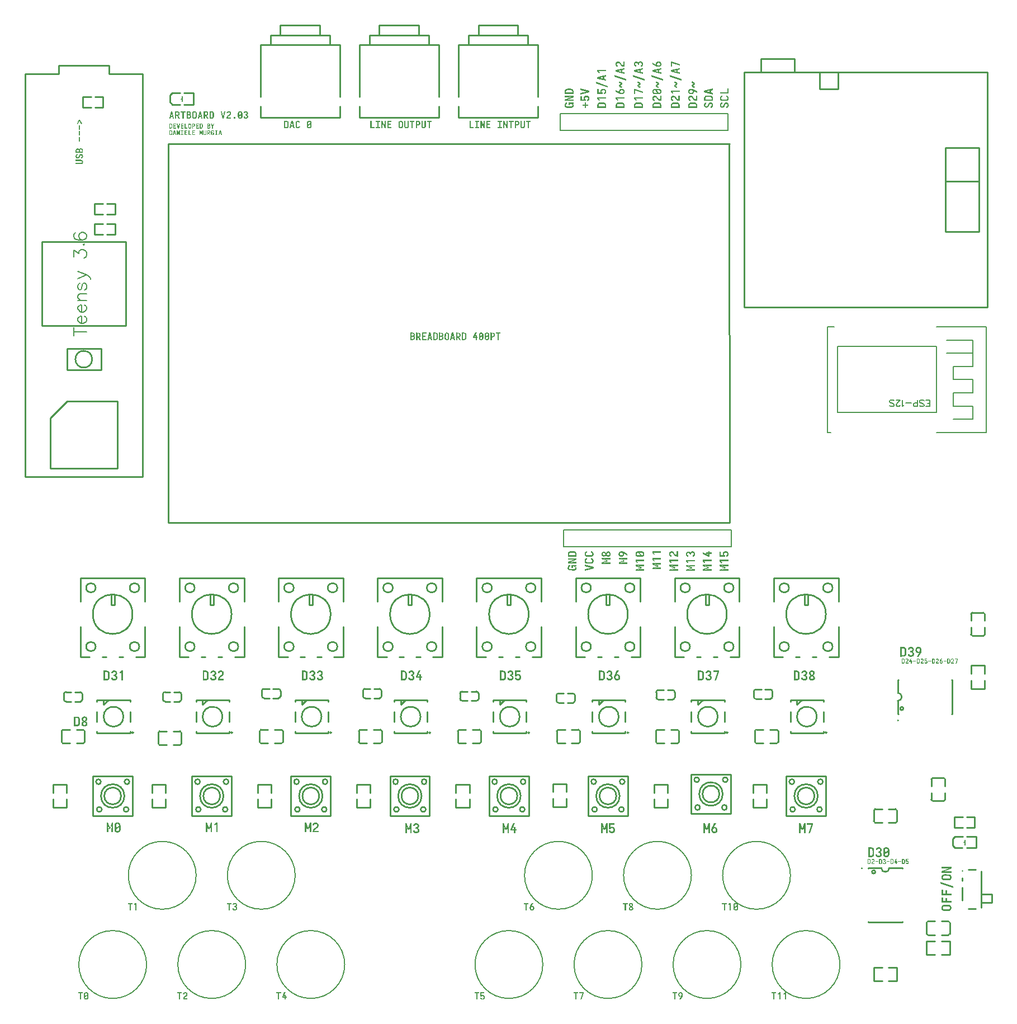
<source format=gto>
G04 Layer: TopSilkscreenLayer*
G04 EasyEDA v6.5.51, 2025-11-28 17:22:10*
G04 3f89507fd9de47f783310b3fc4076c63,ba7c814570024b70955b40637584d18f,10*
G04 Gerber Generator version 0.2*
G04 Scale: 100 percent, Rotated: No, Reflected: No *
G04 Dimensions in millimeters *
G04 leading zeros omitted , absolute positions ,4 integer and 5 decimal *
%FSLAX45Y45*%
%MOMM*%

%ADD10C,0.1778*%
%ADD11C,0.2032*%
%ADD12C,0.2540*%
%ADD13C,0.2030*%
%ADD14C,0.2030*%
%ADD15C,0.2000*%
%ADD16C,0.1270*%
%ADD17C,0.0173*%

%LPD*%
G36*
X10935970Y-2518460D02*
G01*
X10930636Y-2518765D01*
X10925302Y-2519730D01*
X10920120Y-2521153D01*
X10917580Y-2522220D01*
X10915142Y-2523540D01*
X10912957Y-2525014D01*
X10910874Y-2526741D01*
X10907268Y-2530906D01*
X10905744Y-2533091D01*
X10903458Y-2537917D01*
X10902137Y-2543200D01*
X10901527Y-2548534D01*
X10901426Y-2577896D01*
X10919968Y-2577896D01*
X10920018Y-2549550D01*
X10920730Y-2544622D01*
X10922050Y-2541676D01*
X10924032Y-2539034D01*
X10926521Y-2536850D01*
X10929366Y-2535478D01*
X10932668Y-2534513D01*
X10935970Y-2534208D01*
X10939272Y-2534513D01*
X10942574Y-2535478D01*
X10945571Y-2536850D01*
X10947908Y-2539034D01*
X10949889Y-2541676D01*
X10951210Y-2544622D01*
X10951768Y-2547924D01*
X10951972Y-2555798D01*
X10919968Y-2577896D01*
X10901426Y-2577896D01*
X10901426Y-2598470D01*
X10919968Y-2598470D01*
X10919968Y-2593898D01*
X10951972Y-2571800D01*
X10951921Y-2600096D01*
X10951210Y-2605074D01*
X10949889Y-2608173D01*
X10947908Y-2610916D01*
X10945571Y-2613050D01*
X10942574Y-2614472D01*
X10939272Y-2615234D01*
X10935970Y-2615488D01*
X10932668Y-2615234D01*
X10929366Y-2614472D01*
X10926521Y-2613050D01*
X10924032Y-2610916D01*
X10922050Y-2608173D01*
X10920730Y-2605074D01*
X10920171Y-2601772D01*
X10919968Y-2598470D01*
X10901426Y-2598470D01*
X10901730Y-2603804D01*
X10902696Y-2609138D01*
X10903458Y-2611729D01*
X10904474Y-2614269D01*
X10905744Y-2616708D01*
X10907268Y-2619044D01*
X10910874Y-2622956D01*
X10915142Y-2626156D01*
X10920120Y-2628493D01*
X10922660Y-2629357D01*
X10927943Y-2630525D01*
X10933328Y-2631135D01*
X10938662Y-2631135D01*
X10944098Y-2630525D01*
X10949533Y-2629357D01*
X10954461Y-2627426D01*
X10959084Y-2624632D01*
X10961166Y-2622956D01*
X10963046Y-2621076D01*
X10964672Y-2619044D01*
X10966196Y-2616708D01*
X10967466Y-2614269D01*
X10968482Y-2611729D01*
X10969904Y-2606446D01*
X10970412Y-2603804D01*
X10970768Y-2598470D01*
X10970666Y-2548534D01*
X10969904Y-2543200D01*
X10968482Y-2537917D01*
X10966196Y-2533091D01*
X10963046Y-2528722D01*
X10961166Y-2526741D01*
X10959084Y-2525014D01*
X10954461Y-2522220D01*
X10952022Y-2521153D01*
X10946892Y-2519730D01*
X10941354Y-2518765D01*
G37*
G36*
X10728198Y-2519730D02*
G01*
X10728198Y-2535478D01*
X10753852Y-2535478D01*
X10753852Y-2629966D01*
X10772394Y-2629966D01*
X10772394Y-2535478D01*
X10798556Y-2535478D01*
X10798556Y-2519730D01*
G37*
G36*
X10844784Y-2519730D02*
G01*
X10819892Y-2540304D01*
X10830052Y-2550464D01*
X10844784Y-2538272D01*
X10844784Y-2629966D01*
X10863326Y-2629966D01*
X10863326Y-2519730D01*
G37*
G36*
X9349486Y-2518460D02*
G01*
X9343644Y-2518816D01*
X9337802Y-2519984D01*
X9334957Y-2520899D01*
X9332264Y-2522067D01*
X9329775Y-2523540D01*
X9325152Y-2527300D01*
X9323171Y-2529535D01*
X9321596Y-2532024D01*
X9319158Y-2537409D01*
X9318345Y-2540152D01*
X9317888Y-2542997D01*
X9317736Y-2545892D01*
X9336278Y-2545892D01*
X9336379Y-2544267D01*
X9337294Y-2541219D01*
X9339021Y-2538374D01*
X9340240Y-2537155D01*
X9341561Y-2536190D01*
X9344660Y-2534920D01*
X9347860Y-2534259D01*
X9351162Y-2534259D01*
X9354413Y-2534920D01*
X9357664Y-2536190D01*
X9359036Y-2537155D01*
X9360204Y-2538374D01*
X9361932Y-2541219D01*
X9362846Y-2544267D01*
X9362795Y-2547874D01*
X9362440Y-2549855D01*
X9360916Y-2553766D01*
X9358680Y-2557119D01*
X9356090Y-2560116D01*
X9352940Y-2562707D01*
X9349486Y-2564942D01*
X9346336Y-2562707D01*
X9343390Y-2560116D01*
X9340596Y-2557119D01*
X9338310Y-2553766D01*
X9337395Y-2551836D01*
X9336379Y-2547874D01*
X9336278Y-2545892D01*
X9317736Y-2545892D01*
X9317888Y-2548788D01*
X9318294Y-2551582D01*
X9319006Y-2554376D01*
X9321241Y-2559659D01*
X9324289Y-2564333D01*
X9328200Y-2568549D01*
X9332518Y-2572207D01*
X9334754Y-2573832D01*
X9329826Y-2577388D01*
X9325102Y-2581452D01*
X9322917Y-2583688D01*
X9320987Y-2586126D01*
X9319260Y-2588768D01*
X9317736Y-2591612D01*
X9316516Y-2594457D01*
X9315653Y-2597353D01*
X9315094Y-2600401D01*
X9314942Y-2603550D01*
X9333484Y-2603550D01*
X9333636Y-2601264D01*
X9334144Y-2599080D01*
X9334906Y-2596946D01*
X9337344Y-2593035D01*
X9340392Y-2589631D01*
X9343898Y-2586685D01*
X9349486Y-2582976D01*
X9353397Y-2585364D01*
X9357106Y-2588056D01*
X9360408Y-2591257D01*
X9363202Y-2594914D01*
X9364319Y-2596946D01*
X9365081Y-2599080D01*
X9365589Y-2601264D01*
X9365742Y-2603550D01*
X9365589Y-2605278D01*
X9364319Y-2608732D01*
X9363202Y-2610408D01*
X9360408Y-2612948D01*
X9357106Y-2614472D01*
X9353296Y-2615234D01*
X9349486Y-2615488D01*
X9345879Y-2615234D01*
X9342120Y-2614472D01*
X9338818Y-2612948D01*
X9336024Y-2610408D01*
X9334906Y-2608732D01*
X9334093Y-2607005D01*
X9333636Y-2605278D01*
X9333484Y-2603550D01*
X9314942Y-2603550D01*
X9315094Y-2606548D01*
X9315653Y-2609545D01*
X9316516Y-2612542D01*
X9317736Y-2615488D01*
X9319310Y-2618232D01*
X9321190Y-2620721D01*
X9323374Y-2622956D01*
X9325864Y-2624886D01*
X9331401Y-2627934D01*
X9337294Y-2629966D01*
X9343390Y-2630881D01*
X9349486Y-2631236D01*
X9355785Y-2630881D01*
X9361932Y-2629966D01*
X9367977Y-2627934D01*
X9373362Y-2624886D01*
X9375800Y-2622956D01*
X9377934Y-2620721D01*
X9379813Y-2618232D01*
X9381490Y-2615488D01*
X9382709Y-2612542D01*
X9383572Y-2609545D01*
X9384131Y-2606548D01*
X9384284Y-2603550D01*
X9384131Y-2600401D01*
X9383572Y-2597353D01*
X9382709Y-2594457D01*
X9381490Y-2591612D01*
X9379966Y-2588768D01*
X9378238Y-2586126D01*
X9376308Y-2583688D01*
X9371888Y-2579319D01*
X9367062Y-2575509D01*
X9364472Y-2573832D01*
X9368891Y-2570429D01*
X9373108Y-2566466D01*
X9376562Y-2562047D01*
X9377984Y-2559659D01*
X9380220Y-2554376D01*
X9380931Y-2551582D01*
X9381337Y-2548788D01*
X9381490Y-2545892D01*
X9381337Y-2542997D01*
X9380880Y-2540152D01*
X9380067Y-2537409D01*
X9377629Y-2532024D01*
X9376054Y-2529535D01*
X9374073Y-2527300D01*
X9369450Y-2523540D01*
X9366961Y-2522067D01*
X9364268Y-2520899D01*
X9361424Y-2519984D01*
X9355531Y-2518816D01*
G37*
G36*
X9228074Y-2519730D02*
G01*
X9228074Y-2535478D01*
X9253982Y-2535478D01*
X9253982Y-2629966D01*
X9272524Y-2629966D01*
X9272524Y-2535478D01*
X9298432Y-2535478D01*
X9298432Y-2519730D01*
G37*
G36*
X7728203Y-2519730D02*
G01*
X7728203Y-2535478D01*
X7753858Y-2535478D01*
X7753858Y-2629966D01*
X7772400Y-2629966D01*
X7772400Y-2535478D01*
X7798562Y-2535478D01*
X7798562Y-2519730D01*
G37*
G36*
X7847075Y-2519730D02*
G01*
X7821625Y-2564841D01*
X7818577Y-2571953D01*
X7816342Y-2579420D01*
X7815630Y-2583281D01*
X7815072Y-2591104D01*
X7815234Y-2595676D01*
X7833614Y-2595676D01*
X7833817Y-2592120D01*
X7834833Y-2586786D01*
X7836357Y-2583484D01*
X7838541Y-2580538D01*
X7839760Y-2579268D01*
X7842758Y-2577388D01*
X7846161Y-2576423D01*
X7849870Y-2576118D01*
X7853375Y-2576423D01*
X7856728Y-2577388D01*
X7859725Y-2579268D01*
X7862062Y-2581960D01*
X7863789Y-2585110D01*
X7864856Y-2588564D01*
X7865414Y-2592120D01*
X7865618Y-2595676D01*
X7865414Y-2599385D01*
X7864856Y-2603042D01*
X7863789Y-2606243D01*
X7862062Y-2609392D01*
X7859674Y-2612034D01*
X7856474Y-2613964D01*
X7853121Y-2615082D01*
X7849616Y-2615488D01*
X7846059Y-2615082D01*
X7842503Y-2613964D01*
X7839506Y-2612034D01*
X7837170Y-2609392D01*
X7835442Y-2606192D01*
X7834375Y-2602788D01*
X7833817Y-2599232D01*
X7833614Y-2595676D01*
X7815234Y-2595676D01*
X7815630Y-2599994D01*
X7816697Y-2605938D01*
X7818628Y-2611628D01*
X7819898Y-2614472D01*
X7821422Y-2617063D01*
X7825079Y-2621737D01*
X7827264Y-2623870D01*
X7829651Y-2625648D01*
X7832140Y-2627172D01*
X7834833Y-2628442D01*
X7837678Y-2629458D01*
X7843570Y-2630779D01*
X7846568Y-2631135D01*
X7853172Y-2631084D01*
X7856677Y-2630627D01*
X7863586Y-2628950D01*
X7866786Y-2627731D01*
X7869834Y-2626055D01*
X7872628Y-2624023D01*
X7875270Y-2621584D01*
X7877505Y-2618943D01*
X7879384Y-2616047D01*
X7880959Y-2612948D01*
X7882128Y-2609646D01*
X7883652Y-2602687D01*
X7884159Y-2595676D01*
X7884058Y-2592222D01*
X7883144Y-2585364D01*
X7882381Y-2581960D01*
X7881213Y-2578608D01*
X7879638Y-2575509D01*
X7877759Y-2572664D01*
X7875524Y-2570022D01*
X7872984Y-2567533D01*
X7870190Y-2565450D01*
X7867142Y-2563723D01*
X7863840Y-2562402D01*
X7860436Y-2561488D01*
X7853527Y-2560472D01*
X7848498Y-2560370D01*
X7844281Y-2560624D01*
X7867650Y-2519730D01*
G37*
G36*
X3350006Y-2518460D02*
G01*
X3343910Y-2518816D01*
X3337814Y-2519984D01*
X3334867Y-2520899D01*
X3332022Y-2522118D01*
X3329381Y-2523693D01*
X3326892Y-2525572D01*
X3324656Y-2527706D01*
X3322675Y-2529992D01*
X3321100Y-2532532D01*
X3319779Y-2535224D01*
X3318662Y-2538171D01*
X3317900Y-2541117D01*
X3317392Y-2544114D01*
X3317240Y-2547670D01*
X3335528Y-2547670D01*
X3335629Y-2545638D01*
X3336645Y-2542235D01*
X3338576Y-2538984D01*
X3339795Y-2537663D01*
X3341217Y-2536596D01*
X3344570Y-2535072D01*
X3346297Y-2534564D01*
X3350006Y-2534208D01*
X3353765Y-2534615D01*
X3355594Y-2535174D01*
X3359048Y-2536850D01*
X3360470Y-2537917D01*
X3361690Y-2539238D01*
X3362706Y-2540812D01*
X3364026Y-2544419D01*
X3364484Y-2548178D01*
X3364382Y-2550160D01*
X3363468Y-2553970D01*
X3361740Y-2557576D01*
X3360623Y-2559202D01*
X3357879Y-2561894D01*
X3354374Y-2563926D01*
X3350514Y-2564942D01*
X3346653Y-2565501D01*
X3342640Y-2565704D01*
X3342640Y-2581452D01*
X3346958Y-2581554D01*
X3351276Y-2581960D01*
X3353409Y-2582418D01*
X3357321Y-2584094D01*
X3360826Y-2586634D01*
X3362350Y-2588158D01*
X3364737Y-2591866D01*
X3365652Y-2593898D01*
X3366668Y-2598115D01*
X3366668Y-2602382D01*
X3365652Y-2606446D01*
X3364737Y-2608376D01*
X3363468Y-2610104D01*
X3361994Y-2611577D01*
X3360318Y-2612796D01*
X3356356Y-2614472D01*
X3352139Y-2615387D01*
X3347974Y-2615387D01*
X3343910Y-2614625D01*
X3340049Y-2613152D01*
X3338372Y-2612034D01*
X3336899Y-2610612D01*
X3335528Y-2608884D01*
X3334512Y-2607056D01*
X3333800Y-2605176D01*
X3333394Y-2603246D01*
X3333242Y-2601264D01*
X3314700Y-2601264D01*
X3314852Y-2604516D01*
X3315411Y-2607716D01*
X3316274Y-2610866D01*
X3317494Y-2613964D01*
X3319018Y-2616860D01*
X3320846Y-2619552D01*
X3322980Y-2621940D01*
X3325368Y-2624124D01*
X3328111Y-2626004D01*
X3330956Y-2627528D01*
X3333953Y-2628798D01*
X3337051Y-2629712D01*
X3343452Y-2630830D01*
X3350006Y-2631236D01*
X3356610Y-2630779D01*
X3363214Y-2629458D01*
X3366312Y-2628493D01*
X3369310Y-2627223D01*
X3372154Y-2625598D01*
X3374898Y-2623616D01*
X3377285Y-2621330D01*
X3379419Y-2618841D01*
X3381248Y-2616149D01*
X3382772Y-2613202D01*
X3383991Y-2610002D01*
X3384854Y-2606751D01*
X3385413Y-2603500D01*
X3385565Y-2600248D01*
X3385007Y-2594660D01*
X3384296Y-2591866D01*
X3383279Y-2589072D01*
X3380536Y-2584043D01*
X3378860Y-2581757D01*
X3376929Y-2579674D01*
X3372408Y-2576017D01*
X3370021Y-2574544D01*
X3367532Y-2573324D01*
X3371850Y-2570429D01*
X3375660Y-2566974D01*
X3377336Y-2564993D01*
X3380130Y-2560523D01*
X3381248Y-2558084D01*
X3382568Y-2553106D01*
X3382924Y-2550566D01*
X3382873Y-2544876D01*
X3382365Y-2541879D01*
X3381603Y-2538933D01*
X3379165Y-2533040D01*
X3377590Y-2530398D01*
X3375609Y-2527960D01*
X3373374Y-2525826D01*
X3370884Y-2523947D01*
X3368243Y-2522372D01*
X3365398Y-2521153D01*
X3359302Y-2519426D01*
X3353054Y-2518562D01*
G37*
G36*
X3228086Y-2519730D02*
G01*
X3228086Y-2535478D01*
X3253994Y-2535478D01*
X3253994Y-2629966D01*
X3272536Y-2629966D01*
X3272536Y-2535478D01*
X3298444Y-2535478D01*
X3298444Y-2519730D01*
G37*
G36*
X1728216Y-2519730D02*
G01*
X1728216Y-2535478D01*
X1753870Y-2535478D01*
X1753870Y-2629966D01*
X1772412Y-2629966D01*
X1772412Y-2535478D01*
X1798574Y-2535478D01*
X1798574Y-2519730D01*
G37*
G36*
X1844802Y-2519730D02*
G01*
X1819910Y-2540304D01*
X1830070Y-2550464D01*
X1844802Y-2538272D01*
X1844802Y-2629966D01*
X1863343Y-2629966D01*
X1863343Y-2519730D01*
G37*
G36*
X11478006Y-3869740D02*
G01*
X11478006Y-3885488D01*
X11503914Y-3885488D01*
X11503914Y-3979976D01*
X11522456Y-3979976D01*
X11522456Y-3885488D01*
X11548364Y-3885488D01*
X11548364Y-3869740D01*
G37*
G36*
X11594846Y-3869740D02*
G01*
X11569954Y-3890314D01*
X11579860Y-3900474D01*
X11594846Y-3888282D01*
X11594846Y-3979976D01*
X11613388Y-3979976D01*
X11613388Y-3869740D01*
G37*
G36*
X11681206Y-3869740D02*
G01*
X11656314Y-3890314D01*
X11666474Y-3900474D01*
X11681206Y-3888282D01*
X11681206Y-3979976D01*
X11699748Y-3979976D01*
X11699748Y-3869740D01*
G37*
G36*
X10099548Y-3868470D02*
G01*
X10092537Y-3869029D01*
X10089184Y-3869740D01*
X10082530Y-3871976D01*
X10079431Y-3873601D01*
X10076535Y-3875633D01*
X10073894Y-3878122D01*
X10071658Y-3880764D01*
X10069779Y-3883609D01*
X10068204Y-3886708D01*
X10067036Y-3890060D01*
X10066121Y-3893515D01*
X10065512Y-3896969D01*
X10065004Y-3904030D01*
X10083546Y-3904030D01*
X10083749Y-3900474D01*
X10084308Y-3896918D01*
X10085374Y-3893464D01*
X10087102Y-3890314D01*
X10089540Y-3887622D01*
X10092690Y-3885742D01*
X10096042Y-3884574D01*
X10099548Y-3884218D01*
X10103104Y-3884574D01*
X10106660Y-3885742D01*
X10109657Y-3887622D01*
X10111994Y-3890314D01*
X10113721Y-3893464D01*
X10114788Y-3896918D01*
X10115346Y-3900474D01*
X10115550Y-3904030D01*
X10115346Y-3907586D01*
X10114788Y-3911142D01*
X10113721Y-3914546D01*
X10111994Y-3917746D01*
X10109454Y-3920388D01*
X10106406Y-3922318D01*
X10103053Y-3923436D01*
X10099548Y-3923842D01*
X10095890Y-3923436D01*
X10092436Y-3922318D01*
X10089438Y-3920388D01*
X10087102Y-3917746D01*
X10085374Y-3914546D01*
X10084308Y-3911142D01*
X10083749Y-3907586D01*
X10083546Y-3904030D01*
X10065004Y-3904030D01*
X10065512Y-3910888D01*
X10067036Y-3917746D01*
X10068153Y-3921048D01*
X10069626Y-3924198D01*
X10071557Y-3927144D01*
X10073894Y-3929938D01*
X10076434Y-3932275D01*
X10079177Y-3934307D01*
X10082123Y-3935984D01*
X10085324Y-3937304D01*
X10092182Y-3938981D01*
X10095636Y-3939438D01*
X10100665Y-3939540D01*
X10105136Y-3939082D01*
X10081514Y-3979976D01*
X10102088Y-3979976D01*
X10124033Y-3941724D01*
X10127640Y-3934866D01*
X10130586Y-3927754D01*
X10132923Y-3920286D01*
X10133736Y-3916476D01*
X10134193Y-3912666D01*
X10134244Y-3905808D01*
X10133634Y-3899712D01*
X10132466Y-3893769D01*
X10130536Y-3888028D01*
X10127843Y-3882644D01*
X10126167Y-3880205D01*
X10124186Y-3877919D01*
X10119512Y-3873957D01*
X10117023Y-3872382D01*
X10114330Y-3871163D01*
X10108539Y-3869436D01*
X10105593Y-3868877D01*
G37*
G36*
X9978136Y-3869740D02*
G01*
X9978136Y-3885488D01*
X10003790Y-3885488D01*
X10003790Y-3979976D01*
X10022586Y-3979976D01*
X10022586Y-3885488D01*
X10048494Y-3885488D01*
X10048494Y-3869740D01*
G37*
G36*
X8478012Y-3869740D02*
G01*
X8478012Y-3885488D01*
X8503920Y-3885488D01*
X8503920Y-3979976D01*
X8522462Y-3979976D01*
X8522462Y-3885488D01*
X8548370Y-3885488D01*
X8548370Y-3869740D01*
G37*
G36*
X8566404Y-3869740D02*
G01*
X8566404Y-3885488D01*
X8613648Y-3885488D01*
X8579612Y-3979976D01*
X8598916Y-3979976D01*
X8632952Y-3885488D01*
X8632952Y-3869740D01*
G37*
G36*
X6978142Y-3869740D02*
G01*
X6978142Y-3885488D01*
X7003796Y-3885488D01*
X7003796Y-3979976D01*
X7022592Y-3979976D01*
X7022592Y-3885488D01*
X7048500Y-3885488D01*
X7048500Y-3869740D01*
G37*
G36*
X7067550Y-3869740D02*
G01*
X7067550Y-3936288D01*
X7086092Y-3936288D01*
X7086803Y-3932834D01*
X7087463Y-3931208D01*
X7089343Y-3928262D01*
X7090562Y-3927043D01*
X7091883Y-3926078D01*
X7095236Y-3924706D01*
X7098639Y-3923944D01*
X7102195Y-3923944D01*
X7105751Y-3924808D01*
X7108901Y-3926586D01*
X7111441Y-3929126D01*
X7113320Y-3932224D01*
X7114590Y-3935526D01*
X7115048Y-3937304D01*
X7115454Y-3941013D01*
X7115505Y-3946550D01*
X7115048Y-3952036D01*
X7113981Y-3955491D01*
X7112253Y-3958894D01*
X7109917Y-3961739D01*
X7108494Y-3962857D01*
X7105243Y-3964482D01*
X7101687Y-3965397D01*
X7097826Y-3965397D01*
X7094016Y-3964482D01*
X7090409Y-3962704D01*
X7088886Y-3961434D01*
X7087616Y-3959910D01*
X7085736Y-3956304D01*
X7085075Y-3954424D01*
X7084568Y-3950512D01*
X7066025Y-3950512D01*
X7066178Y-3953662D01*
X7067448Y-3959860D01*
X7069886Y-3965905D01*
X7071563Y-3968597D01*
X7073544Y-3971086D01*
X7075931Y-3973372D01*
X7078421Y-3975354D01*
X7081113Y-3977030D01*
X7084009Y-3978401D01*
X7087108Y-3979468D01*
X7093458Y-3980789D01*
X7099808Y-3981246D01*
X7105599Y-3980891D01*
X7111238Y-3979976D01*
X7113981Y-3979113D01*
X7119061Y-3976674D01*
X7121398Y-3975150D01*
X7125563Y-3971239D01*
X7127392Y-3969105D01*
X7129018Y-3966768D01*
X7131558Y-3961536D01*
X7132472Y-3958844D01*
X7133640Y-3953256D01*
X7134250Y-3947566D01*
X7134250Y-3941876D01*
X7133640Y-3936288D01*
X7132472Y-3930700D01*
X7130542Y-3925366D01*
X7129272Y-3922826D01*
X7125868Y-3918305D01*
X7121652Y-3914444D01*
X7119315Y-3912819D01*
X7116825Y-3911447D01*
X7114235Y-3910380D01*
X7108799Y-3908958D01*
X7106056Y-3908450D01*
X7100316Y-3908094D01*
X7096759Y-3908196D01*
X7089648Y-3909263D01*
X7086092Y-3910380D01*
X7086092Y-3885488D01*
X7129525Y-3885488D01*
X7129525Y-3869740D01*
G37*
G36*
X3978148Y-3869740D02*
G01*
X3978148Y-3885488D01*
X4003801Y-3885488D01*
X4003801Y-3979976D01*
X4022598Y-3979976D01*
X4022598Y-3885488D01*
X4048506Y-3885488D01*
X4048506Y-3869740D01*
G37*
G36*
X4098290Y-3869740D02*
G01*
X4065015Y-3936034D01*
X4065015Y-3951782D01*
X4102862Y-3951782D01*
X4102862Y-3979976D01*
X4121404Y-3979976D01*
X4121404Y-3951782D01*
X4133087Y-3951782D01*
X4133087Y-3936034D01*
X4121404Y-3936034D01*
X4121404Y-3910634D01*
X4102862Y-3910634D01*
X4102862Y-3936034D01*
X4084828Y-3936034D01*
X4118101Y-3869740D01*
G37*
G36*
X2599690Y-3868470D02*
G01*
X2593390Y-3868826D01*
X2587244Y-3869994D01*
X2584145Y-3870909D01*
X2581300Y-3872128D01*
X2578557Y-3873703D01*
X2576068Y-3875582D01*
X2573680Y-3877716D01*
X2571597Y-3880053D01*
X2569870Y-3882644D01*
X2568448Y-3885488D01*
X2567330Y-3888536D01*
X2566568Y-3891635D01*
X2566060Y-3894785D01*
X2565908Y-3897934D01*
X2584450Y-3897934D01*
X2584958Y-3894175D01*
X2586482Y-3890568D01*
X2587599Y-3888994D01*
X2588920Y-3887673D01*
X2590393Y-3886606D01*
X2592070Y-3885742D01*
X2595880Y-3884574D01*
X2599690Y-3884218D01*
X2601823Y-3884320D01*
X2605887Y-3885336D01*
X2609596Y-3887368D01*
X2611120Y-3888790D01*
X2612390Y-3890416D01*
X2613406Y-3892346D01*
X2614574Y-3896461D01*
X2614930Y-3900728D01*
X2614777Y-3903370D01*
X2613507Y-3908551D01*
X2612390Y-3911142D01*
X2611018Y-3913530D01*
X2609342Y-3915714D01*
X2607411Y-3917594D01*
X2602992Y-3920896D01*
X2591409Y-3928262D01*
X2586990Y-3931462D01*
X2582824Y-3935018D01*
X2578862Y-3939082D01*
X2575509Y-3943299D01*
X2572512Y-3947972D01*
X2570226Y-3952900D01*
X2568448Y-3958132D01*
X2567228Y-3963466D01*
X2566670Y-3968800D01*
X2566416Y-3979976D01*
X2632964Y-3979976D01*
X2632964Y-3964228D01*
X2585974Y-3964228D01*
X2586888Y-3960926D01*
X2588056Y-3957726D01*
X2589530Y-3954576D01*
X2591308Y-3951528D01*
X2593289Y-3948684D01*
X2597861Y-3943604D01*
X2603144Y-3939235D01*
X2608884Y-3935323D01*
X2614879Y-3931615D01*
X2620467Y-3927551D01*
X2623058Y-3925366D01*
X2625445Y-3922826D01*
X2627579Y-3920134D01*
X2629408Y-3917238D01*
X2630932Y-3914190D01*
X2632151Y-3910837D01*
X2633014Y-3907485D01*
X2633573Y-3904132D01*
X2633726Y-3900728D01*
X2633167Y-3894124D01*
X2632456Y-3890822D01*
X2631440Y-3887520D01*
X2630220Y-3884422D01*
X2628646Y-3881577D01*
X2626664Y-3878986D01*
X2624328Y-3876598D01*
X2621686Y-3874465D01*
X2618943Y-3872687D01*
X2615996Y-3871315D01*
X2612898Y-3870248D01*
X2606294Y-3868877D01*
G37*
G36*
X2478024Y-3869740D02*
G01*
X2478024Y-3885488D01*
X2503932Y-3885488D01*
X2503932Y-3979976D01*
X2522474Y-3979976D01*
X2522474Y-3885488D01*
X2548382Y-3885488D01*
X2548382Y-3869740D01*
G37*
G36*
X1099667Y-3868572D02*
G01*
X1094130Y-3868826D01*
X1088745Y-3869588D01*
X1086154Y-3870198D01*
X1081176Y-3872229D01*
X1076553Y-3875125D01*
X1074470Y-3876801D01*
X1072591Y-3878681D01*
X1069441Y-3883101D01*
X1067155Y-3888028D01*
X1065834Y-3893312D01*
X1065225Y-3898646D01*
X1065123Y-3928008D01*
X1083411Y-3928008D01*
X1083462Y-3899662D01*
X1083970Y-3896360D01*
X1084986Y-3893108D01*
X1086510Y-3890213D01*
X1087475Y-3888892D01*
X1090015Y-3886708D01*
X1093063Y-3885336D01*
X1096365Y-3884574D01*
X1099667Y-3884320D01*
X1102918Y-3884574D01*
X1106017Y-3885336D01*
X1109065Y-3886708D01*
X1111605Y-3888892D01*
X1113536Y-3891635D01*
X1114196Y-3893108D01*
X1115415Y-3898036D01*
X1115669Y-3901338D01*
X1115669Y-3905910D01*
X1083411Y-3928008D01*
X1065123Y-3928008D01*
X1065123Y-3948582D01*
X1083411Y-3948582D01*
X1083411Y-3944010D01*
X1115669Y-3921912D01*
X1115618Y-3950208D01*
X1115110Y-3953510D01*
X1114196Y-3956659D01*
X1112672Y-3959453D01*
X1110386Y-3961942D01*
X1107592Y-3963720D01*
X1104493Y-3964889D01*
X1101293Y-3965498D01*
X1098042Y-3965498D01*
X1094740Y-3964889D01*
X1091488Y-3963720D01*
X1088694Y-3961942D01*
X1087475Y-3960774D01*
X1085697Y-3958082D01*
X1084427Y-3955186D01*
X1083665Y-3951884D01*
X1083411Y-3948582D01*
X1065123Y-3948582D01*
X1065428Y-3953916D01*
X1066393Y-3959250D01*
X1067155Y-3961841D01*
X1068171Y-3964330D01*
X1069441Y-3966667D01*
X1072591Y-3971086D01*
X1074470Y-3973017D01*
X1076553Y-3974744D01*
X1081176Y-3977538D01*
X1086154Y-3979468D01*
X1091438Y-3980637D01*
X1096924Y-3981246D01*
X1102360Y-3981246D01*
X1107694Y-3980637D01*
X1112977Y-3979468D01*
X1118057Y-3977538D01*
X1120495Y-3976268D01*
X1122730Y-3974744D01*
X1126642Y-3971086D01*
X1128369Y-3968902D01*
X1131062Y-3964330D01*
X1132941Y-3959250D01*
X1133906Y-3953916D01*
X1134211Y-3948582D01*
X1134160Y-3898646D01*
X1133500Y-3893312D01*
X1132941Y-3890670D01*
X1131062Y-3885539D01*
X1128369Y-3880764D01*
X1124762Y-3876801D01*
X1122730Y-3875125D01*
X1118057Y-3872229D01*
X1112977Y-3870198D01*
X1107694Y-3869131D01*
X1102360Y-3868623D01*
G37*
G36*
X978001Y-3869842D02*
G01*
X978001Y-3885590D01*
X1003909Y-3885590D01*
X1003909Y-3980078D01*
X1022451Y-3980078D01*
X1022451Y-3885590D01*
X1048359Y-3885590D01*
X1048359Y-3869842D01*
G37*
G36*
X2738831Y9461550D02*
G01*
X2733497Y9461296D01*
X2728163Y9460534D01*
X2723032Y9458909D01*
X2718257Y9456724D01*
X2713786Y9453524D01*
X2710129Y9449612D01*
X2707335Y9445091D01*
X2706319Y9442704D01*
X2704998Y9437522D01*
X2704338Y9432188D01*
X2704287Y9380778D01*
X2722829Y9380778D01*
X2722930Y9431680D01*
X2723845Y9435846D01*
X2724607Y9437928D01*
X2725623Y9439808D01*
X2726944Y9441383D01*
X2728569Y9442704D01*
X2732481Y9444634D01*
X2734564Y9445294D01*
X2738831Y9445802D01*
X2743098Y9445294D01*
X2747213Y9443770D01*
X2749092Y9442704D01*
X2750718Y9441383D01*
X2752039Y9439808D01*
X2753055Y9437928D01*
X2754376Y9433763D01*
X2754731Y9431680D01*
X2754731Y9378594D01*
X2753817Y9374428D01*
X2753055Y9372396D01*
X2752039Y9370466D01*
X2750718Y9368891D01*
X2749092Y9367570D01*
X2745181Y9365640D01*
X2740964Y9364624D01*
X2736697Y9364624D01*
X2732481Y9365640D01*
X2728569Y9367570D01*
X2726944Y9368891D01*
X2725623Y9370466D01*
X2724607Y9372396D01*
X2723286Y9376511D01*
X2722930Y9378594D01*
X2722829Y9380778D01*
X2704287Y9380778D01*
X2704592Y9375444D01*
X2705557Y9370110D01*
X2706319Y9367621D01*
X2707335Y9365183D01*
X2708605Y9362897D01*
X2711856Y9358630D01*
X2713786Y9356750D01*
X2715920Y9355074D01*
X2720594Y9352280D01*
X2723032Y9351213D01*
X2728163Y9349790D01*
X2733497Y9349028D01*
X2738831Y9348774D01*
X2744165Y9349028D01*
X2749499Y9349790D01*
X2754630Y9351213D01*
X2757068Y9352280D01*
X2761691Y9355074D01*
X2763824Y9356750D01*
X2767533Y9360712D01*
X2769057Y9362897D01*
X2770327Y9365183D01*
X2771343Y9367621D01*
X2772664Y9372752D01*
X2773273Y9378086D01*
X2773375Y9429546D01*
X2773070Y9434880D01*
X2772105Y9440214D01*
X2771343Y9442704D01*
X2770327Y9445091D01*
X2767533Y9449612D01*
X2763824Y9453524D01*
X2759405Y9456724D01*
X2754630Y9458909D01*
X2749499Y9460534D01*
X2744165Y9461296D01*
G37*
G36*
X3257245Y9461550D02*
G01*
X3251098Y9461144D01*
X3244799Y9460026D01*
X3241802Y9459061D01*
X3238957Y9457842D01*
X3236214Y9456267D01*
X3233623Y9454438D01*
X3231337Y9452254D01*
X3229356Y9449917D01*
X3227679Y9447326D01*
X3226257Y9444532D01*
X3225139Y9441484D01*
X3224326Y9438436D01*
X3223869Y9435388D01*
X3223717Y9432086D01*
X3242005Y9432086D01*
X3242106Y9434118D01*
X3243122Y9437674D01*
X3244037Y9439452D01*
X3245154Y9440976D01*
X3246526Y9442297D01*
X3249879Y9444278D01*
X3253486Y9445396D01*
X3257245Y9445802D01*
X3261410Y9445294D01*
X3265373Y9443770D01*
X3267252Y9442602D01*
X3268776Y9441230D01*
X3270046Y9439554D01*
X3271723Y9435592D01*
X3272637Y9431426D01*
X3272739Y9429292D01*
X3272536Y9426600D01*
X3272028Y9424009D01*
X3271164Y9421418D01*
X3268522Y9416440D01*
X3266897Y9414306D01*
X3264966Y9412376D01*
X3260648Y9409125D01*
X3246729Y9400133D01*
X3242411Y9396831D01*
X3238500Y9393021D01*
X3233166Y9386671D01*
X3230321Y9382048D01*
X3227832Y9377070D01*
X3226003Y9371888D01*
X3224784Y9366554D01*
X3224225Y9361220D01*
X3223971Y9350044D01*
X3290773Y9350044D01*
X3290773Y9365792D01*
X3243529Y9365792D01*
X3244443Y9369044D01*
X3245612Y9372244D01*
X3247085Y9375394D01*
X3248863Y9378492D01*
X3253028Y9383928D01*
X3258007Y9388652D01*
X3263646Y9392767D01*
X3275279Y9400336D01*
X3280613Y9404654D01*
X3283102Y9407144D01*
X3285236Y9409836D01*
X3287014Y9412732D01*
X3288487Y9415830D01*
X3289706Y9419132D01*
X3290570Y9422485D01*
X3291078Y9425838D01*
X3291281Y9429292D01*
X3290722Y9435896D01*
X3290011Y9439198D01*
X3288995Y9442500D01*
X3287776Y9445548D01*
X3286201Y9448393D01*
X3284220Y9450984D01*
X3281883Y9453422D01*
X3279241Y9455505D01*
X3276498Y9457283D01*
X3273552Y9458706D01*
X3270453Y9459772D01*
X3263849Y9461093D01*
G37*
G36*
X3429965Y9461550D02*
G01*
X3424631Y9461296D01*
X3419297Y9460534D01*
X3414064Y9458858D01*
X3409137Y9456470D01*
X3404870Y9453270D01*
X3401263Y9449358D01*
X3399739Y9447022D01*
X3398469Y9444583D01*
X3397453Y9442043D01*
X3396132Y9436760D01*
X3395472Y9431426D01*
X3395421Y9402114D01*
X3413963Y9402114D01*
X3414014Y9430410D01*
X3414522Y9433712D01*
X3415436Y9436862D01*
X3416960Y9439656D01*
X3419195Y9442145D01*
X3421887Y9444075D01*
X3423361Y9444786D01*
X3426663Y9445548D01*
X3429965Y9445802D01*
X3433267Y9445548D01*
X3436569Y9444786D01*
X3439566Y9443161D01*
X3441903Y9440976D01*
X3443884Y9438284D01*
X3445205Y9435388D01*
X3445764Y9432086D01*
X3445967Y9424212D01*
X3413963Y9402114D01*
X3395421Y9402114D01*
X3395421Y9381540D01*
X3413963Y9381540D01*
X3413963Y9386112D01*
X3445967Y9408210D01*
X3445916Y9379864D01*
X3445205Y9374936D01*
X3443884Y9371939D01*
X3441903Y9369094D01*
X3440785Y9367875D01*
X3438144Y9366097D01*
X3434892Y9365081D01*
X3431590Y9364573D01*
X3428288Y9364573D01*
X3424986Y9365081D01*
X3421887Y9366097D01*
X3419195Y9367875D01*
X3416960Y9370466D01*
X3415436Y9373412D01*
X3414522Y9376562D01*
X3414014Y9379864D01*
X3413963Y9381540D01*
X3395421Y9381540D01*
X3395726Y9376206D01*
X3396691Y9370872D01*
X3397453Y9368231D01*
X3398469Y9365691D01*
X3401263Y9360966D01*
X3404870Y9357004D01*
X3406901Y9355328D01*
X3411575Y9352534D01*
X3414064Y9351467D01*
X3419297Y9350044D01*
X3424631Y9349079D01*
X3429965Y9348774D01*
X3435350Y9349079D01*
X3440887Y9350044D01*
X3446018Y9351467D01*
X3448456Y9352534D01*
X3453079Y9355328D01*
X3455162Y9357004D01*
X3457041Y9358884D01*
X3460191Y9363303D01*
X3461461Y9365691D01*
X3462477Y9368231D01*
X3463899Y9373514D01*
X3464661Y9378848D01*
X3464763Y9428784D01*
X3464356Y9434118D01*
X3463239Y9439452D01*
X3462477Y9442043D01*
X3461461Y9444583D01*
X3460191Y9447022D01*
X3458667Y9449358D01*
X3457041Y9451390D01*
X3455162Y9453270D01*
X3450793Y9456470D01*
X3446018Y9458858D01*
X3440887Y9460534D01*
X3435350Y9461296D01*
G37*
G36*
X3516833Y9461550D02*
G01*
X3510737Y9461144D01*
X3504641Y9460026D01*
X3501644Y9459061D01*
X3498850Y9457842D01*
X3496208Y9456267D01*
X3493719Y9454438D01*
X3491433Y9452406D01*
X3489502Y9450120D01*
X3487877Y9447580D01*
X3485489Y9441840D01*
X3484676Y9438843D01*
X3484219Y9435846D01*
X3484067Y9432340D01*
X3502355Y9432340D01*
X3502456Y9434322D01*
X3503472Y9437776D01*
X3505403Y9440976D01*
X3506622Y9442297D01*
X3508044Y9443364D01*
X3511397Y9444939D01*
X3514953Y9445701D01*
X3518712Y9445650D01*
X3520592Y9445345D01*
X3524199Y9444024D01*
X3525875Y9443110D01*
X3527298Y9442043D01*
X3528517Y9440722D01*
X3529533Y9439198D01*
X3530854Y9435541D01*
X3531209Y9433712D01*
X3531209Y9429800D01*
X3530295Y9425990D01*
X3528568Y9422384D01*
X3527450Y9420758D01*
X3524707Y9418116D01*
X3521201Y9416186D01*
X3517341Y9415068D01*
X3513480Y9414459D01*
X3509467Y9414306D01*
X3509467Y9398558D01*
X3518103Y9398050D01*
X3522218Y9396831D01*
X3525977Y9394748D01*
X3527653Y9393377D01*
X3530447Y9390075D01*
X3532428Y9386163D01*
X3533089Y9384131D01*
X3533597Y9379762D01*
X3533089Y9375546D01*
X3531565Y9371634D01*
X3530295Y9369856D01*
X3528822Y9368383D01*
X3527145Y9367164D01*
X3523183Y9365488D01*
X3521100Y9364929D01*
X3516833Y9364522D01*
X3512769Y9364878D01*
X3508705Y9366046D01*
X3506876Y9366808D01*
X3505200Y9367926D01*
X3503676Y9369348D01*
X3502355Y9371126D01*
X3501339Y9372904D01*
X3500628Y9374784D01*
X3500221Y9376714D01*
X3500069Y9378746D01*
X3481527Y9378746D01*
X3481679Y9375444D01*
X3482238Y9372244D01*
X3483101Y9369094D01*
X3484321Y9366046D01*
X3485845Y9363100D01*
X3487674Y9360458D01*
X3489807Y9358020D01*
X3492195Y9355886D01*
X3494938Y9354007D01*
X3497783Y9352432D01*
X3500780Y9351213D01*
X3507079Y9349587D01*
X3513531Y9348825D01*
X3520135Y9348876D01*
X3523386Y9349181D01*
X3529787Y9350552D01*
X3532987Y9351467D01*
X3536086Y9352737D01*
X3538982Y9354413D01*
X3541725Y9356394D01*
X3544112Y9358630D01*
X3546246Y9361119D01*
X3548075Y9363862D01*
X3549599Y9366808D01*
X3550716Y9369958D01*
X3551986Y9376460D01*
X3552139Y9379762D01*
X3551631Y9385350D01*
X3550107Y9390938D01*
X3548837Y9393529D01*
X3545687Y9398203D01*
X3543757Y9400336D01*
X3539236Y9403943D01*
X3534359Y9406686D01*
X3538677Y9409531D01*
X3542487Y9413036D01*
X3545636Y9417151D01*
X3546957Y9419437D01*
X3548075Y9421926D01*
X3549396Y9426854D01*
X3549751Y9429445D01*
X3549700Y9435084D01*
X3548430Y9441078D01*
X3545992Y9446920D01*
X3544366Y9449612D01*
X3542436Y9452000D01*
X3540201Y9454184D01*
X3537712Y9456013D01*
X3535070Y9457588D01*
X3532225Y9458807D01*
X3526129Y9460534D01*
X3519881Y9461398D01*
G37*
G36*
X2382469Y9460280D02*
G01*
X2365711Y9389668D01*
X2383993Y9389668D01*
X2392476Y9429546D01*
X2393137Y9433356D01*
X2394407Y9427108D01*
X2395423Y9423450D01*
X2402535Y9389668D01*
X2365711Y9389668D01*
X2356307Y9350044D01*
X2375357Y9350044D01*
X2380691Y9373920D01*
X2405837Y9373920D01*
X2411171Y9350044D01*
X2430221Y9350044D01*
X2403805Y9460280D01*
G37*
G36*
X2446223Y9460280D02*
G01*
X2446223Y9444532D01*
X2482291Y9444532D01*
X2485440Y9444126D01*
X2488387Y9443008D01*
X2490927Y9441129D01*
X2492959Y9438690D01*
X2494229Y9435744D01*
X2495550Y9429343D01*
X2495753Y9426244D01*
X2495550Y9422993D01*
X2494686Y9418370D01*
X2492959Y9413798D01*
X2490927Y9411309D01*
X2488387Y9409480D01*
X2486964Y9408769D01*
X2483916Y9408007D01*
X2464765Y9407956D01*
X2464765Y9444532D01*
X2446223Y9444532D01*
X2446223Y9350044D01*
X2464765Y9350044D01*
X2464765Y9392208D01*
X2474163Y9392208D01*
X2497531Y9350044D01*
X2517343Y9350044D01*
X2493213Y9393478D01*
X2498039Y9395409D01*
X2500274Y9396730D01*
X2504389Y9399879D01*
X2507945Y9403689D01*
X2509469Y9405924D01*
X2511806Y9410649D01*
X2512669Y9413189D01*
X2513736Y9418370D01*
X2514244Y9423552D01*
X2514244Y9428886D01*
X2513736Y9434220D01*
X2512669Y9439402D01*
X2510739Y9444228D01*
X2507945Y9448850D01*
X2506268Y9450933D01*
X2502357Y9454438D01*
X2497836Y9457232D01*
X2495448Y9458248D01*
X2490266Y9459569D01*
X2484932Y9460179D01*
G37*
G36*
X2530805Y9460280D02*
G01*
X2530805Y9444532D01*
X2556713Y9444532D01*
X2556713Y9350044D01*
X2575255Y9350044D01*
X2575255Y9444532D01*
X2601163Y9444532D01*
X2601163Y9460280D01*
G37*
G36*
X2619197Y9460280D02*
G01*
X2619197Y9444532D01*
X2653487Y9444532D01*
X2656027Y9444278D01*
X2658567Y9443516D01*
X2660650Y9441992D01*
X2662377Y9439960D01*
X2663647Y9437573D01*
X2664409Y9435134D01*
X2664917Y9429800D01*
X2664409Y9424466D01*
X2663647Y9421977D01*
X2662377Y9419640D01*
X2660650Y9417456D01*
X2658567Y9416084D01*
X2656027Y9415322D01*
X2653487Y9415068D01*
X2637485Y9415068D01*
X2637485Y9444532D01*
X2619197Y9444532D01*
X2619197Y9399320D01*
X2653487Y9399320D01*
X2656789Y9398965D01*
X2660091Y9398050D01*
X2662936Y9396679D01*
X2665425Y9394748D01*
X2666593Y9393428D01*
X2668219Y9390481D01*
X2669184Y9387230D01*
X2669692Y9383928D01*
X2669692Y9380626D01*
X2669184Y9377476D01*
X2668219Y9374327D01*
X2666593Y9371431D01*
X2664206Y9369044D01*
X2661412Y9367367D01*
X2658313Y9366351D01*
X2655112Y9365843D01*
X2637485Y9365792D01*
X2637485Y9399320D01*
X2619197Y9399320D01*
X2619197Y9350044D01*
X2656128Y9350095D01*
X2661462Y9350603D01*
X2666695Y9351670D01*
X2669184Y9352483D01*
X2674061Y9354870D01*
X2676347Y9356242D01*
X2678480Y9357918D01*
X2680411Y9359798D01*
X2683713Y9364167D01*
X2684983Y9366453D01*
X2685999Y9368891D01*
X2687421Y9374022D01*
X2688183Y9379356D01*
X2688183Y9384690D01*
X2687269Y9390024D01*
X2685592Y9395155D01*
X2684424Y9397441D01*
X2682951Y9399625D01*
X2681173Y9401606D01*
X2676906Y9405010D01*
X2672283Y9407702D01*
X2675636Y9410293D01*
X2678633Y9413544D01*
X2680970Y9417253D01*
X2681833Y9419285D01*
X2683002Y9423552D01*
X2683611Y9427870D01*
X2683611Y9432442D01*
X2683002Y9437268D01*
X2681833Y9442043D01*
X2679903Y9446514D01*
X2677160Y9450527D01*
X2673705Y9453981D01*
X2669692Y9456724D01*
X2667508Y9457791D01*
X2662885Y9459264D01*
X2658262Y9460026D01*
X2653487Y9460280D01*
G37*
G36*
X2814523Y9460280D02*
G01*
X2797765Y9389668D01*
X2815793Y9389668D01*
X2825191Y9433356D01*
X2834589Y9389668D01*
X2797765Y9389668D01*
X2788361Y9350044D01*
X2807411Y9350044D01*
X2812491Y9373920D01*
X2837891Y9373920D01*
X2842971Y9350044D01*
X2862021Y9350044D01*
X2844749Y9423450D01*
X2835859Y9460280D01*
G37*
G36*
X2878277Y9460280D02*
G01*
X2878277Y9444532D01*
X2914345Y9444532D01*
X2917494Y9444126D01*
X2920441Y9443008D01*
X2922930Y9441129D01*
X2924759Y9438690D01*
X2926232Y9435744D01*
X2927045Y9432594D01*
X2927553Y9426244D01*
X2927045Y9419894D01*
X2926232Y9416846D01*
X2924759Y9413798D01*
X2922930Y9411309D01*
X2920441Y9409480D01*
X2919018Y9408769D01*
X2915970Y9408007D01*
X2896819Y9407956D01*
X2896819Y9444532D01*
X2878277Y9444532D01*
X2878277Y9350044D01*
X2896819Y9350044D01*
X2896819Y9392208D01*
X2905963Y9392208D01*
X2929331Y9350044D01*
X2949143Y9350044D01*
X2925267Y9393478D01*
X2929940Y9395409D01*
X2932226Y9396730D01*
X2936443Y9399879D01*
X2939999Y9403689D01*
X2941523Y9405924D01*
X2943758Y9410649D01*
X2945333Y9415830D01*
X2946095Y9420961D01*
X2946349Y9426244D01*
X2946095Y9431578D01*
X2945333Y9436912D01*
X2943656Y9441840D01*
X2941269Y9446564D01*
X2939897Y9448850D01*
X2938272Y9450933D01*
X2934411Y9454438D01*
X2932176Y9455962D01*
X2929839Y9457232D01*
X2927350Y9458248D01*
X2922219Y9459569D01*
X2916986Y9460179D01*
G37*
G36*
X2964637Y9460280D02*
G01*
X2964637Y9444532D01*
X2997657Y9444532D01*
X3000959Y9444177D01*
X3004261Y9443262D01*
X3007512Y9441637D01*
X3010103Y9439452D01*
X3011881Y9436506D01*
X3013151Y9433356D01*
X3013913Y9429953D01*
X3014167Y9426498D01*
X3014116Y9382150D01*
X3013608Y9378696D01*
X3012592Y9375343D01*
X3011068Y9372295D01*
X3010103Y9370872D01*
X3008884Y9369552D01*
X3007512Y9368485D01*
X3004261Y9367062D01*
X3000959Y9366097D01*
X2997657Y9365792D01*
X2983179Y9365792D01*
X2983179Y9444532D01*
X2964637Y9444532D01*
X2964637Y9350044D01*
X3000349Y9350095D01*
X3005785Y9350603D01*
X3008579Y9351060D01*
X3011322Y9351772D01*
X3013913Y9352737D01*
X3018739Y9355378D01*
X3021025Y9356852D01*
X3023158Y9358579D01*
X3026867Y9362744D01*
X3028391Y9365081D01*
X3029661Y9367570D01*
X3030677Y9370161D01*
X3031998Y9375648D01*
X3032607Y9381134D01*
X3032709Y9426498D01*
X3032404Y9431985D01*
X3031439Y9437420D01*
X3030677Y9440011D01*
X3029661Y9442551D01*
X3028391Y9444990D01*
X3026867Y9447326D01*
X3023158Y9451492D01*
X3018739Y9454946D01*
X3013913Y9457537D01*
X3008579Y9459264D01*
X3003042Y9460026D01*
X2997657Y9460280D01*
G37*
G36*
X3133801Y9460280D02*
G01*
X3160217Y9350044D01*
X3181553Y9350044D01*
X3207715Y9460280D01*
X3188665Y9460280D01*
X3170885Y9377222D01*
X3152851Y9460280D01*
G37*
G36*
X3343605Y9377984D02*
G01*
X3339795Y9377578D01*
X3335985Y9376460D01*
X3334308Y9375444D01*
X3332886Y9374225D01*
X3330651Y9371126D01*
X3329482Y9367215D01*
X3329127Y9363252D01*
X3329482Y9359493D01*
X3330651Y9355886D01*
X3331667Y9354108D01*
X3332886Y9352635D01*
X3334308Y9351416D01*
X3337864Y9349740D01*
X3341674Y9348876D01*
X3345484Y9348876D01*
X3347415Y9349181D01*
X3351225Y9350552D01*
X3352901Y9351416D01*
X3354324Y9352635D01*
X3355543Y9354108D01*
X3356559Y9355886D01*
X3357676Y9359493D01*
X3358083Y9363252D01*
X3357676Y9367215D01*
X3356559Y9371126D01*
X3354324Y9374225D01*
X3352901Y9375444D01*
X3351225Y9376460D01*
X3347415Y9377578D01*
G37*
G36*
X4303014Y9316669D02*
G01*
X4297527Y9316415D01*
X4292346Y9315653D01*
X4287164Y9314230D01*
X4280103Y9310471D01*
X4278020Y9308795D01*
X4276191Y9306915D01*
X4273042Y9302546D01*
X4271772Y9300260D01*
X4270756Y9297822D01*
X4269435Y9292793D01*
X4268774Y9287459D01*
X4268724Y9235897D01*
X4269028Y9230766D01*
X4269994Y9225483D01*
X4270756Y9222892D01*
X4271772Y9220504D01*
X4273042Y9218218D01*
X4276191Y9214053D01*
X4278020Y9212173D01*
X4280103Y9210497D01*
X4284776Y9207703D01*
X4287164Y9206636D01*
X4292346Y9205163D01*
X4297527Y9204401D01*
X4303014Y9204147D01*
X4309160Y9204553D01*
X4315460Y9205671D01*
X4318406Y9206484D01*
X4321302Y9207652D01*
X4323994Y9209176D01*
X4326636Y9211005D01*
X4329023Y9213189D01*
X4331055Y9215577D01*
X4332833Y9218269D01*
X4335475Y9224162D01*
X4336338Y9227159D01*
X4336846Y9230258D01*
X4337050Y9233611D01*
X4318254Y9233611D01*
X4317746Y9229648D01*
X4316222Y9225991D01*
X4313732Y9223146D01*
X4310380Y9221165D01*
X4306620Y9220250D01*
X4303014Y9219895D01*
X4298594Y9220352D01*
X4294632Y9221673D01*
X4292701Y9222841D01*
X4291126Y9224213D01*
X4289806Y9225889D01*
X4288790Y9227769D01*
X4287621Y9231833D01*
X4287266Y9235897D01*
X4287367Y9286849D01*
X4288129Y9291015D01*
X4288790Y9293047D01*
X4289806Y9294977D01*
X4291126Y9296552D01*
X4292701Y9297873D01*
X4296562Y9299803D01*
X4300778Y9300819D01*
X4304792Y9300870D01*
X4308449Y9300108D01*
X4312158Y9298635D01*
X4313732Y9297568D01*
X4315053Y9296247D01*
X4316222Y9294571D01*
X4317746Y9291116D01*
X4318254Y9287205D01*
X4337050Y9287205D01*
X4336846Y9290608D01*
X4336338Y9293707D01*
X4335475Y9296704D01*
X4332833Y9302496D01*
X4331055Y9305086D01*
X4329023Y9307423D01*
X4326636Y9309557D01*
X4323994Y9311436D01*
X4321302Y9313011D01*
X4318406Y9314230D01*
X4315460Y9315145D01*
X4309160Y9316313D01*
G37*
G36*
X4475988Y9316669D02*
G01*
X4470654Y9316415D01*
X4465320Y9315653D01*
X4460087Y9314230D01*
X4455160Y9311843D01*
X4452924Y9310268D01*
X4449013Y9306560D01*
X4445762Y9302292D01*
X4443476Y9297466D01*
X4442155Y9292183D01*
X4441494Y9286697D01*
X4441444Y9257233D01*
X4459986Y9257233D01*
X4460036Y9285579D01*
X4460392Y9288881D01*
X4461306Y9292132D01*
X4462983Y9295028D01*
X4465218Y9297568D01*
X4467910Y9299346D01*
X4471009Y9300362D01*
X4474311Y9300870D01*
X4477613Y9300870D01*
X4480915Y9300362D01*
X4484065Y9299346D01*
X4486706Y9297568D01*
X4488992Y9295028D01*
X4490618Y9292132D01*
X4491228Y9290507D01*
X4491786Y9287205D01*
X4491990Y9279331D01*
X4459986Y9257233D01*
X4441444Y9257233D01*
X4441444Y9236659D01*
X4459986Y9236659D01*
X4459986Y9241485D01*
X4491990Y9263329D01*
X4491939Y9235033D01*
X4491228Y9230309D01*
X4489856Y9227210D01*
X4487926Y9224467D01*
X4485436Y9222333D01*
X4482592Y9220911D01*
X4479290Y9220149D01*
X4475988Y9219895D01*
X4472686Y9220149D01*
X4469384Y9220911D01*
X4466488Y9222333D01*
X4464050Y9224467D01*
X4462068Y9227210D01*
X4460748Y9230309D01*
X4460138Y9233458D01*
X4459986Y9236659D01*
X4441444Y9236659D01*
X4441748Y9231325D01*
X4442714Y9225991D01*
X4443476Y9223400D01*
X4444492Y9220911D01*
X4445762Y9218574D01*
X4449013Y9214205D01*
X4450892Y9212224D01*
X4452924Y9210497D01*
X4455160Y9208973D01*
X4460087Y9206636D01*
X4465320Y9205163D01*
X4470654Y9204401D01*
X4475988Y9204147D01*
X4481372Y9204401D01*
X4486910Y9205163D01*
X4492040Y9206636D01*
X4496816Y9208973D01*
X4501032Y9212224D01*
X4504690Y9216339D01*
X4506214Y9218574D01*
X4507484Y9220911D01*
X4508500Y9223400D01*
X4509922Y9228683D01*
X4510684Y9234017D01*
X4510786Y9283903D01*
X4510379Y9289440D01*
X4509262Y9294825D01*
X4508500Y9297466D01*
X4506214Y9302292D01*
X4502962Y9306560D01*
X4499000Y9310268D01*
X4496816Y9311843D01*
X4494479Y9313164D01*
X4492040Y9314230D01*
X4486910Y9315653D01*
X4481372Y9316415D01*
G37*
G36*
X4097020Y9315399D02*
G01*
X4097020Y9299651D01*
X4130040Y9299651D01*
X4133392Y9299397D01*
X4136898Y9298635D01*
X4139946Y9297009D01*
X4142486Y9294571D01*
X4144365Y9291777D01*
X4145534Y9288475D01*
X4146296Y9285173D01*
X4146550Y9281871D01*
X4146448Y9237472D01*
X4145940Y9234017D01*
X4145026Y9230614D01*
X4143501Y9227464D01*
X4142486Y9225991D01*
X4139946Y9223806D01*
X4136898Y9222181D01*
X4133392Y9221266D01*
X4130040Y9220911D01*
X4115562Y9220911D01*
X4115562Y9299651D01*
X4097020Y9299651D01*
X4097020Y9205163D01*
X4132783Y9205264D01*
X4138269Y9205874D01*
X4143654Y9207093D01*
X4146296Y9207957D01*
X4151122Y9210497D01*
X4155541Y9213951D01*
X4159250Y9218117D01*
X4160774Y9220454D01*
X4162044Y9222892D01*
X4163060Y9225432D01*
X4164380Y9230817D01*
X4164990Y9236405D01*
X4165092Y9281871D01*
X4164736Y9287306D01*
X4163822Y9292793D01*
X4163060Y9295434D01*
X4162044Y9297974D01*
X4159250Y9302699D01*
X4157472Y9304934D01*
X4153408Y9308744D01*
X4148734Y9311741D01*
X4146296Y9312859D01*
X4143654Y9313773D01*
X4138269Y9314840D01*
X4132783Y9315348D01*
G37*
G36*
X4206240Y9315399D02*
G01*
X4189380Y9245041D01*
X4207510Y9245041D01*
X4216908Y9288475D01*
X4226052Y9245041D01*
X4189380Y9245041D01*
X4179824Y9205163D01*
X4198874Y9205163D01*
X4204208Y9229293D01*
X4229608Y9229293D01*
X4234688Y9205163D01*
X4253738Y9205163D01*
X4227576Y9315399D01*
G37*
G36*
X5862421Y9316669D02*
G01*
X5857087Y9316415D01*
X5851753Y9315653D01*
X5846622Y9314230D01*
X5844184Y9313164D01*
X5839561Y9310471D01*
X5837428Y9308795D01*
X5835497Y9306915D01*
X5832195Y9302546D01*
X5830925Y9300260D01*
X5829909Y9297822D01*
X5828588Y9292793D01*
X5827979Y9287459D01*
X5827877Y9235897D01*
X5846419Y9235897D01*
X5846521Y9286849D01*
X5847435Y9291015D01*
X5848197Y9293047D01*
X5849213Y9294977D01*
X5850534Y9296603D01*
X5852160Y9298025D01*
X5854039Y9299143D01*
X5856071Y9299956D01*
X5858154Y9300514D01*
X5862421Y9300921D01*
X5866688Y9300514D01*
X5868771Y9299956D01*
X5870803Y9299143D01*
X5872683Y9298025D01*
X5874308Y9296603D01*
X5875629Y9294977D01*
X5876645Y9293047D01*
X5877966Y9288932D01*
X5878322Y9286849D01*
X5878322Y9233763D01*
X5877407Y9229598D01*
X5876645Y9227515D01*
X5875629Y9225635D01*
X5874308Y9224060D01*
X5872683Y9222740D01*
X5870803Y9221673D01*
X5866688Y9220352D01*
X5862421Y9219895D01*
X5858154Y9220352D01*
X5854039Y9221673D01*
X5852160Y9222740D01*
X5850534Y9224060D01*
X5849213Y9225635D01*
X5848197Y9227515D01*
X5846876Y9231680D01*
X5846521Y9233763D01*
X5846419Y9235897D01*
X5827877Y9235897D01*
X5828182Y9230664D01*
X5829147Y9225483D01*
X5829909Y9222892D01*
X5830925Y9220403D01*
X5832195Y9218066D01*
X5833719Y9215831D01*
X5837428Y9211919D01*
X5841847Y9208719D01*
X5846622Y9206585D01*
X5851753Y9205163D01*
X5857087Y9204401D01*
X5862421Y9204147D01*
X5867755Y9204401D01*
X5873089Y9205163D01*
X5878118Y9206585D01*
X5882995Y9208719D01*
X5887466Y9211919D01*
X5891123Y9215831D01*
X5892647Y9218066D01*
X5893917Y9220403D01*
X5894933Y9222892D01*
X5896254Y9228074D01*
X5896914Y9233255D01*
X5896965Y9284665D01*
X5896660Y9290151D01*
X5895695Y9295333D01*
X5894933Y9297822D01*
X5893917Y9300260D01*
X5892647Y9302546D01*
X5889396Y9306915D01*
X5887466Y9308795D01*
X5885332Y9310471D01*
X5880557Y9313164D01*
X5878118Y9314230D01*
X5873089Y9315653D01*
X5867755Y9316415D01*
G37*
G36*
X5401919Y9315399D02*
G01*
X5401919Y9205163D01*
X5464911Y9205163D01*
X5464911Y9220911D01*
X5420461Y9220911D01*
X5420461Y9315399D01*
G37*
G36*
X5486755Y9315399D02*
G01*
X5486755Y9299651D01*
X5507583Y9299651D01*
X5507583Y9220911D01*
X5486755Y9220911D01*
X5486755Y9205163D01*
X5546953Y9205163D01*
X5546953Y9220911D01*
X5526125Y9220911D01*
X5526125Y9299651D01*
X5546953Y9299651D01*
X5546953Y9315399D01*
G37*
G36*
X5569813Y9315399D02*
G01*
X5569813Y9205163D01*
X5588355Y9205163D01*
X5588304Y9255709D01*
X5587644Y9268561D01*
X5585307Y9287459D01*
X5617819Y9205163D01*
X5636615Y9205163D01*
X5636615Y9315399D01*
X5618073Y9315399D01*
X5618124Y9265107D01*
X5618734Y9252407D01*
X5619343Y9246057D01*
X5621121Y9233357D01*
X5588863Y9315399D01*
G37*
G36*
X5660999Y9315399D02*
G01*
X5660999Y9205163D01*
X5722975Y9205163D01*
X5722975Y9220911D01*
X5679795Y9220911D01*
X5679795Y9255709D01*
X5713069Y9255709D01*
X5713069Y9271457D01*
X5679795Y9271457D01*
X5679795Y9299651D01*
X5722975Y9299651D01*
X5722975Y9315399D01*
G37*
G36*
X5915507Y9315399D02*
G01*
X5915609Y9233357D01*
X5916218Y9228175D01*
X5917438Y9222994D01*
X5918352Y9220606D01*
X5919571Y9218320D01*
X5922721Y9214053D01*
X5926531Y9210497D01*
X5928715Y9208973D01*
X5933440Y9206636D01*
X5938367Y9205163D01*
X5943498Y9204401D01*
X5948781Y9204147D01*
X5954064Y9204401D01*
X5959195Y9205163D01*
X5964174Y9206636D01*
X5968847Y9208973D01*
X5973114Y9212173D01*
X5976721Y9216085D01*
X5979312Y9220606D01*
X5981039Y9225483D01*
X5982004Y9230766D01*
X5982309Y9235897D01*
X5982309Y9315399D01*
X5963513Y9315399D01*
X5963412Y9233865D01*
X5962650Y9229801D01*
X5961989Y9227769D01*
X5961075Y9225991D01*
X5959906Y9224416D01*
X5958433Y9223095D01*
X5956655Y9221927D01*
X5952896Y9220403D01*
X5948781Y9219895D01*
X5944666Y9220403D01*
X5940907Y9221927D01*
X5939129Y9223095D01*
X5937656Y9224416D01*
X5936488Y9225991D01*
X5935573Y9227769D01*
X5934456Y9231833D01*
X5934049Y9235897D01*
X5934049Y9315399D01*
G37*
G36*
X6000089Y9315399D02*
G01*
X6000089Y9299651D01*
X6025997Y9299651D01*
X6025997Y9205163D01*
X6044539Y9205163D01*
X6044539Y9299651D01*
X6070447Y9299651D01*
X6070447Y9315399D01*
G37*
G36*
X6090767Y9315399D02*
G01*
X6090767Y9299651D01*
X6124295Y9299651D01*
X6127546Y9299346D01*
X6130645Y9298381D01*
X6133439Y9296552D01*
X6135725Y9294063D01*
X6137249Y9291167D01*
X6138265Y9287967D01*
X6138672Y9284665D01*
X6138773Y9279737D01*
X6138519Y9276588D01*
X6137808Y9273438D01*
X6135725Y9268917D01*
X6133439Y9266326D01*
X6130645Y9264599D01*
X6127546Y9263481D01*
X6124295Y9263075D01*
X6109309Y9263075D01*
X6109309Y9299651D01*
X6090767Y9299651D01*
X6090767Y9205163D01*
X6109309Y9205163D01*
X6109309Y9247327D01*
X6126988Y9247428D01*
X6132322Y9248038D01*
X6137605Y9249359D01*
X6142532Y9251645D01*
X6147054Y9254794D01*
X6150711Y9258604D01*
X6153658Y9263126D01*
X6155690Y9268104D01*
X6156756Y9273387D01*
X6157264Y9278721D01*
X6157264Y9284157D01*
X6156756Y9289643D01*
X6155690Y9294926D01*
X6153658Y9299854D01*
X6150711Y9304426D01*
X6147054Y9308338D01*
X6144869Y9310065D01*
X6140094Y9312706D01*
X6137605Y9313672D01*
X6132322Y9314840D01*
X6126988Y9315348D01*
G37*
G36*
X6174587Y9315399D02*
G01*
X6174689Y9233357D01*
X6175298Y9228175D01*
X6176619Y9222994D01*
X6178753Y9218320D01*
X6180175Y9216085D01*
X6183731Y9212173D01*
X6187795Y9208973D01*
X6192520Y9206636D01*
X6197447Y9205163D01*
X6202730Y9204401D01*
X6207861Y9204147D01*
X6213195Y9204401D01*
X6218529Y9205163D01*
X6223508Y9206636D01*
X6228181Y9208973D01*
X6232398Y9212173D01*
X6235801Y9216085D01*
X6238392Y9220606D01*
X6240119Y9225483D01*
X6241084Y9230766D01*
X6241389Y9235897D01*
X6241389Y9315399D01*
X6222847Y9315399D01*
X6222746Y9233865D01*
X6221984Y9229801D01*
X6221323Y9227769D01*
X6220409Y9225991D01*
X6219240Y9224416D01*
X6217767Y9223095D01*
X6215989Y9221927D01*
X6212078Y9220403D01*
X6207861Y9219895D01*
X6203848Y9220403D01*
X6199987Y9221927D01*
X6198209Y9223095D01*
X6196736Y9224416D01*
X6195568Y9225991D01*
X6194653Y9227769D01*
X6193536Y9231833D01*
X6193129Y9235897D01*
X6193129Y9315399D01*
G37*
G36*
X6259169Y9315399D02*
G01*
X6259169Y9299651D01*
X6285077Y9299651D01*
X6285077Y9205163D01*
X6303619Y9205163D01*
X6303619Y9299651D01*
X6329527Y9299651D01*
X6329527Y9315399D01*
G37*
G36*
X6901891Y9315399D02*
G01*
X6901891Y9205163D01*
X6965137Y9205163D01*
X6965137Y9220911D01*
X6920433Y9220911D01*
X6920433Y9315399D01*
G37*
G36*
X6986727Y9315399D02*
G01*
X6986727Y9299651D01*
X7007555Y9299651D01*
X7007555Y9220911D01*
X6986727Y9220911D01*
X6986727Y9205163D01*
X7046925Y9205163D01*
X7046925Y9220911D01*
X7026097Y9220911D01*
X7026097Y9299651D01*
X7046925Y9299651D01*
X7046925Y9315399D01*
G37*
G36*
X7069785Y9315399D02*
G01*
X7069785Y9205163D01*
X7088327Y9205163D01*
X7088276Y9255709D01*
X7087616Y9268561D01*
X7085279Y9287459D01*
X7117791Y9205163D01*
X7136587Y9205163D01*
X7136587Y9315399D01*
X7118045Y9315399D01*
X7118096Y9265107D01*
X7118756Y9252407D01*
X7121093Y9233357D01*
X7088835Y9315399D01*
G37*
G36*
X7160971Y9315399D02*
G01*
X7160971Y9205163D01*
X7222947Y9205163D01*
X7222947Y9220911D01*
X7179767Y9220911D01*
X7179767Y9255709D01*
X7213041Y9255709D01*
X7213041Y9271457D01*
X7179767Y9271457D01*
X7179767Y9299651D01*
X7222947Y9299651D01*
X7222947Y9315399D01*
G37*
G36*
X7332167Y9315399D02*
G01*
X7332167Y9299651D01*
X7352995Y9299651D01*
X7352995Y9220911D01*
X7332167Y9220911D01*
X7332167Y9205163D01*
X7392619Y9205163D01*
X7392619Y9220911D01*
X7371791Y9220911D01*
X7371791Y9299651D01*
X7392619Y9299651D01*
X7392619Y9315399D01*
G37*
G36*
X7415479Y9315399D02*
G01*
X7415479Y9205163D01*
X7434021Y9205163D01*
X7433919Y9255709D01*
X7433157Y9268561D01*
X7430973Y9287459D01*
X7463231Y9205163D01*
X7482281Y9205163D01*
X7482281Y9315399D01*
X7463739Y9315399D01*
X7463790Y9265107D01*
X7464399Y9252407D01*
X7465822Y9239707D01*
X7466787Y9233357D01*
X7434275Y9315399D01*
G37*
G36*
X7500061Y9315399D02*
G01*
X7500061Y9299651D01*
X7525969Y9299651D01*
X7525969Y9205163D01*
X7544511Y9205163D01*
X7544511Y9299651D01*
X7570419Y9299651D01*
X7570419Y9315399D01*
G37*
G36*
X7590739Y9315399D02*
G01*
X7590739Y9299651D01*
X7624267Y9299651D01*
X7627518Y9299346D01*
X7630617Y9298381D01*
X7633411Y9296552D01*
X7635697Y9294063D01*
X7637221Y9291167D01*
X7638237Y9287967D01*
X7638643Y9284665D01*
X7638745Y9279737D01*
X7638491Y9276588D01*
X7637780Y9273438D01*
X7635697Y9268917D01*
X7633411Y9266326D01*
X7630617Y9264599D01*
X7627518Y9263481D01*
X7624267Y9263075D01*
X7609281Y9263075D01*
X7609281Y9299651D01*
X7590739Y9299651D01*
X7590739Y9205163D01*
X7609281Y9205163D01*
X7609281Y9247327D01*
X7626959Y9247428D01*
X7632293Y9248038D01*
X7637576Y9249359D01*
X7642504Y9251645D01*
X7647025Y9254794D01*
X7650683Y9258604D01*
X7653629Y9263126D01*
X7655661Y9268104D01*
X7656830Y9273387D01*
X7657490Y9278721D01*
X7657490Y9284157D01*
X7656830Y9289643D01*
X7655661Y9294926D01*
X7653629Y9299854D01*
X7650683Y9304426D01*
X7647025Y9308338D01*
X7644841Y9310065D01*
X7640066Y9312706D01*
X7637576Y9313672D01*
X7632293Y9314840D01*
X7626959Y9315348D01*
G37*
G36*
X7674559Y9315399D02*
G01*
X7674660Y9233357D01*
X7675270Y9228175D01*
X7676591Y9222994D01*
X7678724Y9218320D01*
X7680147Y9216085D01*
X7683703Y9212173D01*
X7687767Y9208973D01*
X7692542Y9206636D01*
X7697673Y9205163D01*
X7702803Y9204401D01*
X7708087Y9204147D01*
X7713218Y9204401D01*
X7718501Y9205163D01*
X7723479Y9206636D01*
X7728153Y9208973D01*
X7732369Y9212173D01*
X7735773Y9216085D01*
X7738364Y9220606D01*
X7740091Y9225483D01*
X7741056Y9230766D01*
X7741361Y9235897D01*
X7741361Y9315399D01*
X7722819Y9315399D01*
X7722717Y9233865D01*
X7721955Y9229801D01*
X7721295Y9227769D01*
X7720380Y9225991D01*
X7719212Y9224416D01*
X7717739Y9223095D01*
X7715961Y9221927D01*
X7712100Y9220403D01*
X7708087Y9219895D01*
X7703921Y9220403D01*
X7699959Y9221927D01*
X7698282Y9223095D01*
X7696860Y9224416D01*
X7695641Y9225991D01*
X7694625Y9227769D01*
X7693507Y9231833D01*
X7693101Y9235897D01*
X7693101Y9315399D01*
G37*
G36*
X7759395Y9315399D02*
G01*
X7759395Y9299651D01*
X7785049Y9299651D01*
X7785049Y9205163D01*
X7803591Y9205163D01*
X7803591Y9299651D01*
X7829753Y9299651D01*
X7829753Y9315399D01*
G37*
G36*
X1523288Y998524D02*
G01*
X1515160Y998016D01*
X1507032Y996492D01*
X1503070Y995375D01*
X1499362Y993800D01*
X1495806Y991819D01*
X1492554Y989380D01*
X1489557Y986536D01*
X1486966Y983487D01*
X1484731Y980084D01*
X1482902Y976426D01*
X1481429Y972464D01*
X1480413Y968451D01*
X1479804Y964437D01*
X1479600Y959916D01*
X1504238Y959916D01*
X1504391Y962406D01*
X1504848Y964793D01*
X1505661Y967079D01*
X1506778Y969314D01*
X1508150Y971397D01*
X1509826Y973175D01*
X1511706Y974598D01*
X1516176Y976528D01*
X1518513Y977188D01*
X1523288Y977696D01*
X1528267Y977137D01*
X1533194Y975410D01*
X1535328Y974242D01*
X1537258Y972718D01*
X1538884Y970940D01*
X1540306Y968806D01*
X1541272Y966469D01*
X1541983Y964082D01*
X1542440Y961644D01*
X1542592Y959154D01*
X1542440Y956513D01*
X1541983Y953922D01*
X1541272Y951433D01*
X1540306Y948994D01*
X1539036Y946556D01*
X1537512Y944422D01*
X1535734Y942492D01*
X1531467Y939342D01*
X1529130Y938174D01*
X1526641Y937310D01*
X1521409Y936345D01*
X1516176Y935837D01*
X1513636Y935786D01*
X1513636Y914704D01*
X1519377Y914501D01*
X1525066Y913942D01*
X1527911Y913282D01*
X1530654Y912317D01*
X1533245Y911098D01*
X1535734Y909624D01*
X1537919Y907846D01*
X1539849Y905814D01*
X1541576Y903528D01*
X1543100Y900988D01*
X1544320Y898296D01*
X1545183Y895502D01*
X1545691Y892708D01*
X1545894Y889812D01*
X1545691Y886917D01*
X1545132Y884174D01*
X1544167Y881481D01*
X1542846Y878890D01*
X1541272Y876503D01*
X1539341Y874521D01*
X1537055Y872845D01*
X1534464Y871524D01*
X1531772Y870610D01*
X1526184Y869594D01*
X1520494Y869594D01*
X1517802Y869899D01*
X1515160Y870458D01*
X1512620Y871270D01*
X1510080Y872439D01*
X1507845Y874014D01*
X1505915Y875893D01*
X1502765Y880465D01*
X1501749Y882954D01*
X1501140Y885545D01*
X1500936Y888288D01*
X1476298Y888288D01*
X1476502Y883869D01*
X1477213Y879551D01*
X1478432Y875385D01*
X1480108Y871270D01*
X1482090Y867359D01*
X1484477Y863853D01*
X1487271Y860653D01*
X1490522Y857808D01*
X1494129Y855319D01*
X1497939Y853287D01*
X1501902Y851662D01*
X1506016Y850442D01*
X1510334Y849528D01*
X1518970Y848512D01*
X1527708Y848563D01*
X1532077Y848969D01*
X1536446Y849680D01*
X1545031Y851916D01*
X1548993Y853643D01*
X1552752Y855878D01*
X1556308Y858570D01*
X1559610Y861517D01*
X1562506Y864819D01*
X1564944Y868527D01*
X1566976Y872540D01*
X1568500Y876757D01*
X1569618Y880973D01*
X1570278Y885240D01*
X1570532Y889558D01*
X1570329Y893318D01*
X1569821Y897077D01*
X1568958Y900836D01*
X1567738Y904544D01*
X1566062Y908100D01*
X1564030Y911402D01*
X1561744Y914450D01*
X1559102Y917244D01*
X1556207Y919734D01*
X1553159Y921969D01*
X1550009Y923950D01*
X1546656Y925626D01*
X1549603Y927353D01*
X1552448Y929335D01*
X1557578Y934008D01*
X1559814Y936650D01*
X1561795Y939444D01*
X1563522Y942492D01*
X1564944Y945692D01*
X1566062Y948994D01*
X1566824Y952398D01*
X1567332Y955852D01*
X1567484Y959408D01*
X1567281Y963421D01*
X1566672Y967435D01*
X1565605Y971448D01*
X1564182Y975410D01*
X1562354Y979271D01*
X1560118Y982827D01*
X1557528Y986028D01*
X1554530Y988872D01*
X1551127Y991412D01*
X1547520Y993546D01*
X1543761Y995222D01*
X1539798Y996492D01*
X1531569Y998016D01*
G37*
G36*
X1363268Y997000D02*
G01*
X1363268Y975918D01*
X1406956Y975918D01*
X1411528Y975512D01*
X1416100Y974394D01*
X1418285Y973480D01*
X1420266Y972362D01*
X1422095Y970940D01*
X1423720Y969314D01*
X1426108Y965352D01*
X1427784Y961186D01*
X1428750Y956614D01*
X1429054Y952042D01*
X1428953Y892860D01*
X1428343Y888288D01*
X1427022Y883767D01*
X1424990Y879703D01*
X1423720Y877874D01*
X1422095Y876198D01*
X1418285Y873506D01*
X1416100Y872540D01*
X1411528Y871372D01*
X1406956Y871016D01*
X1387906Y871016D01*
X1387906Y975918D01*
X1363268Y975918D01*
X1363268Y849934D01*
X1410614Y850036D01*
X1414322Y850290D01*
X1421688Y851458D01*
X1425295Y852373D01*
X1428800Y853592D01*
X1432153Y855167D01*
X1435404Y857046D01*
X1438351Y859180D01*
X1443685Y864260D01*
X1446072Y867206D01*
X1448054Y870305D01*
X1449730Y873556D01*
X1451102Y876909D01*
X1452168Y880414D01*
X1453286Y887780D01*
X1453692Y895146D01*
X1453591Y955700D01*
X1452829Y962914D01*
X1452168Y966520D01*
X1451102Y970127D01*
X1449730Y973582D01*
X1448054Y976833D01*
X1446072Y979982D01*
X1443685Y982878D01*
X1441094Y985469D01*
X1438351Y987806D01*
X1435404Y989888D01*
X1432153Y991768D01*
X1428800Y993292D01*
X1425295Y994562D01*
X1421688Y995476D01*
X1414322Y996594D01*
X1406956Y997000D01*
G37*
G36*
X1631492Y997000D02*
G01*
X1598472Y969568D01*
X1611934Y956106D01*
X1631492Y972362D01*
X1631492Y849934D01*
X1656384Y849934D01*
X1656384Y997000D01*
G37*
G36*
X3023412Y998474D02*
G01*
X3015284Y998016D01*
X3007156Y996696D01*
X3003194Y995476D01*
X2999435Y993851D01*
X2995930Y991768D01*
X2992678Y989330D01*
X2989681Y986536D01*
X2987090Y983437D01*
X2984855Y980033D01*
X2983026Y976376D01*
X2981553Y972413D01*
X2980537Y968451D01*
X2979928Y964437D01*
X2979724Y959866D01*
X3004108Y959866D01*
X3004261Y962507D01*
X3004718Y964895D01*
X3005531Y967232D01*
X3006648Y969518D01*
X3008020Y971499D01*
X3009696Y973226D01*
X3011576Y974547D01*
X3016046Y976477D01*
X3018434Y977137D01*
X3023412Y977646D01*
X3028340Y977137D01*
X3033064Y975614D01*
X3035300Y974344D01*
X3037230Y972769D01*
X3038856Y970889D01*
X3040176Y968756D01*
X3041294Y966419D01*
X3042056Y964031D01*
X3042564Y961593D01*
X3042716Y959103D01*
X3042564Y956462D01*
X3042158Y953922D01*
X3040430Y948944D01*
X3039059Y946607D01*
X3035757Y942543D01*
X3033826Y940816D01*
X3031591Y939342D01*
X3029254Y938174D01*
X3026765Y937310D01*
X3021482Y936294D01*
X3016148Y935786D01*
X3013506Y935736D01*
X3013506Y914908D01*
X3019348Y914653D01*
X3025190Y913892D01*
X3027934Y913231D01*
X3030575Y912317D01*
X3033115Y911098D01*
X3035604Y909574D01*
X3037890Y907796D01*
X3039922Y905764D01*
X3041700Y903478D01*
X3043224Y900937D01*
X3044342Y898245D01*
X3045104Y895502D01*
X3045612Y892657D01*
X3045764Y889762D01*
X3045561Y886866D01*
X3045053Y884123D01*
X3044190Y881430D01*
X3042970Y878840D01*
X3041294Y876452D01*
X3039313Y874471D01*
X3037078Y872794D01*
X3034588Y871474D01*
X3029000Y869950D01*
X3023412Y869442D01*
X3020618Y869543D01*
X3015183Y870458D01*
X3012490Y871219D01*
X3010052Y872388D01*
X3007817Y873963D01*
X3005836Y875842D01*
X3004108Y878078D01*
X3002788Y880516D01*
X3001822Y883005D01*
X3001213Y885596D01*
X3001060Y888237D01*
X2976422Y888237D01*
X2976626Y883818D01*
X2977286Y879551D01*
X2978404Y875334D01*
X2979978Y871219D01*
X2981960Y867308D01*
X2984398Y863803D01*
X2987294Y860602D01*
X2990646Y857758D01*
X2994152Y855319D01*
X2997911Y853236D01*
X3001924Y851611D01*
X3006140Y850392D01*
X3014624Y848868D01*
X3023412Y848360D01*
X3027832Y848512D01*
X3032201Y848918D01*
X3036570Y849630D01*
X3040938Y850646D01*
X3045053Y851916D01*
X3048965Y853643D01*
X3052775Y855827D01*
X3056432Y858519D01*
X3059633Y861466D01*
X3062528Y864819D01*
X3064967Y868476D01*
X3067100Y872490D01*
X3068624Y876706D01*
X3069742Y880922D01*
X3070402Y885190D01*
X3070656Y889508D01*
X3070453Y893318D01*
X3069894Y897077D01*
X3068929Y900785D01*
X3067608Y904494D01*
X3066034Y908050D01*
X3064103Y911352D01*
X3061817Y914400D01*
X3059226Y917194D01*
X3056331Y919734D01*
X3053232Y921969D01*
X3049981Y923899D01*
X3046526Y925576D01*
X3052470Y929335D01*
X3055162Y931519D01*
X3057702Y933958D01*
X3059938Y936701D01*
X3061868Y939596D01*
X3063494Y942695D01*
X3065932Y949198D01*
X3066694Y952550D01*
X3067202Y955954D01*
X3067354Y959358D01*
X3067151Y963421D01*
X3066491Y967486D01*
X3065475Y971550D01*
X3064052Y975614D01*
X3062224Y979373D01*
X3059988Y982827D01*
X3057398Y985977D01*
X3054400Y988821D01*
X3051098Y991412D01*
X3047593Y993495D01*
X3043885Y995222D01*
X3039922Y996442D01*
X3031591Y997966D01*
X3027476Y998372D01*
G37*
G36*
X3138220Y998474D02*
G01*
X3134004Y998372D01*
X3125622Y997458D01*
X3121456Y996696D01*
X3117494Y995476D01*
X3113684Y993800D01*
X3110128Y991666D01*
X3106724Y989076D01*
X3103575Y986231D01*
X3100882Y983081D01*
X3098495Y979627D01*
X3096564Y975868D01*
X3095091Y971905D01*
X3094075Y967892D01*
X3093466Y963777D01*
X3093262Y959358D01*
X3117900Y959358D01*
X3118053Y962101D01*
X3118510Y964539D01*
X3119323Y966927D01*
X3120440Y969264D01*
X3121964Y971397D01*
X3123742Y973124D01*
X3125774Y974547D01*
X3130499Y976477D01*
X3132988Y977137D01*
X3138220Y977646D01*
X3140964Y977493D01*
X3143656Y976985D01*
X3146298Y976223D01*
X3148888Y975106D01*
X3151327Y973531D01*
X3153460Y971702D01*
X3155188Y969467D01*
X3156508Y966978D01*
X3158032Y961390D01*
X3158540Y955802D01*
X3158337Y952246D01*
X3157677Y948740D01*
X3156661Y945286D01*
X3155238Y941832D01*
X3153308Y938682D01*
X3151022Y935786D01*
X3148482Y933196D01*
X3142538Y928776D01*
X3133394Y922782D01*
X3127146Y918971D01*
X3121202Y914653D01*
X3115614Y909878D01*
X3110534Y904748D01*
X3105962Y898956D01*
X3101898Y892810D01*
X3098698Y886256D01*
X3096310Y879348D01*
X3094837Y872185D01*
X3094024Y864869D01*
X3093618Y857503D01*
X3093516Y849884D01*
X3182670Y849884D01*
X3182670Y870966D01*
X3119932Y870966D01*
X3120999Y875436D01*
X3122523Y879805D01*
X3124454Y883970D01*
X3126790Y887984D01*
X3129534Y891794D01*
X3132531Y895350D01*
X3135782Y898652D01*
X3139236Y901700D01*
X3146602Y907084D01*
X3162096Y917092D01*
X3169208Y922782D01*
X3172510Y926134D01*
X3175406Y929792D01*
X3177844Y933754D01*
X3179876Y938021D01*
X3181400Y942390D01*
X3182518Y946759D01*
X3183178Y951280D01*
X3183432Y955802D01*
X3183229Y960221D01*
X3182721Y964539D01*
X3181858Y968857D01*
X3180638Y973074D01*
X3178860Y977239D01*
X3176676Y981100D01*
X3174034Y984605D01*
X3170986Y987806D01*
X3167430Y990600D01*
X3163671Y992936D01*
X3159709Y994816D01*
X3155492Y996187D01*
X3151276Y997203D01*
X3146958Y997915D01*
X3142640Y998321D01*
G37*
G36*
X2863138Y996950D02*
G01*
X2863138Y976121D01*
X2907080Y976121D01*
X2911652Y975664D01*
X2916224Y974344D01*
X2918307Y973480D01*
X2920238Y972312D01*
X2921965Y970940D01*
X2925013Y967435D01*
X2927146Y963371D01*
X2927908Y961136D01*
X2928670Y956564D01*
X2928924Y951992D01*
X2928823Y892810D01*
X2927908Y885952D01*
X2926181Y881634D01*
X2925013Y879652D01*
X2921965Y876147D01*
X2920238Y874725D01*
X2916224Y872490D01*
X2911652Y871372D01*
X2907080Y870966D01*
X2887776Y870966D01*
X2887776Y976121D01*
X2863138Y976121D01*
X2863138Y849884D01*
X2910738Y849985D01*
X2918104Y850747D01*
X2921812Y851408D01*
X2925318Y852322D01*
X2928721Y853592D01*
X2932023Y855116D01*
X2935274Y856996D01*
X2938322Y859129D01*
X2941116Y861568D01*
X2943656Y864209D01*
X2945942Y867156D01*
X2948025Y870305D01*
X2949752Y873556D01*
X2951073Y877011D01*
X2952800Y884174D01*
X2953715Y891438D01*
X2953715Y955700D01*
X2952800Y963015D01*
X2951073Y970229D01*
X2949752Y973582D01*
X2948025Y976833D01*
X2943656Y982878D01*
X2941116Y985519D01*
X2938322Y987907D01*
X2935274Y990092D01*
X2932023Y991869D01*
X2928721Y993343D01*
X2925318Y994511D01*
X2921812Y995426D01*
X2914446Y996594D01*
X2907080Y996950D01*
G37*
G36*
X4523536Y998474D02*
G01*
X4515205Y998016D01*
X4507026Y996696D01*
X4503064Y995476D01*
X4499305Y993851D01*
X4495800Y991768D01*
X4492548Y989330D01*
X4489551Y986536D01*
X4486960Y983437D01*
X4484725Y980033D01*
X4482896Y976376D01*
X4481423Y972413D01*
X4480407Y968451D01*
X4479798Y964437D01*
X4479594Y959866D01*
X4504232Y959866D01*
X4504385Y962507D01*
X4504842Y964895D01*
X4505655Y967232D01*
X4506772Y969518D01*
X4508144Y971499D01*
X4509820Y973226D01*
X4511700Y974547D01*
X4516170Y976477D01*
X4518558Y977137D01*
X4523536Y977646D01*
X4528362Y977137D01*
X4533188Y975614D01*
X4535322Y974344D01*
X4537252Y972769D01*
X4538878Y970889D01*
X4540300Y968756D01*
X4541266Y966419D01*
X4541977Y964031D01*
X4542434Y961593D01*
X4542586Y959103D01*
X4542434Y956462D01*
X4541266Y951382D01*
X4540300Y948944D01*
X4539030Y946607D01*
X4537506Y944524D01*
X4535728Y942543D01*
X4533696Y940816D01*
X4531461Y939342D01*
X4529124Y938174D01*
X4526635Y937310D01*
X4521403Y936294D01*
X4516170Y935786D01*
X4513630Y935736D01*
X4513630Y914908D01*
X4519371Y914653D01*
X4525060Y913892D01*
X4527905Y913231D01*
X4530648Y912317D01*
X4533239Y911098D01*
X4535728Y909574D01*
X4537913Y907796D01*
X4539843Y905764D01*
X4541570Y903478D01*
X4543094Y900937D01*
X4544314Y898245D01*
X4545177Y895502D01*
X4545685Y892657D01*
X4545888Y889762D01*
X4545685Y886866D01*
X4545126Y884123D01*
X4544161Y881430D01*
X4542840Y878840D01*
X4541266Y876452D01*
X4539335Y874471D01*
X4537049Y872794D01*
X4534458Y871474D01*
X4529023Y869950D01*
X4523536Y869442D01*
X4520641Y869543D01*
X4515205Y870458D01*
X4512614Y871219D01*
X4510176Y872388D01*
X4507941Y873963D01*
X4505960Y875842D01*
X4504232Y878078D01*
X4502759Y880516D01*
X4501743Y883005D01*
X4501134Y885596D01*
X4500930Y888237D01*
X4476292Y888237D01*
X4476496Y883818D01*
X4477207Y879551D01*
X4478426Y875334D01*
X4480102Y871219D01*
X4482084Y867308D01*
X4484471Y863803D01*
X4487265Y860602D01*
X4490516Y857758D01*
X4494123Y855319D01*
X4497933Y853236D01*
X4501896Y851611D01*
X4506010Y850392D01*
X4514697Y848868D01*
X4523536Y848360D01*
X4532172Y848918D01*
X4536490Y849630D01*
X4540808Y850646D01*
X4545025Y851916D01*
X4548987Y853643D01*
X4552746Y855827D01*
X4556302Y858519D01*
X4559604Y861466D01*
X4562500Y864819D01*
X4564938Y868476D01*
X4566970Y872490D01*
X4568494Y876706D01*
X4569612Y880922D01*
X4570272Y885190D01*
X4570526Y889508D01*
X4570323Y893318D01*
X4569815Y897077D01*
X4568952Y900785D01*
X4567732Y904494D01*
X4566107Y908050D01*
X4564176Y911352D01*
X4561789Y914400D01*
X4559096Y917194D01*
X4556201Y919734D01*
X4553153Y921969D01*
X4550003Y923899D01*
X4546650Y925576D01*
X4552391Y929335D01*
X4555083Y931519D01*
X4557572Y933958D01*
X4559808Y936701D01*
X4561789Y939596D01*
X4563516Y942695D01*
X4564938Y945896D01*
X4566056Y949198D01*
X4566818Y952550D01*
X4567326Y955954D01*
X4567478Y959358D01*
X4567275Y963421D01*
X4566615Y967486D01*
X4565599Y971550D01*
X4564176Y975614D01*
X4562297Y979373D01*
X4560112Y982827D01*
X4557471Y985977D01*
X4554524Y988821D01*
X4551121Y991412D01*
X4547514Y993495D01*
X4543755Y995222D01*
X4539792Y996442D01*
X4531664Y997966D01*
X4527600Y998372D01*
G37*
G36*
X4638598Y998474D02*
G01*
X4630470Y998016D01*
X4622342Y996696D01*
X4618380Y995476D01*
X4614621Y993851D01*
X4611116Y991768D01*
X4607864Y989330D01*
X4604867Y986536D01*
X4602276Y983437D01*
X4600041Y980033D01*
X4598212Y976376D01*
X4596739Y972413D01*
X4595723Y968451D01*
X4595114Y964437D01*
X4594910Y959866D01*
X4619294Y959866D01*
X4619447Y962507D01*
X4619904Y964895D01*
X4620717Y967232D01*
X4621834Y969518D01*
X4623206Y971499D01*
X4624882Y973226D01*
X4626762Y974547D01*
X4631232Y976477D01*
X4633620Y977137D01*
X4638598Y977646D01*
X4643526Y977137D01*
X4648250Y975614D01*
X4650486Y974344D01*
X4652416Y972769D01*
X4654042Y970889D01*
X4655362Y968756D01*
X4656480Y966419D01*
X4657242Y964031D01*
X4657750Y961593D01*
X4657902Y959103D01*
X4657750Y956462D01*
X4656582Y951382D01*
X4655616Y948944D01*
X4654346Y946607D01*
X4652822Y944524D01*
X4651044Y942543D01*
X4649012Y940816D01*
X4646777Y939342D01*
X4644440Y938174D01*
X4641951Y937310D01*
X4636668Y936294D01*
X4631334Y935786D01*
X4628692Y935736D01*
X4628692Y914908D01*
X4634534Y914653D01*
X4640376Y913892D01*
X4643120Y913231D01*
X4645761Y912317D01*
X4648301Y911098D01*
X4650790Y909574D01*
X4653076Y907796D01*
X4655108Y905764D01*
X4656886Y903478D01*
X4658410Y900937D01*
X4659528Y898245D01*
X4660290Y895502D01*
X4660798Y892657D01*
X4660950Y889762D01*
X4660747Y886866D01*
X4660239Y884123D01*
X4659376Y881430D01*
X4658156Y878840D01*
X4656480Y876452D01*
X4654499Y874471D01*
X4652264Y872794D01*
X4649774Y871474D01*
X4644186Y869950D01*
X4638598Y869442D01*
X4635804Y869543D01*
X4630470Y870458D01*
X4627930Y871219D01*
X4625390Y872388D01*
X4623104Y873963D01*
X4621072Y875842D01*
X4619294Y878078D01*
X4617923Y880516D01*
X4617008Y883005D01*
X4616399Y885596D01*
X4616246Y888237D01*
X4591608Y888237D01*
X4591812Y883818D01*
X4592472Y879551D01*
X4593590Y875334D01*
X4595164Y871219D01*
X4597146Y867308D01*
X4599584Y863803D01*
X4602480Y860602D01*
X4605832Y857758D01*
X4609338Y855319D01*
X4613097Y853236D01*
X4617110Y851611D01*
X4621326Y850392D01*
X4629810Y848868D01*
X4638598Y848360D01*
X4643018Y848512D01*
X4647387Y848918D01*
X4651756Y849630D01*
X4656124Y850646D01*
X4660239Y851916D01*
X4664151Y853643D01*
X4667961Y855827D01*
X4671618Y858519D01*
X4674920Y861466D01*
X4677816Y864819D01*
X4680254Y868476D01*
X4682286Y872490D01*
X4683810Y876706D01*
X4684928Y880922D01*
X4685588Y885190D01*
X4685842Y889508D01*
X4685639Y893318D01*
X4685080Y897077D01*
X4684115Y900785D01*
X4682794Y904494D01*
X4681220Y908050D01*
X4679289Y911352D01*
X4677003Y914400D01*
X4674412Y917194D01*
X4671517Y919734D01*
X4668418Y921969D01*
X4665167Y923899D01*
X4661712Y925576D01*
X4667656Y929335D01*
X4670348Y931519D01*
X4672888Y933958D01*
X4675124Y936701D01*
X4677054Y939596D01*
X4678680Y942695D01*
X4681118Y949198D01*
X4681880Y952550D01*
X4682388Y955954D01*
X4682540Y959358D01*
X4682337Y963421D01*
X4681677Y967486D01*
X4680661Y971550D01*
X4679238Y975614D01*
X4677359Y979373D01*
X4675174Y982827D01*
X4672533Y985977D01*
X4669586Y988821D01*
X4666284Y991412D01*
X4662779Y993495D01*
X4659071Y995222D01*
X4655108Y996442D01*
X4646777Y997966D01*
X4642662Y998372D01*
G37*
G36*
X4363262Y996950D02*
G01*
X4363262Y976121D01*
X4406950Y976121D01*
X4411522Y975664D01*
X4416094Y974344D01*
X4418279Y973480D01*
X4422089Y970940D01*
X4423714Y969264D01*
X4426102Y965453D01*
X4427778Y961136D01*
X4428693Y956564D01*
X4429048Y951992D01*
X4428947Y892810D01*
X4428337Y888237D01*
X4427016Y883716D01*
X4424984Y879652D01*
X4423714Y877824D01*
X4422089Y876147D01*
X4418279Y873506D01*
X4416094Y872490D01*
X4411522Y871372D01*
X4406950Y870966D01*
X4387900Y870966D01*
X4387900Y976121D01*
X4363262Y976121D01*
X4363262Y849884D01*
X4410608Y849985D01*
X4417974Y850747D01*
X4421682Y851408D01*
X4425289Y852322D01*
X4428794Y853592D01*
X4432147Y855116D01*
X4435398Y856996D01*
X4438345Y859129D01*
X4443679Y864209D01*
X4446066Y867156D01*
X4448048Y870305D01*
X4449724Y873556D01*
X4451096Y877011D01*
X4452162Y880618D01*
X4453483Y887780D01*
X4453940Y895096D01*
X4453839Y955700D01*
X4452924Y963015D01*
X4452162Y966724D01*
X4451096Y970229D01*
X4449724Y973582D01*
X4448048Y976833D01*
X4446066Y979932D01*
X4443679Y982878D01*
X4441088Y985519D01*
X4438345Y987907D01*
X4435398Y990092D01*
X4432147Y991869D01*
X4428794Y993343D01*
X4425289Y994511D01*
X4421682Y995426D01*
X4414316Y996594D01*
X4406950Y996950D01*
G37*
G36*
X6023406Y998474D02*
G01*
X6015278Y998016D01*
X6007150Y996696D01*
X6003188Y995476D01*
X5999429Y993851D01*
X5995924Y991768D01*
X5992672Y989330D01*
X5989675Y986536D01*
X5987084Y983437D01*
X5984849Y980033D01*
X5983020Y976376D01*
X5981547Y972413D01*
X5980531Y968451D01*
X5979922Y964437D01*
X5979718Y959866D01*
X6004102Y959866D01*
X6004255Y962507D01*
X6004712Y964895D01*
X6005525Y967232D01*
X6006642Y969518D01*
X6008014Y971499D01*
X6009690Y973226D01*
X6011570Y974547D01*
X6016040Y976477D01*
X6018428Y977137D01*
X6023406Y977646D01*
X6028334Y977137D01*
X6033058Y975614D01*
X6035294Y974344D01*
X6037224Y972769D01*
X6038850Y970889D01*
X6040170Y968756D01*
X6041288Y966419D01*
X6042050Y964031D01*
X6042558Y961593D01*
X6042710Y959103D01*
X6042558Y956462D01*
X6041390Y951382D01*
X6040424Y948944D01*
X6039154Y946607D01*
X6037630Y944524D01*
X6035852Y942543D01*
X6033820Y940816D01*
X6031585Y939342D01*
X6029248Y938174D01*
X6026759Y937310D01*
X6021476Y936294D01*
X6016142Y935786D01*
X6013500Y935736D01*
X6013500Y914908D01*
X6019342Y914653D01*
X6025184Y913892D01*
X6027928Y913231D01*
X6030569Y912317D01*
X6033109Y911098D01*
X6035598Y909574D01*
X6037884Y907796D01*
X6039916Y905764D01*
X6041694Y903478D01*
X6043218Y900937D01*
X6044336Y898245D01*
X6045098Y895502D01*
X6045606Y892657D01*
X6045758Y889762D01*
X6045555Y886866D01*
X6045047Y884123D01*
X6044184Y881430D01*
X6042964Y878840D01*
X6041288Y876452D01*
X6039358Y874471D01*
X6037072Y872794D01*
X6034582Y871474D01*
X6028994Y869950D01*
X6023406Y869442D01*
X6020612Y869543D01*
X6015278Y870458D01*
X6012738Y871219D01*
X6010198Y872388D01*
X6007912Y873963D01*
X6005880Y875842D01*
X6004102Y878078D01*
X6002731Y880516D01*
X6001816Y883005D01*
X6001207Y885596D01*
X6001054Y888237D01*
X5976416Y888237D01*
X5976620Y883818D01*
X5977280Y879551D01*
X5978398Y875334D01*
X5979972Y871219D01*
X5981954Y867308D01*
X5984392Y863803D01*
X5987288Y860602D01*
X5990640Y857758D01*
X5994146Y855319D01*
X5997956Y853236D01*
X6001918Y851611D01*
X6006134Y850392D01*
X6014618Y848868D01*
X6023406Y848360D01*
X6027826Y848512D01*
X6032195Y848918D01*
X6036564Y849630D01*
X6040932Y850646D01*
X6045047Y851916D01*
X6049010Y853643D01*
X6052769Y855827D01*
X6056426Y858519D01*
X6059728Y861466D01*
X6062624Y864819D01*
X6065062Y868476D01*
X6067094Y872490D01*
X6068618Y876706D01*
X6069736Y880922D01*
X6070396Y885190D01*
X6070650Y889508D01*
X6070447Y893318D01*
X6069888Y897077D01*
X6068923Y900785D01*
X6067602Y904494D01*
X6066028Y908050D01*
X6064097Y911352D01*
X6061811Y914400D01*
X6059220Y917194D01*
X6056325Y919734D01*
X6053226Y921969D01*
X6049975Y923899D01*
X6046520Y925576D01*
X6052464Y929335D01*
X6055156Y931519D01*
X6057696Y933958D01*
X6059932Y936701D01*
X6061862Y939596D01*
X6063488Y942695D01*
X6065926Y949198D01*
X6066688Y952550D01*
X6067196Y955954D01*
X6067348Y959358D01*
X6067145Y963421D01*
X6066485Y967486D01*
X6065469Y971550D01*
X6064046Y975614D01*
X6062218Y979373D01*
X6059982Y982827D01*
X6057392Y985977D01*
X6054394Y988821D01*
X6051092Y991412D01*
X6047587Y993495D01*
X6043879Y995222D01*
X6039916Y996442D01*
X6031585Y997966D01*
X6027470Y998372D01*
G37*
G36*
X5863132Y996950D02*
G01*
X5863132Y976121D01*
X5907074Y976121D01*
X5911646Y975664D01*
X5916218Y974344D01*
X5918301Y973480D01*
X5920232Y972312D01*
X5921959Y970940D01*
X5925007Y967435D01*
X5927140Y963371D01*
X5927902Y961136D01*
X5928664Y956564D01*
X5928918Y951992D01*
X5928817Y892810D01*
X5928360Y888237D01*
X5927902Y885952D01*
X5926175Y881634D01*
X5925007Y879652D01*
X5921959Y876147D01*
X5920232Y874725D01*
X5916218Y872490D01*
X5911646Y871372D01*
X5907074Y870966D01*
X5887770Y870966D01*
X5887770Y976121D01*
X5863132Y976121D01*
X5863132Y849884D01*
X5910732Y849985D01*
X5918098Y850747D01*
X5921806Y851408D01*
X5925312Y852322D01*
X5928715Y853592D01*
X5932017Y855116D01*
X5935268Y856996D01*
X5938316Y859129D01*
X5941110Y861568D01*
X5943650Y864209D01*
X5945936Y867156D01*
X5948019Y870305D01*
X5949746Y873556D01*
X5951067Y877011D01*
X5952794Y884174D01*
X5953709Y891438D01*
X5953709Y955700D01*
X5952794Y963015D01*
X5951067Y970229D01*
X5949746Y973582D01*
X5948019Y976833D01*
X5943650Y982878D01*
X5941110Y985519D01*
X5938316Y987907D01*
X5935268Y990092D01*
X5932017Y991869D01*
X5928715Y993343D01*
X5925312Y994511D01*
X5921806Y995426D01*
X5914440Y996594D01*
X5907074Y996950D01*
G37*
G36*
X6136182Y996950D02*
G01*
X6091986Y908812D01*
X6091986Y887730D01*
X6142278Y887730D01*
X6142278Y849884D01*
X6166916Y849884D01*
X6166916Y887730D01*
X6182664Y887730D01*
X6182664Y908812D01*
X6166916Y908812D01*
X6166916Y942340D01*
X6142278Y942340D01*
X6142278Y908812D01*
X6118402Y908812D01*
X6162598Y996950D01*
G37*
G36*
X7523530Y998474D02*
G01*
X7515199Y998016D01*
X7507020Y996696D01*
X7503058Y995476D01*
X7499299Y993851D01*
X7495794Y991768D01*
X7492542Y989330D01*
X7489545Y986536D01*
X7486954Y983437D01*
X7484719Y980033D01*
X7482890Y976376D01*
X7481417Y972413D01*
X7480401Y968451D01*
X7479792Y964437D01*
X7479588Y959866D01*
X7504226Y959866D01*
X7504379Y962507D01*
X7504836Y964895D01*
X7505649Y967232D01*
X7506766Y969518D01*
X7508138Y971499D01*
X7509814Y973226D01*
X7511694Y974547D01*
X7516164Y976477D01*
X7518552Y977137D01*
X7523530Y977646D01*
X7528356Y977137D01*
X7533182Y975614D01*
X7535316Y974344D01*
X7537246Y972769D01*
X7538872Y970889D01*
X7540294Y968756D01*
X7542022Y964031D01*
X7542428Y961593D01*
X7542580Y959103D01*
X7542428Y956462D01*
X7542022Y953922D01*
X7540294Y948944D01*
X7539024Y946607D01*
X7537500Y944524D01*
X7535722Y942543D01*
X7533690Y940816D01*
X7531455Y939342D01*
X7529118Y938174D01*
X7526629Y937310D01*
X7521397Y936294D01*
X7516164Y935786D01*
X7513624Y935736D01*
X7513624Y914908D01*
X7519365Y914653D01*
X7525054Y913892D01*
X7527899Y913231D01*
X7530642Y912317D01*
X7533233Y911098D01*
X7535722Y909574D01*
X7537907Y907796D01*
X7539837Y905764D01*
X7541564Y903478D01*
X7543088Y900937D01*
X7544308Y898245D01*
X7545171Y895502D01*
X7545679Y892657D01*
X7545882Y889762D01*
X7545679Y886866D01*
X7545120Y884123D01*
X7544155Y881430D01*
X7542834Y878840D01*
X7541259Y876452D01*
X7539329Y874471D01*
X7537043Y872794D01*
X7534452Y871474D01*
X7529017Y869950D01*
X7523530Y869442D01*
X7520635Y869543D01*
X7515199Y870458D01*
X7512608Y871219D01*
X7510170Y872388D01*
X7507935Y873963D01*
X7505953Y875842D01*
X7504226Y878078D01*
X7502753Y880516D01*
X7501737Y883005D01*
X7501128Y885596D01*
X7500924Y888237D01*
X7476286Y888237D01*
X7476490Y883818D01*
X7477252Y879551D01*
X7478420Y875334D01*
X7480096Y871219D01*
X7482078Y867308D01*
X7484465Y863803D01*
X7487259Y860602D01*
X7490510Y857758D01*
X7494117Y855319D01*
X7497927Y853236D01*
X7501890Y851611D01*
X7506004Y850392D01*
X7514691Y848868D01*
X7523530Y848360D01*
X7532166Y848918D01*
X7536484Y849630D01*
X7540802Y850646D01*
X7545019Y851916D01*
X7548981Y853643D01*
X7552740Y855827D01*
X7556296Y858519D01*
X7559598Y861466D01*
X7562494Y864819D01*
X7564932Y868476D01*
X7566964Y872490D01*
X7568488Y876706D01*
X7569606Y880922D01*
X7570266Y885190D01*
X7570520Y889508D01*
X7570317Y893318D01*
X7569809Y897077D01*
X7568946Y900785D01*
X7567726Y904494D01*
X7566101Y908050D01*
X7564170Y911352D01*
X7561783Y914400D01*
X7559090Y917194D01*
X7556195Y919734D01*
X7553147Y921969D01*
X7549997Y923899D01*
X7546644Y925576D01*
X7552385Y929335D01*
X7555077Y931519D01*
X7557566Y933958D01*
X7559802Y936701D01*
X7561783Y939596D01*
X7563510Y942695D01*
X7564932Y945896D01*
X7566050Y949198D01*
X7566812Y952550D01*
X7567320Y955954D01*
X7567472Y959358D01*
X7567269Y963421D01*
X7566609Y967486D01*
X7565593Y971550D01*
X7564170Y975614D01*
X7562342Y979373D01*
X7560106Y982827D01*
X7557516Y985977D01*
X7554518Y988821D01*
X7551115Y991412D01*
X7547508Y993495D01*
X7543749Y995222D01*
X7539786Y996442D01*
X7531658Y997966D01*
X7527594Y998372D01*
G37*
G36*
X7363256Y996950D02*
G01*
X7363256Y976121D01*
X7406944Y976121D01*
X7411516Y975664D01*
X7416088Y974344D01*
X7418273Y973480D01*
X7422083Y970940D01*
X7423708Y969264D01*
X7426096Y965453D01*
X7427772Y961136D01*
X7428687Y956564D01*
X7429042Y951992D01*
X7428941Y892810D01*
X7428331Y888237D01*
X7427010Y883716D01*
X7424978Y879652D01*
X7423708Y877824D01*
X7422083Y876147D01*
X7418273Y873506D01*
X7416088Y872490D01*
X7411516Y871372D01*
X7406944Y870966D01*
X7387894Y870966D01*
X7387894Y976121D01*
X7363256Y976121D01*
X7363256Y849884D01*
X7410602Y849985D01*
X7417968Y850747D01*
X7421676Y851408D01*
X7425283Y852322D01*
X7428788Y853592D01*
X7432141Y855116D01*
X7435392Y856996D01*
X7438339Y859129D01*
X7443673Y864209D01*
X7446060Y867156D01*
X7448042Y870305D01*
X7449718Y873556D01*
X7451090Y877011D01*
X7452156Y880618D01*
X7453477Y887780D01*
X7453934Y895096D01*
X7453833Y955700D01*
X7452918Y963015D01*
X7452156Y966724D01*
X7451090Y970229D01*
X7449718Y973582D01*
X7448042Y976833D01*
X7446060Y979932D01*
X7443673Y982878D01*
X7441082Y985519D01*
X7438339Y987907D01*
X7435392Y990092D01*
X7432141Y991869D01*
X7428788Y993343D01*
X7425283Y994511D01*
X7421676Y995426D01*
X7414310Y996594D01*
X7406944Y996950D01*
G37*
G36*
X7595412Y996950D02*
G01*
X7595412Y908303D01*
X7620050Y908303D01*
X7620304Y910590D01*
X7620863Y912825D01*
X7622844Y917194D01*
X7624216Y919073D01*
X7625892Y920699D01*
X7627772Y922019D01*
X7629956Y923036D01*
X7634528Y924356D01*
X7639100Y924814D01*
X7641488Y924661D01*
X7646060Y923391D01*
X7650276Y921003D01*
X7652105Y919530D01*
X7653731Y917854D01*
X7655102Y915924D01*
X7657185Y911504D01*
X7658404Y906780D01*
X7659166Y901953D01*
X7659420Y897128D01*
X7659166Y892251D01*
X7657896Y884834D01*
X7657134Y882497D01*
X7654848Y878078D01*
X7653426Y876046D01*
X7651800Y874268D01*
X7649870Y872744D01*
X7647736Y871474D01*
X7643063Y869950D01*
X7638338Y869442D01*
X7633055Y870000D01*
X7630464Y870712D01*
X7627924Y871728D01*
X7625638Y873150D01*
X7623657Y874826D01*
X7621981Y876808D01*
X7620558Y879094D01*
X7619441Y881532D01*
X7618577Y884123D01*
X7618018Y886764D01*
X7617764Y889508D01*
X7593126Y889508D01*
X7593330Y885240D01*
X7593939Y880973D01*
X7594955Y876858D01*
X7596428Y872744D01*
X7598257Y868832D01*
X7600543Y865174D01*
X7603236Y861821D01*
X7606334Y858774D01*
X7609738Y856081D01*
X7613345Y853795D01*
X7617206Y852017D01*
X7621320Y850646D01*
X7625537Y849630D01*
X7629753Y848918D01*
X7634020Y848512D01*
X7642098Y848461D01*
X7649616Y849376D01*
X7653324Y850137D01*
X7656931Y851204D01*
X7660436Y852627D01*
X7663789Y854354D01*
X7667040Y856487D01*
X7669936Y859028D01*
X7672628Y861771D01*
X7675016Y864717D01*
X7677200Y867918D01*
X7679080Y871270D01*
X7680604Y874725D01*
X7681874Y878230D01*
X7682788Y881887D01*
X7683906Y889457D01*
X7684312Y896874D01*
X7683906Y904494D01*
X7682788Y912114D01*
X7681874Y915771D01*
X7680706Y919276D01*
X7677454Y926084D01*
X7675372Y929284D01*
X7673035Y932180D01*
X7670444Y934872D01*
X7667548Y937260D01*
X7664399Y939495D01*
X7661148Y941324D01*
X7657693Y942797D01*
X7650378Y944727D01*
X7646670Y945387D01*
X7639100Y945896D01*
X7634274Y945692D01*
X7629448Y945134D01*
X7624673Y944168D01*
X7620050Y942848D01*
X7620050Y976121D01*
X7677962Y976121D01*
X7677962Y996950D01*
G37*
G36*
X9023400Y998474D02*
G01*
X9015272Y998016D01*
X9007144Y996696D01*
X9003182Y995476D01*
X8999474Y993851D01*
X8995918Y991768D01*
X8992666Y989330D01*
X8989669Y986536D01*
X8987078Y983437D01*
X8984843Y980033D01*
X8983014Y976376D01*
X8981541Y972413D01*
X8980525Y968451D01*
X8979916Y964437D01*
X8979712Y959866D01*
X9004096Y959866D01*
X9004249Y962507D01*
X9004706Y964895D01*
X9005519Y967232D01*
X9006636Y969518D01*
X9008008Y971499D01*
X9009684Y973226D01*
X9011564Y974547D01*
X9016034Y976477D01*
X9018422Y977137D01*
X9023400Y977646D01*
X9028328Y977137D01*
X9033052Y975614D01*
X9035288Y974344D01*
X9037218Y972769D01*
X9038844Y970889D01*
X9040164Y968756D01*
X9041282Y966419D01*
X9042044Y964031D01*
X9042552Y961593D01*
X9042704Y959103D01*
X9042552Y956462D01*
X9041384Y951382D01*
X9040418Y948944D01*
X9039148Y946607D01*
X9037624Y944524D01*
X9035846Y942543D01*
X9033814Y940816D01*
X9031579Y939342D01*
X9029242Y938174D01*
X9026753Y937310D01*
X9021470Y936294D01*
X9016136Y935786D01*
X9013494Y935736D01*
X9013494Y914908D01*
X9019336Y914653D01*
X9025178Y913892D01*
X9027922Y913231D01*
X9030563Y912317D01*
X9033103Y911098D01*
X9035592Y909574D01*
X9037878Y907796D01*
X9039910Y905764D01*
X9041688Y903478D01*
X9043212Y900937D01*
X9044330Y898245D01*
X9045092Y895502D01*
X9045600Y892657D01*
X9045752Y889762D01*
X9045549Y886866D01*
X9045041Y884123D01*
X9044178Y881430D01*
X9042958Y878840D01*
X9041282Y876452D01*
X9039301Y874471D01*
X9037066Y872794D01*
X9034576Y871474D01*
X9028988Y869950D01*
X9023400Y869442D01*
X9020606Y869543D01*
X9015272Y870458D01*
X9012732Y871219D01*
X9010192Y872388D01*
X9007906Y873963D01*
X9005874Y875842D01*
X9004096Y878078D01*
X9002725Y880516D01*
X9001810Y883005D01*
X9001201Y885596D01*
X9001048Y888237D01*
X8976410Y888237D01*
X8976614Y883818D01*
X8977274Y879551D01*
X8978392Y875334D01*
X8979966Y871219D01*
X8981948Y867308D01*
X8984386Y863803D01*
X8987282Y860602D01*
X8990634Y857758D01*
X8994140Y855319D01*
X8997899Y853236D01*
X9001912Y851611D01*
X9006128Y850392D01*
X9014612Y848868D01*
X9023400Y848360D01*
X9032240Y848918D01*
X9036558Y849630D01*
X9040926Y850646D01*
X9045041Y851916D01*
X9049004Y853643D01*
X9052763Y855827D01*
X9056420Y858519D01*
X9059722Y861466D01*
X9062618Y864819D01*
X9065056Y868476D01*
X9067088Y872490D01*
X9068612Y876706D01*
X9069730Y880922D01*
X9070390Y885190D01*
X9070644Y889508D01*
X9070441Y893318D01*
X9069882Y897077D01*
X9068917Y900785D01*
X9067596Y904494D01*
X9066022Y908050D01*
X9064091Y911352D01*
X9061805Y914400D01*
X9059214Y917194D01*
X9056319Y919734D01*
X9053220Y921969D01*
X9049969Y923899D01*
X9046514Y925576D01*
X9052458Y929335D01*
X9055150Y931519D01*
X9057690Y933958D01*
X9059926Y936701D01*
X9061856Y939596D01*
X9063482Y942695D01*
X9065920Y949198D01*
X9066682Y952550D01*
X9067190Y955954D01*
X9067342Y959358D01*
X9067139Y963421D01*
X9066479Y967486D01*
X9065463Y971550D01*
X9064040Y975614D01*
X9062161Y979373D01*
X9059976Y982827D01*
X9057335Y985977D01*
X9054388Y988821D01*
X9051086Y991412D01*
X9047581Y993495D01*
X9043873Y995222D01*
X9039910Y996442D01*
X9031579Y997966D01*
X9027464Y998372D01*
G37*
G36*
X8863126Y996950D02*
G01*
X8863126Y976121D01*
X8907068Y976121D01*
X8911640Y975664D01*
X8916212Y974344D01*
X8918295Y973480D01*
X8920226Y972312D01*
X8921953Y970940D01*
X8925001Y967435D01*
X8927134Y963371D01*
X8927896Y961136D01*
X8928658Y956564D01*
X8928912Y951992D01*
X8928862Y892810D01*
X8928354Y888237D01*
X8927896Y885952D01*
X8926169Y881634D01*
X8925001Y879652D01*
X8921953Y876147D01*
X8920226Y874725D01*
X8916212Y872490D01*
X8911640Y871372D01*
X8907068Y870966D01*
X8887764Y870966D01*
X8887764Y976121D01*
X8863126Y976121D01*
X8863126Y849884D01*
X8910726Y849985D01*
X8918092Y850747D01*
X8921800Y851408D01*
X8925306Y852322D01*
X8928709Y853592D01*
X8932011Y855116D01*
X8935262Y856996D01*
X8938310Y859129D01*
X8941104Y861568D01*
X8943644Y864209D01*
X8945930Y867156D01*
X8948013Y870305D01*
X8949740Y873556D01*
X8951061Y877011D01*
X8952788Y884174D01*
X8953703Y891438D01*
X8953703Y955700D01*
X8952788Y963015D01*
X8951061Y970229D01*
X8949740Y973582D01*
X8948013Y976833D01*
X8943644Y982878D01*
X8941104Y985519D01*
X8938310Y987907D01*
X8935262Y990092D01*
X8932011Y991869D01*
X8928709Y993343D01*
X8925306Y994511D01*
X8921800Y995426D01*
X8914434Y996594D01*
X8907068Y996950D01*
G37*
G36*
X9134652Y996950D02*
G01*
X9103156Y941578D01*
X9100718Y936955D01*
X9096654Y927303D01*
X9095028Y922274D01*
X9093708Y917295D01*
X9092742Y912215D01*
X9092184Y907135D01*
X9092031Y897991D01*
X9092168Y895858D01*
X9116618Y895858D01*
X9116872Y900633D01*
X9117634Y905256D01*
X9119260Y909828D01*
X9121698Y913892D01*
X9123172Y915822D01*
X9124848Y917448D01*
X9126728Y918870D01*
X9128810Y919987D01*
X9131096Y920902D01*
X9135821Y921918D01*
X9140596Y921918D01*
X9145270Y920902D01*
X9147606Y919987D01*
X9149638Y918870D01*
X9151518Y917448D01*
X9153194Y915822D01*
X9155988Y911910D01*
X9157919Y907592D01*
X9158528Y905256D01*
X9159087Y900480D01*
X9159290Y895858D01*
X9159087Y890879D01*
X9158528Y886206D01*
X9157919Y883818D01*
X9155988Y879398D01*
X9154718Y877316D01*
X9153194Y875537D01*
X9151467Y873963D01*
X9149537Y872591D01*
X9147352Y871474D01*
X9142730Y869950D01*
X9137954Y869442D01*
X9135567Y869543D01*
X9133230Y869950D01*
X9128810Y871474D01*
X9126626Y872591D01*
X9124645Y873963D01*
X9122918Y875537D01*
X9121444Y877316D01*
X9120124Y879398D01*
X9118244Y883818D01*
X9117177Y888593D01*
X9116669Y893470D01*
X9116618Y895858D01*
X9092168Y895858D01*
X9092692Y890016D01*
X9094012Y882040D01*
X9095130Y878230D01*
X9096552Y874420D01*
X9098330Y870712D01*
X9100362Y867257D01*
X9102699Y864057D01*
X9105341Y861060D01*
X9108236Y858266D01*
X9111386Y855776D01*
X9114790Y853694D01*
X9118346Y851966D01*
X9122206Y850646D01*
X9126118Y849630D01*
X9130080Y848918D01*
X9133992Y848512D01*
X9137954Y848360D01*
X9142628Y848563D01*
X9147251Y849121D01*
X9151874Y850087D01*
X9156496Y851408D01*
X9160916Y853084D01*
X9164980Y855218D01*
X9168790Y857910D01*
X9172244Y861060D01*
X9175292Y864666D01*
X9177832Y868527D01*
X9179864Y872794D01*
X9181388Y877316D01*
X9182608Y881887D01*
X9183471Y886510D01*
X9183979Y891184D01*
X9184182Y895858D01*
X9184030Y900430D01*
X9182760Y909574D01*
X9181642Y914146D01*
X9180118Y918565D01*
X9178086Y922731D01*
X9175546Y926592D01*
X9172498Y930148D01*
X9169044Y933348D01*
X9165285Y936040D01*
X9161272Y938276D01*
X9157004Y940053D01*
X9152534Y941374D01*
X9147962Y942340D01*
X9143390Y942898D01*
X9136583Y943051D01*
X9132671Y942695D01*
X9130842Y942340D01*
X9162084Y996950D01*
G37*
G36*
X10523524Y998474D02*
G01*
X10515193Y998016D01*
X10507014Y996696D01*
X10503052Y995476D01*
X10499344Y993851D01*
X10495788Y991768D01*
X10492536Y989330D01*
X10489539Y986536D01*
X10486948Y983437D01*
X10484713Y980033D01*
X10482884Y976376D01*
X10481411Y972413D01*
X10480395Y968451D01*
X10479786Y964437D01*
X10479582Y959866D01*
X10504220Y959866D01*
X10504373Y962507D01*
X10504830Y964895D01*
X10505643Y967232D01*
X10506760Y969518D01*
X10508132Y971499D01*
X10509808Y973226D01*
X10511688Y974547D01*
X10516158Y976477D01*
X10518546Y977137D01*
X10523524Y977646D01*
X10528350Y977137D01*
X10533176Y975614D01*
X10535310Y974344D01*
X10537240Y972769D01*
X10538866Y970889D01*
X10540288Y968756D01*
X10541254Y966419D01*
X10541965Y964031D01*
X10542422Y961593D01*
X10542574Y959103D01*
X10542422Y956462D01*
X10541254Y951382D01*
X10540288Y948944D01*
X10539018Y946607D01*
X10537494Y944524D01*
X10535716Y942543D01*
X10533684Y940816D01*
X10531449Y939342D01*
X10529112Y938174D01*
X10526623Y937310D01*
X10521391Y936294D01*
X10516158Y935786D01*
X10513618Y935736D01*
X10513618Y914908D01*
X10519410Y914653D01*
X10525048Y913892D01*
X10527893Y913231D01*
X10530636Y912317D01*
X10533227Y911098D01*
X10535716Y909574D01*
X10537901Y907796D01*
X10539831Y905764D01*
X10541558Y903478D01*
X10543082Y900937D01*
X10544302Y898245D01*
X10545165Y895502D01*
X10545673Y892657D01*
X10545876Y889762D01*
X10545673Y886866D01*
X10545114Y884123D01*
X10544149Y881430D01*
X10542828Y878840D01*
X10541254Y876452D01*
X10539323Y874471D01*
X10537037Y872794D01*
X10534446Y871474D01*
X10529062Y869950D01*
X10523524Y869442D01*
X10520730Y869543D01*
X10515295Y870458D01*
X10512602Y871219D01*
X10510164Y872388D01*
X10507980Y873963D01*
X10505948Y875842D01*
X10504220Y878078D01*
X10502747Y880516D01*
X10501731Y883005D01*
X10501122Y885596D01*
X10500918Y888237D01*
X10476534Y888237D01*
X10476738Y883818D01*
X10477398Y879551D01*
X10478516Y875334D01*
X10480090Y871219D01*
X10482072Y867308D01*
X10484459Y863803D01*
X10487253Y860602D01*
X10490504Y857758D01*
X10494111Y855319D01*
X10497921Y853236D01*
X10501884Y851611D01*
X10505998Y850392D01*
X10514685Y848868D01*
X10523524Y848360D01*
X10532160Y848918D01*
X10536478Y849630D01*
X10540796Y850646D01*
X10545013Y851916D01*
X10548975Y853643D01*
X10552734Y855827D01*
X10556290Y858519D01*
X10559592Y861466D01*
X10562488Y864819D01*
X10564926Y868476D01*
X10566958Y872490D01*
X10568482Y876706D01*
X10569600Y880922D01*
X10570260Y885190D01*
X10570514Y889508D01*
X10570311Y893318D01*
X10569803Y897077D01*
X10568940Y900785D01*
X10567720Y904494D01*
X10566146Y908050D01*
X10564215Y911352D01*
X10561929Y914400D01*
X10559338Y917194D01*
X10556341Y919734D01*
X10553242Y921969D01*
X10549991Y923899D01*
X10546638Y925576D01*
X10552430Y929335D01*
X10555071Y931519D01*
X10557560Y933958D01*
X10561828Y939596D01*
X10563504Y942695D01*
X10564926Y945896D01*
X10566044Y949198D01*
X10566806Y952550D01*
X10567314Y955954D01*
X10567466Y959358D01*
X10567263Y963421D01*
X10566654Y967486D01*
X10565587Y971550D01*
X10564164Y975614D01*
X10562285Y979373D01*
X10560100Y982827D01*
X10557459Y985977D01*
X10554512Y988821D01*
X10551109Y991412D01*
X10547502Y993495D01*
X10543743Y995222D01*
X10539780Y996442D01*
X10531652Y997966D01*
X10527588Y998372D01*
G37*
G36*
X10363250Y996950D02*
G01*
X10363250Y976121D01*
X10406938Y976121D01*
X10411510Y975664D01*
X10416082Y974344D01*
X10418267Y973480D01*
X10422077Y970940D01*
X10423702Y969264D01*
X10426090Y965453D01*
X10427766Y961136D01*
X10428681Y956564D01*
X10429036Y951992D01*
X10428935Y892810D01*
X10428325Y888237D01*
X10427004Y883716D01*
X10424972Y879652D01*
X10423702Y877824D01*
X10422077Y876147D01*
X10418267Y873506D01*
X10416082Y872490D01*
X10411510Y871372D01*
X10406938Y870966D01*
X10387888Y870966D01*
X10387888Y976121D01*
X10363250Y976121D01*
X10363250Y849884D01*
X10410596Y849985D01*
X10417962Y850747D01*
X10421670Y851408D01*
X10425277Y852322D01*
X10428782Y853592D01*
X10432135Y855116D01*
X10435386Y856996D01*
X10438434Y859129D01*
X10441228Y861568D01*
X10443768Y864209D01*
X10446054Y867156D01*
X10448036Y870305D01*
X10449712Y873556D01*
X10451084Y877011D01*
X10452150Y880618D01*
X10453471Y887780D01*
X10453928Y895096D01*
X10453827Y955700D01*
X10452912Y963015D01*
X10452150Y966724D01*
X10451084Y970229D01*
X10449712Y973582D01*
X10448036Y976833D01*
X10446054Y979932D01*
X10443768Y982878D01*
X10441228Y985519D01*
X10438434Y987907D01*
X10435386Y990092D01*
X10432135Y991869D01*
X10428782Y993343D01*
X10425277Y994511D01*
X10421670Y995426D01*
X10414304Y996594D01*
X10406938Y996950D01*
G37*
G36*
X10593628Y996950D02*
G01*
X10593628Y976121D01*
X10656620Y976121D01*
X10654334Y969264D01*
X10611154Y849884D01*
X10637062Y849884D01*
X10682528Y976121D01*
X10682528Y996950D01*
G37*
G36*
X11973356Y998474D02*
G01*
X11965228Y998016D01*
X11957100Y996696D01*
X11953138Y995476D01*
X11949379Y993851D01*
X11945874Y991768D01*
X11942622Y989330D01*
X11939625Y986536D01*
X11937034Y983437D01*
X11934799Y980033D01*
X11932970Y976376D01*
X11931497Y972413D01*
X11930481Y968451D01*
X11929872Y964437D01*
X11929668Y959866D01*
X11954306Y959866D01*
X11954459Y962507D01*
X11954865Y964895D01*
X11955576Y967232D01*
X11956592Y969518D01*
X11957964Y971499D01*
X11959640Y973226D01*
X11961520Y974547D01*
X11963704Y975614D01*
X11968530Y977137D01*
X11973356Y977646D01*
X11978284Y977137D01*
X11983008Y975614D01*
X11985244Y974344D01*
X11987174Y972769D01*
X11988800Y970889D01*
X11990120Y968756D01*
X11991238Y966419D01*
X11992000Y964031D01*
X11992508Y961593D01*
X11992660Y959103D01*
X11992508Y956462D01*
X11991340Y951382D01*
X11990374Y948944D01*
X11989104Y946607D01*
X11987580Y944524D01*
X11985802Y942543D01*
X11983770Y940816D01*
X11981535Y939342D01*
X11979198Y938174D01*
X11976709Y937310D01*
X11971477Y936294D01*
X11966244Y935786D01*
X11963704Y935736D01*
X11963704Y914908D01*
X11969343Y914653D01*
X11975134Y913892D01*
X11977878Y913231D01*
X11980519Y912317D01*
X11983059Y911098D01*
X11985548Y909574D01*
X11987834Y907796D01*
X11989866Y905764D01*
X11991644Y903478D01*
X11993168Y900937D01*
X11994286Y898245D01*
X11995048Y895502D01*
X11995556Y892657D01*
X11995708Y889762D01*
X11995505Y886866D01*
X11994997Y884123D01*
X11994134Y881430D01*
X11992914Y878840D01*
X11991340Y876452D01*
X11989409Y874471D01*
X11987123Y872794D01*
X11984532Y871474D01*
X11978944Y869950D01*
X11973356Y869442D01*
X11970562Y869543D01*
X11965228Y870458D01*
X11962688Y871219D01*
X11960148Y872388D01*
X11957913Y873963D01*
X11955983Y875842D01*
X11954306Y878078D01*
X11952833Y880516D01*
X11951817Y883005D01*
X11951208Y885596D01*
X11951004Y888237D01*
X11926366Y888237D01*
X11926570Y883818D01*
X11927230Y879551D01*
X11928348Y875334D01*
X11929922Y871219D01*
X11932005Y867308D01*
X11934494Y863803D01*
X11937339Y860602D01*
X11940590Y857758D01*
X11944197Y855319D01*
X11948007Y853236D01*
X11951970Y851611D01*
X11956084Y850392D01*
X11964720Y848868D01*
X11973356Y848360D01*
X11977776Y848512D01*
X11982145Y848918D01*
X11986514Y849630D01*
X11990882Y850646D01*
X11995099Y851916D01*
X11999061Y853643D01*
X12002820Y855827D01*
X12006376Y858519D01*
X12009678Y861466D01*
X12012574Y864819D01*
X12015012Y868476D01*
X12017044Y872490D01*
X12018568Y876706D01*
X12019686Y880922D01*
X12020346Y885190D01*
X12020600Y889508D01*
X12020397Y893318D01*
X12019889Y897077D01*
X12019026Y900785D01*
X12017806Y904494D01*
X12016130Y908050D01*
X12014098Y911352D01*
X12011812Y914400D01*
X12009170Y917194D01*
X12006275Y919734D01*
X12003227Y921969D01*
X12000077Y923899D01*
X11996724Y925576D01*
X12002465Y929335D01*
X12005157Y931519D01*
X12007646Y933958D01*
X12009882Y936701D01*
X12011863Y939596D01*
X12013590Y942695D01*
X12015012Y945896D01*
X12016740Y952550D01*
X12017298Y959358D01*
X12017095Y963421D01*
X12016435Y967486D01*
X12015419Y971550D01*
X12013996Y975614D01*
X12012117Y979373D01*
X12009932Y982827D01*
X12007342Y985977D01*
X12004344Y988821D01*
X12001042Y991412D01*
X11997537Y993495D01*
X11993829Y995222D01*
X11989866Y996442D01*
X11981637Y997966D01*
X11977522Y998372D01*
G37*
G36*
X12087910Y998474D02*
G01*
X12084050Y998372D01*
X12076328Y997458D01*
X12072416Y996696D01*
X12068556Y995578D01*
X12064898Y994054D01*
X12061444Y992022D01*
X12058192Y989584D01*
X12055297Y986891D01*
X12052808Y983945D01*
X12050623Y980694D01*
X12048794Y977137D01*
X12047321Y973429D01*
X12046305Y969670D01*
X12045696Y965809D01*
X12045492Y961898D01*
X12070130Y961898D01*
X12070283Y964133D01*
X12070740Y966266D01*
X12071553Y968349D01*
X12073940Y972159D01*
X12075464Y973785D01*
X12077242Y975106D01*
X12079274Y976121D01*
X12083592Y977239D01*
X12087910Y977646D01*
X12092381Y977239D01*
X12096800Y976121D01*
X12098832Y975106D01*
X12100610Y973785D01*
X12102134Y972159D01*
X12103404Y970280D01*
X12104370Y968349D01*
X12105081Y966266D01*
X12105538Y964133D01*
X12105690Y961898D01*
X12105538Y959256D01*
X12105030Y956665D01*
X12104268Y954176D01*
X12103150Y951737D01*
X12100102Y947166D01*
X12096546Y943102D01*
X12092482Y939647D01*
X12087910Y936498D01*
X12079528Y943102D01*
X12075972Y947166D01*
X12072924Y951737D01*
X12071705Y954176D01*
X12070842Y956665D01*
X12070283Y959256D01*
X12070130Y961898D01*
X12045492Y961898D01*
X12045696Y958138D01*
X12046254Y954481D01*
X12047169Y950874D01*
X12048540Y947419D01*
X12050217Y943965D01*
X12052147Y940663D01*
X12054382Y937615D01*
X12059513Y931926D01*
X12065101Y926947D01*
X12068098Y924814D01*
X12064796Y922578D01*
X12058446Y917498D01*
X12052503Y911707D01*
X12049861Y908507D01*
X12047524Y905002D01*
X12045492Y901192D01*
X12043918Y897331D01*
X12042800Y893470D01*
X12042140Y889457D01*
X12041936Y885444D01*
X12066574Y885444D01*
X12066778Y888339D01*
X12067438Y891184D01*
X12068556Y893927D01*
X12071858Y899210D01*
X12075769Y903782D01*
X12080443Y907643D01*
X12087910Y912876D01*
X12093041Y909421D01*
X12100102Y903782D01*
X12104166Y899210D01*
X12105944Y896619D01*
X12107468Y893927D01*
X12108586Y891184D01*
X12109246Y888339D01*
X12109500Y885444D01*
X12109297Y882954D01*
X12108688Y880618D01*
X12107621Y878382D01*
X12106198Y876300D01*
X12104420Y874420D01*
X12102439Y872896D01*
X12100255Y871626D01*
X12097816Y870712D01*
X12092940Y869746D01*
X12087910Y869442D01*
X12082983Y869746D01*
X12078004Y870712D01*
X12075668Y871626D01*
X12073534Y872896D01*
X12071604Y874420D01*
X12069876Y876300D01*
X12068403Y878382D01*
X12067387Y880618D01*
X12066778Y882954D01*
X12066574Y885444D01*
X12041936Y885444D01*
X12042140Y881278D01*
X12042800Y877163D01*
X12043918Y873150D01*
X12045492Y869187D01*
X12047575Y865530D01*
X12050115Y862279D01*
X12053062Y859332D01*
X12056414Y856742D01*
X12060021Y854506D01*
X12063780Y852678D01*
X12067641Y851204D01*
X12071654Y850137D01*
X12079782Y848817D01*
X12087910Y848360D01*
X12096292Y848817D01*
X12104674Y850137D01*
X12108637Y851204D01*
X12112498Y852678D01*
X12116155Y854506D01*
X12119660Y856742D01*
X12122912Y859332D01*
X12125756Y862279D01*
X12128195Y865530D01*
X12130328Y869187D01*
X12132005Y873150D01*
X12133173Y877214D01*
X12133884Y881278D01*
X12134138Y885444D01*
X12133884Y889457D01*
X12133224Y893419D01*
X12132106Y897331D01*
X12130582Y901192D01*
X12128550Y905002D01*
X12126264Y908507D01*
X12123724Y911707D01*
X12120930Y914653D01*
X12117832Y917498D01*
X12111177Y922578D01*
X12107722Y924814D01*
X12110821Y926947D01*
X12116511Y931926D01*
X12121642Y937615D01*
X12123928Y940663D01*
X12125858Y943965D01*
X12127534Y947419D01*
X12128855Y950874D01*
X12129820Y954481D01*
X12130379Y958138D01*
X12130582Y961898D01*
X12130379Y965809D01*
X12129770Y969619D01*
X12128703Y973429D01*
X12127280Y977137D01*
X12125452Y980694D01*
X12123216Y983945D01*
X12120626Y986891D01*
X12117628Y989584D01*
X12114479Y992022D01*
X12111075Y994003D01*
X12107468Y995578D01*
X12103658Y996696D01*
X12095886Y998016D01*
X12091924Y998372D01*
G37*
G36*
X11813336Y996950D02*
G01*
X11813336Y976121D01*
X11857024Y976121D01*
X11861596Y975664D01*
X11866168Y974344D01*
X11868251Y973480D01*
X11870182Y972312D01*
X11871909Y970940D01*
X11874957Y967435D01*
X11877090Y963371D01*
X11878411Y958850D01*
X11879021Y954278D01*
X11879122Y895096D01*
X11878767Y890524D01*
X11877852Y885952D01*
X11876125Y881634D01*
X11874957Y879652D01*
X11871909Y876147D01*
X11870182Y874725D01*
X11866168Y872490D01*
X11861596Y871372D01*
X11857024Y870966D01*
X11837720Y870966D01*
X11837720Y976121D01*
X11813336Y976121D01*
X11813336Y849884D01*
X11860682Y849985D01*
X11868048Y850747D01*
X11871756Y851408D01*
X11875363Y852322D01*
X11878767Y853592D01*
X11882069Y855116D01*
X11885218Y856996D01*
X11888266Y859129D01*
X11891060Y861568D01*
X11893600Y864209D01*
X11895886Y867156D01*
X11897969Y870305D01*
X11899747Y873556D01*
X11901170Y877011D01*
X11902236Y880618D01*
X11903354Y887780D01*
X11903760Y895096D01*
X11903659Y955700D01*
X11902897Y963015D01*
X11902236Y966724D01*
X11901170Y970229D01*
X11899747Y973582D01*
X11897969Y976833D01*
X11893600Y982878D01*
X11891060Y985519D01*
X11888266Y987907D01*
X11885218Y990092D01*
X11882069Y991869D01*
X11878767Y993343D01*
X11875363Y994511D01*
X11871756Y995426D01*
X11864390Y996594D01*
X11857024Y996950D01*
G37*
G36*
X1572717Y-1301496D02*
G01*
X1565605Y-1301800D01*
X1558493Y-1302766D01*
X1554988Y-1303680D01*
X1551584Y-1304848D01*
X1548282Y-1306322D01*
X1545031Y-1308100D01*
X1541983Y-1310132D01*
X1539189Y-1312418D01*
X1536649Y-1314958D01*
X1534363Y-1317752D01*
X1532483Y-1320749D01*
X1530908Y-1323898D01*
X1529588Y-1327251D01*
X1528521Y-1330706D01*
X1527200Y-1337818D01*
X1526743Y-1344930D01*
X1526743Y-1380490D01*
X1551381Y-1380490D01*
X1551482Y-1342745D01*
X1552092Y-1338478D01*
X1553311Y-1334211D01*
X1554175Y-1332230D01*
X1556715Y-1328674D01*
X1558340Y-1327048D01*
X1560068Y-1325676D01*
X1561998Y-1324610D01*
X1566265Y-1323187D01*
X1568399Y-1322679D01*
X1572717Y-1322324D01*
X1577238Y-1322679D01*
X1581607Y-1323848D01*
X1583588Y-1324610D01*
X1585417Y-1325676D01*
X1587144Y-1327048D01*
X1590141Y-1330401D01*
X1592326Y-1334211D01*
X1593596Y-1338427D01*
X1594256Y-1342745D01*
X1594307Y-1351280D01*
X1551381Y-1380490D01*
X1526743Y-1380490D01*
X1526743Y-1407922D01*
X1551381Y-1407922D01*
X1551381Y-1401826D01*
X1594307Y-1372362D01*
X1594256Y-1410208D01*
X1593596Y-1414627D01*
X1592326Y-1418793D01*
X1590141Y-1422603D01*
X1588719Y-1424432D01*
X1585417Y-1427276D01*
X1583588Y-1428394D01*
X1581607Y-1429258D01*
X1577238Y-1430223D01*
X1572717Y-1430528D01*
X1568399Y-1430223D01*
X1564081Y-1429258D01*
X1561998Y-1428394D01*
X1558340Y-1425956D01*
X1556715Y-1424432D01*
X1554175Y-1420723D01*
X1552651Y-1416812D01*
X1551686Y-1412443D01*
X1551381Y-1407922D01*
X1526743Y-1407922D01*
X1527200Y-1415237D01*
X1528521Y-1422400D01*
X1529588Y-1425854D01*
X1530908Y-1429207D01*
X1532483Y-1432356D01*
X1534363Y-1435354D01*
X1536649Y-1438148D01*
X1539189Y-1440688D01*
X1541983Y-1442974D01*
X1545031Y-1445006D01*
X1551584Y-1448054D01*
X1554988Y-1449222D01*
X1562049Y-1450746D01*
X1569161Y-1451508D01*
X1576374Y-1451508D01*
X1580032Y-1451254D01*
X1587195Y-1450086D01*
X1590700Y-1449222D01*
X1594104Y-1448054D01*
X1600657Y-1445006D01*
X1603603Y-1442974D01*
X1606296Y-1440688D01*
X1608836Y-1438148D01*
X1611071Y-1435354D01*
X1613103Y-1432356D01*
X1614779Y-1429207D01*
X1616151Y-1425854D01*
X1617980Y-1418844D01*
X1618538Y-1415237D01*
X1618945Y-1407922D01*
X1618843Y-1341374D01*
X1617980Y-1334262D01*
X1616151Y-1327251D01*
X1614779Y-1323898D01*
X1613103Y-1320749D01*
X1611071Y-1317752D01*
X1608836Y-1314958D01*
X1606296Y-1312418D01*
X1603603Y-1310132D01*
X1600657Y-1308100D01*
X1597456Y-1306322D01*
X1594104Y-1304848D01*
X1590700Y-1303680D01*
X1587195Y-1302766D01*
X1580032Y-1301800D01*
G37*
G36*
X1408887Y-1303020D02*
G01*
X1408887Y-1450086D01*
X1433525Y-1450086D01*
X1433423Y-1409192D01*
X1433017Y-1397762D01*
X1432204Y-1386382D01*
X1430731Y-1375156D01*
X1425498Y-1341424D01*
X1424381Y-1330198D01*
X1450289Y-1405890D01*
X1465021Y-1405890D01*
X1490675Y-1330198D01*
X1489659Y-1341424D01*
X1488135Y-1352804D01*
X1486255Y-1363980D01*
X1483766Y-1380744D01*
X1482648Y-1392072D01*
X1481582Y-1414881D01*
X1481531Y-1450086D01*
X1506423Y-1450086D01*
X1506423Y-1303020D01*
X1485341Y-1303020D01*
X1457655Y-1384300D01*
X1429715Y-1303020D01*
G37*
G36*
X2908808Y-1303020D02*
G01*
X2908808Y-1450086D01*
X2933700Y-1450086D01*
X2933649Y-1414881D01*
X2933293Y-1403502D01*
X2932582Y-1392072D01*
X2931464Y-1380744D01*
X2927096Y-1352804D01*
X2925521Y-1341424D01*
X2924302Y-1330198D01*
X2950210Y-1405890D01*
X2964942Y-1405890D01*
X2990850Y-1330198D01*
X2989783Y-1341424D01*
X2984500Y-1375156D01*
X2983026Y-1386382D01*
X2982214Y-1397762D01*
X2981706Y-1420622D01*
X2981706Y-1450086D01*
X3006344Y-1450086D01*
X3006344Y-1303020D01*
X2985516Y-1303020D01*
X2957576Y-1384300D01*
X2929890Y-1303020D01*
G37*
G36*
X3066288Y-1303020D02*
G01*
X3033268Y-1330452D01*
X3046476Y-1343914D01*
X3066288Y-1327658D01*
X3066288Y-1450086D01*
X3091180Y-1450086D01*
X3091180Y-1303020D01*
G37*
G36*
X4573016Y-1301496D02*
G01*
X4564634Y-1301953D01*
X4556252Y-1303274D01*
X4552289Y-1304493D01*
X4548479Y-1306220D01*
X4544923Y-1308303D01*
X4541520Y-1310894D01*
X4538421Y-1313738D01*
X4535678Y-1316888D01*
X4533341Y-1320342D01*
X4531360Y-1324102D01*
X4529937Y-1328064D01*
X4528870Y-1332128D01*
X4528261Y-1336192D01*
X4528058Y-1340612D01*
X4552696Y-1340612D01*
X4552848Y-1337868D01*
X4553305Y-1335379D01*
X4554118Y-1333042D01*
X4555236Y-1330706D01*
X4556760Y-1328572D01*
X4558538Y-1326845D01*
X4560570Y-1325422D01*
X4565294Y-1323441D01*
X4570374Y-1322476D01*
X4573016Y-1322324D01*
X4575759Y-1322476D01*
X4578502Y-1323035D01*
X4581093Y-1323898D01*
X4586173Y-1326540D01*
X4588256Y-1328369D01*
X4589983Y-1330502D01*
X4591304Y-1332992D01*
X4592218Y-1335786D01*
X4593234Y-1341374D01*
X4593336Y-1344168D01*
X4593132Y-1347724D01*
X4592472Y-1351229D01*
X4591354Y-1354683D01*
X4589780Y-1358138D01*
X4587951Y-1361287D01*
X4585766Y-1364183D01*
X4583277Y-1366774D01*
X4577334Y-1371193D01*
X4571238Y-1375257D01*
X4565040Y-1379016D01*
X4558944Y-1383080D01*
X4553153Y-1387652D01*
X4547819Y-1392580D01*
X4542993Y-1398066D01*
X4538675Y-1404010D01*
X4536694Y-1407160D01*
X4533493Y-1413713D01*
X4531106Y-1420622D01*
X4529632Y-1427784D01*
X4528820Y-1435100D01*
X4528413Y-1442466D01*
X4528312Y-1450086D01*
X4617466Y-1450086D01*
X4617466Y-1429004D01*
X4554728Y-1429004D01*
X4555845Y-1424584D01*
X4557318Y-1420317D01*
X4559249Y-1416100D01*
X4561586Y-1411986D01*
X4564380Y-1408176D01*
X4567377Y-1404670D01*
X4570577Y-1401470D01*
X4577638Y-1395679D01*
X4585258Y-1390497D01*
X4593132Y-1385620D01*
X4600498Y-1380134D01*
X4604004Y-1377188D01*
X4607356Y-1373886D01*
X4610252Y-1370279D01*
X4612690Y-1366367D01*
X4614672Y-1362202D01*
X4616246Y-1357731D01*
X4617313Y-1353261D01*
X4618024Y-1348740D01*
X4618228Y-1344168D01*
X4618024Y-1339748D01*
X4617466Y-1335430D01*
X4616500Y-1331112D01*
X4615180Y-1326896D01*
X4613554Y-1322730D01*
X4611420Y-1318920D01*
X4608830Y-1315364D01*
X4605782Y-1312164D01*
X4602226Y-1309370D01*
X4598466Y-1307033D01*
X4594504Y-1305153D01*
X4590288Y-1303782D01*
X4586071Y-1302766D01*
X4581804Y-1302054D01*
X4577435Y-1301648D01*
G37*
G36*
X4408678Y-1303020D02*
G01*
X4408678Y-1450086D01*
X4433570Y-1450086D01*
X4433519Y-1414881D01*
X4433265Y-1403502D01*
X4432655Y-1392072D01*
X4431487Y-1380744D01*
X4425492Y-1341424D01*
X4424426Y-1330198D01*
X4450080Y-1405890D01*
X4465066Y-1405890D01*
X4490720Y-1330198D01*
X4489704Y-1341424D01*
X4488180Y-1352804D01*
X4486300Y-1363980D01*
X4483811Y-1380744D01*
X4482084Y-1397762D01*
X4481677Y-1409192D01*
X4481576Y-1450086D01*
X4506468Y-1450086D01*
X4506468Y-1303020D01*
X4485386Y-1303020D01*
X4457700Y-1384300D01*
X4429760Y-1303020D01*
G37*
G36*
X6096000Y-1312164D02*
G01*
X6091936Y-1312265D01*
X6083808Y-1313281D01*
X6079744Y-1314196D01*
X6075781Y-1315415D01*
X6072073Y-1317040D01*
X6068568Y-1319123D01*
X6065266Y-1321562D01*
X6062268Y-1324254D01*
X6059678Y-1327353D01*
X6057442Y-1330756D01*
X6055614Y-1334516D01*
X6054191Y-1338376D01*
X6053124Y-1342288D01*
X6052515Y-1346250D01*
X6052312Y-1351026D01*
X6076950Y-1351026D01*
X6077102Y-1348282D01*
X6077559Y-1345895D01*
X6078372Y-1343558D01*
X6079490Y-1341374D01*
X6080861Y-1339342D01*
X6082538Y-1337614D01*
X6084468Y-1336192D01*
X6086602Y-1335024D01*
X6091224Y-1333703D01*
X6096000Y-1333246D01*
X6098540Y-1333347D01*
X6103467Y-1334363D01*
X6105906Y-1335278D01*
X6108090Y-1336446D01*
X6109970Y-1337970D01*
X6111595Y-1339748D01*
X6113018Y-1341882D01*
X6114034Y-1344218D01*
X6114745Y-1346606D01*
X6115151Y-1349044D01*
X6115304Y-1351534D01*
X6114745Y-1356817D01*
X6114034Y-1359408D01*
X6113018Y-1361948D01*
X6111748Y-1364284D01*
X6110224Y-1366418D01*
X6108446Y-1368348D01*
X6106414Y-1370076D01*
X6101842Y-1372616D01*
X6096762Y-1374140D01*
X6091478Y-1374698D01*
X6086348Y-1374902D01*
X6086348Y-1395984D01*
X6092139Y-1396187D01*
X6097778Y-1396746D01*
X6100622Y-1397406D01*
X6103315Y-1398320D01*
X6105804Y-1399540D01*
X6108192Y-1401064D01*
X6110478Y-1402943D01*
X6112510Y-1405077D01*
X6114288Y-1407414D01*
X6115812Y-1409954D01*
X6117031Y-1412544D01*
X6117894Y-1415237D01*
X6118453Y-1417980D01*
X6118606Y-1420876D01*
X6118402Y-1423771D01*
X6117844Y-1426514D01*
X6116878Y-1429207D01*
X6115558Y-1431798D01*
X6113983Y-1434185D01*
X6112052Y-1436166D01*
X6109817Y-1437843D01*
X6107176Y-1439164D01*
X6104382Y-1440180D01*
X6101588Y-1440891D01*
X6096000Y-1441450D01*
X6090513Y-1440942D01*
X6085332Y-1439418D01*
X6082792Y-1438351D01*
X6080556Y-1436878D01*
X6078626Y-1435049D01*
X6076950Y-1432814D01*
X6075527Y-1430375D01*
X6074460Y-1427835D01*
X6073851Y-1425295D01*
X6073648Y-1422654D01*
X6049010Y-1422654D01*
X6049264Y-1426921D01*
X6049975Y-1431137D01*
X6051143Y-1435303D01*
X6052820Y-1439418D01*
X6054801Y-1443329D01*
X6057188Y-1446834D01*
X6060033Y-1450035D01*
X6063234Y-1452880D01*
X6066891Y-1455420D01*
X6070650Y-1457502D01*
X6074613Y-1459128D01*
X6083046Y-1461160D01*
X6091682Y-1462176D01*
X6100419Y-1462176D01*
X6104839Y-1461770D01*
X6113526Y-1460246D01*
X6117742Y-1458874D01*
X6121704Y-1457147D01*
X6125464Y-1454962D01*
X6129020Y-1452372D01*
X6132372Y-1449273D01*
X6135268Y-1445920D01*
X6137706Y-1442161D01*
X6139688Y-1438148D01*
X6141262Y-1434033D01*
X6142329Y-1429816D01*
X6143040Y-1425549D01*
X6143244Y-1421130D01*
X6143091Y-1417320D01*
X6142532Y-1413560D01*
X6141669Y-1409852D01*
X6140450Y-1406144D01*
X6138773Y-1402689D01*
X6136741Y-1399438D01*
X6134455Y-1396339D01*
X6131814Y-1393444D01*
X6128918Y-1390904D01*
X6125921Y-1388668D01*
X6122720Y-1386738D01*
X6119368Y-1385062D01*
X6122314Y-1383385D01*
X6125159Y-1381455D01*
X6127800Y-1379220D01*
X6132576Y-1374038D01*
X6134557Y-1371244D01*
X6136233Y-1368196D01*
X6137656Y-1364996D01*
X6138773Y-1361643D01*
X6139586Y-1358290D01*
X6140043Y-1354785D01*
X6140196Y-1351280D01*
X6139992Y-1347216D01*
X6139383Y-1343202D01*
X6138316Y-1339240D01*
X6136894Y-1335278D01*
X6135014Y-1331468D01*
X6132779Y-1327962D01*
X6130086Y-1324762D01*
X6126988Y-1321816D01*
X6123686Y-1319225D01*
X6120180Y-1317142D01*
X6116472Y-1315415D01*
X6112510Y-1314196D01*
X6108446Y-1313281D01*
X6100165Y-1312265D01*
G37*
G36*
X5931408Y-1313688D02*
G01*
X5931408Y-1460754D01*
X5956300Y-1460754D01*
X5956249Y-1425549D01*
X5955995Y-1414170D01*
X5955385Y-1402842D01*
X5954217Y-1391666D01*
X5951677Y-1374698D01*
X5949696Y-1363472D01*
X5948172Y-1352092D01*
X5947156Y-1340866D01*
X5972810Y-1416558D01*
X5987796Y-1416558D01*
X6013450Y-1340866D01*
X6012434Y-1352092D01*
X6010910Y-1363472D01*
X6008928Y-1374698D01*
X6006388Y-1391666D01*
X6005220Y-1402842D01*
X6004610Y-1414119D01*
X6004356Y-1425549D01*
X6004306Y-1460754D01*
X6029198Y-1460754D01*
X6029198Y-1313688D01*
X6008116Y-1313688D01*
X5980430Y-1395222D01*
X5952490Y-1313688D01*
G37*
G36*
X7404608Y-1313688D02*
G01*
X7404608Y-1460754D01*
X7429500Y-1460754D01*
X7429449Y-1425549D01*
X7429195Y-1414170D01*
X7428585Y-1402842D01*
X7427417Y-1391666D01*
X7424877Y-1374698D01*
X7422896Y-1363472D01*
X7421372Y-1352092D01*
X7420356Y-1340866D01*
X7446009Y-1416558D01*
X7460996Y-1416558D01*
X7486650Y-1340866D01*
X7485634Y-1352092D01*
X7484109Y-1363472D01*
X7482128Y-1374698D01*
X7479588Y-1391666D01*
X7478420Y-1402842D01*
X7477810Y-1414119D01*
X7477556Y-1425549D01*
X7477506Y-1460754D01*
X7502398Y-1460754D01*
X7502398Y-1313688D01*
X7481316Y-1313688D01*
X7453630Y-1395222D01*
X7425690Y-1313688D01*
G37*
G36*
X7566914Y-1313688D02*
G01*
X7522718Y-1402080D01*
X7522718Y-1422908D01*
X7573009Y-1422908D01*
X7573009Y-1460754D01*
X7597648Y-1460754D01*
X7597648Y-1422908D01*
X7613396Y-1422908D01*
X7613396Y-1402080D01*
X7597648Y-1402080D01*
X7597648Y-1368298D01*
X7573009Y-1368298D01*
X7573009Y-1402080D01*
X7549134Y-1402080D01*
X7566406Y-1367028D01*
X7593330Y-1313688D01*
G37*
G36*
X8895588Y-1313688D02*
G01*
X8895588Y-1460754D01*
X8920480Y-1460754D01*
X8920429Y-1425549D01*
X8920175Y-1414170D01*
X8919565Y-1402842D01*
X8918397Y-1391666D01*
X8915857Y-1374698D01*
X8913876Y-1363472D01*
X8912352Y-1352092D01*
X8911336Y-1340866D01*
X8936990Y-1416558D01*
X8951976Y-1416558D01*
X8977630Y-1340866D01*
X8976614Y-1352092D01*
X8975090Y-1363472D01*
X8973108Y-1374698D01*
X8970568Y-1391666D01*
X8969400Y-1402842D01*
X8968790Y-1414119D01*
X8968536Y-1425549D01*
X8968486Y-1460754D01*
X8993378Y-1460754D01*
X8993378Y-1313688D01*
X8972296Y-1313688D01*
X8944610Y-1395222D01*
X8916670Y-1313688D01*
G37*
G36*
X9017000Y-1313688D02*
G01*
X9017000Y-1402334D01*
X9041638Y-1402334D01*
X9041993Y-1400098D01*
X9042654Y-1397863D01*
X9044686Y-1393698D01*
X9045956Y-1391818D01*
X9047530Y-1390192D01*
X9049410Y-1388872D01*
X9051544Y-1387856D01*
X9056116Y-1386535D01*
X9060688Y-1386078D01*
X9063177Y-1386230D01*
X9065564Y-1386636D01*
X9067901Y-1387348D01*
X9070086Y-1388364D01*
X9072118Y-1389634D01*
X9073896Y-1391158D01*
X9075420Y-1392936D01*
X9077858Y-1397050D01*
X9079636Y-1401470D01*
X9080246Y-1403858D01*
X9080804Y-1408684D01*
X9081008Y-1413510D01*
X9080804Y-1418539D01*
X9080246Y-1423416D01*
X9078823Y-1428089D01*
X9076690Y-1432560D01*
X9075166Y-1434592D01*
X9073438Y-1436370D01*
X9071508Y-1437894D01*
X9067139Y-1440180D01*
X9064904Y-1440891D01*
X9062567Y-1441297D01*
X9060180Y-1441450D01*
X9057436Y-1441297D01*
X9054795Y-1440789D01*
X9052204Y-1440027D01*
X9047378Y-1437589D01*
X9045295Y-1435912D01*
X9043568Y-1433931D01*
X9042146Y-1431544D01*
X9041028Y-1429105D01*
X9040215Y-1426565D01*
X9039758Y-1424025D01*
X9039606Y-1421384D01*
X9014968Y-1421384D01*
X9015171Y-1425651D01*
X9015780Y-1429918D01*
X9016847Y-1434033D01*
X9018270Y-1438148D01*
X9020149Y-1442059D01*
X9022384Y-1445615D01*
X9025077Y-1448917D01*
X9028176Y-1451864D01*
X9031579Y-1454556D01*
X9035237Y-1456791D01*
X9039098Y-1458620D01*
X9043162Y-1459992D01*
X9047378Y-1461008D01*
X9051594Y-1461719D01*
X9055862Y-1462125D01*
X9063990Y-1462176D01*
X9071457Y-1461262D01*
X9075166Y-1460500D01*
X9078772Y-1459433D01*
X9082227Y-1458010D01*
X9085478Y-1456283D01*
X9088628Y-1454150D01*
X9091625Y-1451711D01*
X9094368Y-1449070D01*
X9096705Y-1446174D01*
X9100667Y-1439621D01*
X9102191Y-1436116D01*
X9103461Y-1432509D01*
X9105036Y-1425041D01*
X9105798Y-1417574D01*
X9105798Y-1409954D01*
X9105036Y-1402486D01*
X9103461Y-1395018D01*
X9102293Y-1391412D01*
X9100820Y-1387906D01*
X9099042Y-1384554D01*
X9097010Y-1381455D01*
X9094673Y-1378610D01*
X9092031Y-1375867D01*
X9089136Y-1373378D01*
X9085986Y-1371244D01*
X9082735Y-1369415D01*
X9079280Y-1367942D01*
X9075674Y-1366774D01*
X9068257Y-1365453D01*
X9064498Y-1365097D01*
X9058300Y-1365046D01*
X9053423Y-1365402D01*
X9046260Y-1366570D01*
X9041638Y-1368044D01*
X9041638Y-1334770D01*
X9099804Y-1334770D01*
X9099804Y-1313688D01*
G37*
G36*
X10447528Y-1313688D02*
G01*
X10447528Y-1460754D01*
X10472420Y-1460754D01*
X10472369Y-1425549D01*
X10472115Y-1414170D01*
X10471505Y-1402842D01*
X10470337Y-1391666D01*
X10467797Y-1374698D01*
X10465816Y-1363472D01*
X10464292Y-1352092D01*
X10463276Y-1340866D01*
X10488930Y-1416558D01*
X10503916Y-1416558D01*
X10529570Y-1340866D01*
X10528554Y-1352092D01*
X10527030Y-1363472D01*
X10525048Y-1374698D01*
X10522508Y-1391666D01*
X10521340Y-1402842D01*
X10520730Y-1414119D01*
X10520476Y-1425549D01*
X10520426Y-1460754D01*
X10545318Y-1460754D01*
X10545318Y-1313688D01*
X10524236Y-1313688D01*
X10496550Y-1395222D01*
X10468610Y-1313688D01*
G37*
G36*
X10608310Y-1313688D02*
G01*
X10586720Y-1351280D01*
X10574426Y-1373936D01*
X10570311Y-1383436D01*
X10568686Y-1388364D01*
X10567365Y-1393342D01*
X10566400Y-1398422D01*
X10565841Y-1403502D01*
X10565638Y-1408684D01*
X10565855Y-1415034D01*
X10590276Y-1415034D01*
X10590530Y-1410208D01*
X10591292Y-1405382D01*
X10592816Y-1400962D01*
X10595356Y-1396746D01*
X10596829Y-1394815D01*
X10598505Y-1393190D01*
X10600385Y-1391818D01*
X10602468Y-1390650D01*
X10607090Y-1389329D01*
X10611866Y-1388872D01*
X10614253Y-1388973D01*
X10618825Y-1389888D01*
X10621010Y-1390650D01*
X10623194Y-1391767D01*
X10625124Y-1393190D01*
X10626852Y-1394815D01*
X10628376Y-1396746D01*
X10630509Y-1401013D01*
X10631932Y-1405636D01*
X10632694Y-1410411D01*
X10632948Y-1415034D01*
X10632694Y-1419860D01*
X10631932Y-1424686D01*
X10630458Y-1429156D01*
X10628122Y-1433322D01*
X10626648Y-1435252D01*
X10624972Y-1436878D01*
X10623092Y-1438249D01*
X10621010Y-1439418D01*
X10616387Y-1440942D01*
X10611612Y-1441450D01*
X10606836Y-1440942D01*
X10602214Y-1439418D01*
X10600131Y-1438249D01*
X10598302Y-1436878D01*
X10596575Y-1435252D01*
X10593832Y-1431239D01*
X10591901Y-1426819D01*
X10590834Y-1422146D01*
X10590326Y-1417421D01*
X10590276Y-1415034D01*
X10565855Y-1415034D01*
X10566349Y-1420723D01*
X10567720Y-1428699D01*
X10568838Y-1432560D01*
X10570260Y-1436319D01*
X10571988Y-1439926D01*
X10574020Y-1443380D01*
X10576356Y-1446580D01*
X10578998Y-1449578D01*
X10581894Y-1452372D01*
X10585043Y-1454861D01*
X10588447Y-1456944D01*
X10592054Y-1458671D01*
X10595864Y-1459992D01*
X10599826Y-1461008D01*
X10603738Y-1461719D01*
X10611612Y-1462278D01*
X10616285Y-1462125D01*
X10620959Y-1461566D01*
X10625582Y-1460703D01*
X10630154Y-1459484D01*
X10634573Y-1457706D01*
X10638688Y-1455470D01*
X10642447Y-1452778D01*
X10645902Y-1449578D01*
X10648950Y-1446022D01*
X10651490Y-1442161D01*
X10653522Y-1437995D01*
X10655046Y-1433576D01*
X10656265Y-1429004D01*
X10657128Y-1424381D01*
X10657687Y-1419707D01*
X10657840Y-1415034D01*
X10657687Y-1410360D01*
X10657230Y-1405737D01*
X10656417Y-1401216D01*
X10655300Y-1396746D01*
X10653674Y-1392326D01*
X10651642Y-1388160D01*
X10649102Y-1384300D01*
X10646156Y-1380744D01*
X10642701Y-1377442D01*
X10638993Y-1374698D01*
X10634980Y-1372514D01*
X10630662Y-1370838D01*
X10626090Y-1369517D01*
X10621467Y-1368552D01*
X10616793Y-1367993D01*
X10610138Y-1367840D01*
X10604500Y-1368298D01*
X10635742Y-1313688D01*
G37*
G36*
X11895328Y-1313688D02*
G01*
X11895328Y-1460754D01*
X11920220Y-1460754D01*
X11920169Y-1425549D01*
X11919915Y-1414170D01*
X11919305Y-1402842D01*
X11918137Y-1391666D01*
X11915597Y-1374698D01*
X11913616Y-1363472D01*
X11912092Y-1352092D01*
X11911076Y-1340866D01*
X11936730Y-1416558D01*
X11951716Y-1416558D01*
X11977370Y-1340866D01*
X11976354Y-1352092D01*
X11974830Y-1363472D01*
X11972848Y-1374698D01*
X11970308Y-1391666D01*
X11969140Y-1402842D01*
X11968530Y-1414119D01*
X11968276Y-1425549D01*
X11968226Y-1460754D01*
X11993118Y-1460754D01*
X11993118Y-1313688D01*
X11972036Y-1313688D01*
X11944350Y-1395222D01*
X11916410Y-1313688D01*
G37*
G36*
X12014962Y-1313688D02*
G01*
X12014962Y-1334770D01*
X12077954Y-1334770D01*
X12075668Y-1341628D01*
X12032742Y-1460754D01*
X12058396Y-1460754D01*
X12104116Y-1334770D01*
X12104116Y-1313688D01*
G37*
G36*
X14052956Y-1971852D02*
G01*
X14052956Y-1996490D01*
X14120266Y-1996439D01*
X14128648Y-1996236D01*
X14145666Y-1994712D01*
X14162684Y-1992426D01*
X14052956Y-2035606D01*
X14052956Y-2060752D01*
X14200022Y-2060752D01*
X14200022Y-2036114D01*
X14132560Y-2036216D01*
X14115643Y-2037232D01*
X14090294Y-2040178D01*
X14200022Y-1996998D01*
X14200022Y-1971852D01*
G37*
G36*
X14093850Y-2085390D02*
G01*
X14086840Y-2085848D01*
X14079880Y-2087168D01*
X14076527Y-2088235D01*
X14073276Y-2089657D01*
X14070177Y-2091385D01*
X14067180Y-2093518D01*
X14064437Y-2095804D01*
X14061948Y-2098344D01*
X14059712Y-2101138D01*
X14057782Y-2104186D01*
X14054734Y-2110536D01*
X14052702Y-2117394D01*
X14051788Y-2124506D01*
X14051432Y-2131618D01*
X14072260Y-2131618D01*
X14072463Y-2128723D01*
X14072920Y-2125878D01*
X14073733Y-2123135D01*
X14074800Y-2120442D01*
X14076273Y-2117953D01*
X14078051Y-2115820D01*
X14080185Y-2113991D01*
X14082674Y-2112568D01*
X14085468Y-2111552D01*
X14088262Y-2110841D01*
X14093850Y-2110282D01*
X14158874Y-2110282D01*
X14161769Y-2110435D01*
X14164614Y-2110841D01*
X14167357Y-2111552D01*
X14170050Y-2112568D01*
X14172692Y-2113991D01*
X14174876Y-2115820D01*
X14176756Y-2117953D01*
X14178178Y-2120442D01*
X14179194Y-2123135D01*
X14179905Y-2125878D01*
X14180362Y-2128723D01*
X14180362Y-2134514D01*
X14179194Y-2140102D01*
X14178178Y-2142794D01*
X14176756Y-2145284D01*
X14174876Y-2147417D01*
X14172692Y-2149195D01*
X14170050Y-2150668D01*
X14167357Y-2151684D01*
X14164614Y-2152396D01*
X14161769Y-2152802D01*
X14158874Y-2152954D01*
X14093850Y-2152954D01*
X14088262Y-2152396D01*
X14085468Y-2151684D01*
X14082674Y-2150668D01*
X14080185Y-2149195D01*
X14078051Y-2147417D01*
X14076273Y-2145284D01*
X14074800Y-2142794D01*
X14073733Y-2140102D01*
X14072920Y-2137308D01*
X14072463Y-2134514D01*
X14072260Y-2131618D01*
X14051432Y-2131618D01*
X14051788Y-2138730D01*
X14052702Y-2145842D01*
X14054734Y-2152548D01*
X14057782Y-2159050D01*
X14059712Y-2162098D01*
X14061948Y-2164892D01*
X14064437Y-2167432D01*
X14067180Y-2169718D01*
X14070177Y-2171801D01*
X14073276Y-2173528D01*
X14076527Y-2174849D01*
X14083334Y-2176576D01*
X14090345Y-2177491D01*
X14162532Y-2177491D01*
X14169644Y-2176576D01*
X14176501Y-2174849D01*
X14179702Y-2173528D01*
X14182851Y-2171801D01*
X14188592Y-2167432D01*
X14191081Y-2164892D01*
X14193316Y-2162098D01*
X14196872Y-2155850D01*
X14199412Y-2149246D01*
X14200276Y-2145842D01*
X14201241Y-2138730D01*
X14201546Y-2131618D01*
X14201241Y-2124506D01*
X14200276Y-2117394D01*
X14199412Y-2113889D01*
X14196872Y-2107285D01*
X14193316Y-2101138D01*
X14191081Y-2098344D01*
X14188592Y-2095804D01*
X14182851Y-2091385D01*
X14179702Y-2089657D01*
X14176501Y-2088235D01*
X14173098Y-2087168D01*
X14166138Y-2085848D01*
X14162532Y-2085492D01*
G37*
G36*
X14035430Y-2199944D02*
G01*
X14035430Y-2225598D01*
X14228470Y-2293670D01*
X14228470Y-2268016D01*
G37*
G36*
X14052956Y-2317292D02*
G01*
X14052956Y-2400096D01*
X14200022Y-2400096D01*
X14200022Y-2375204D01*
X14132458Y-2375204D01*
X14132458Y-2330754D01*
X14111630Y-2330754D01*
X14111630Y-2375204D01*
X14074038Y-2375204D01*
X14074038Y-2317292D01*
G37*
G36*
X14052956Y-2432608D02*
G01*
X14052956Y-2515158D01*
X14200022Y-2515158D01*
X14200022Y-2490520D01*
X14132458Y-2490520D01*
X14132458Y-2446070D01*
X14111630Y-2446070D01*
X14111630Y-2490520D01*
X14074038Y-2490520D01*
X14074038Y-2432608D01*
G37*
G36*
X14093850Y-2546146D02*
G01*
X14086840Y-2546604D01*
X14079880Y-2547924D01*
X14076527Y-2548991D01*
X14073276Y-2550414D01*
X14070177Y-2552141D01*
X14067180Y-2554274D01*
X14064437Y-2556560D01*
X14061948Y-2559100D01*
X14059712Y-2561894D01*
X14057782Y-2564942D01*
X14054734Y-2571394D01*
X14052702Y-2578150D01*
X14051788Y-2585262D01*
X14051432Y-2592374D01*
X14072260Y-2592374D01*
X14072463Y-2589479D01*
X14072920Y-2586634D01*
X14073733Y-2583891D01*
X14074800Y-2581198D01*
X14076273Y-2578709D01*
X14078051Y-2576576D01*
X14080185Y-2574747D01*
X14082674Y-2573324D01*
X14085468Y-2572308D01*
X14088262Y-2571597D01*
X14093850Y-2571038D01*
X14158874Y-2571038D01*
X14161769Y-2571191D01*
X14164614Y-2571597D01*
X14167357Y-2572308D01*
X14170050Y-2573324D01*
X14172692Y-2574747D01*
X14174876Y-2576576D01*
X14176756Y-2578709D01*
X14178178Y-2581198D01*
X14179194Y-2583891D01*
X14179905Y-2586634D01*
X14180362Y-2589479D01*
X14180362Y-2595270D01*
X14179194Y-2600858D01*
X14178178Y-2603550D01*
X14176756Y-2606040D01*
X14174876Y-2608173D01*
X14172692Y-2609951D01*
X14170050Y-2611424D01*
X14167357Y-2612440D01*
X14164614Y-2613152D01*
X14161769Y-2613558D01*
X14158874Y-2613710D01*
X14093850Y-2613710D01*
X14088262Y-2613152D01*
X14085468Y-2612440D01*
X14082674Y-2611424D01*
X14080185Y-2609951D01*
X14078051Y-2608173D01*
X14076273Y-2606040D01*
X14074800Y-2603550D01*
X14073733Y-2600858D01*
X14072920Y-2598064D01*
X14072463Y-2595270D01*
X14072260Y-2592374D01*
X14051432Y-2592374D01*
X14051788Y-2599486D01*
X14052702Y-2606598D01*
X14054734Y-2613456D01*
X14057782Y-2619806D01*
X14059712Y-2622854D01*
X14061948Y-2625699D01*
X14064437Y-2628341D01*
X14067180Y-2630728D01*
X14070177Y-2632710D01*
X14073276Y-2634386D01*
X14076527Y-2635758D01*
X14079880Y-2636824D01*
X14086840Y-2637942D01*
X14093850Y-2638348D01*
X14162532Y-2638247D01*
X14169644Y-2637485D01*
X14173098Y-2636824D01*
X14176501Y-2635758D01*
X14179702Y-2634386D01*
X14182851Y-2632710D01*
X14185798Y-2630728D01*
X14188592Y-2628341D01*
X14191081Y-2625699D01*
X14193316Y-2622854D01*
X14196872Y-2616708D01*
X14199412Y-2610104D01*
X14200276Y-2606598D01*
X14201241Y-2599486D01*
X14201546Y-2592374D01*
X14201241Y-2585262D01*
X14200276Y-2578150D01*
X14199412Y-2574747D01*
X14196872Y-2568143D01*
X14193316Y-2561894D01*
X14191081Y-2559100D01*
X14188592Y-2556560D01*
X14182851Y-2552141D01*
X14179702Y-2550414D01*
X14176501Y-2548991D01*
X14173098Y-2547924D01*
X14166138Y-2546604D01*
X14162532Y-2546248D01*
G37*
G36*
X8432495Y2802178D02*
G01*
X8425789Y2801823D01*
X8419287Y2800654D01*
X8416086Y2799740D01*
X8412988Y2798572D01*
X8410092Y2797098D01*
X8407349Y2795320D01*
X8402269Y2790901D01*
X8398205Y2785668D01*
X8396579Y2782824D01*
X8395258Y2779826D01*
X8394192Y2776728D01*
X8392718Y2770174D01*
X8391956Y2763570D01*
X8391855Y2742996D01*
X8410905Y2742996D01*
X8411006Y2762300D01*
X8411616Y2766364D01*
X8412175Y2768396D01*
X8413038Y2770327D01*
X8414156Y2772105D01*
X8417001Y2775000D01*
X8420303Y2777337D01*
X8422132Y2778201D01*
X8426196Y2779369D01*
X8430361Y2780030D01*
X8483549Y2780080D01*
X8487714Y2779776D01*
X8493912Y2778201D01*
X8497620Y2776270D01*
X8500719Y2773629D01*
X8501989Y2772105D01*
X8503869Y2768396D01*
X8505037Y2764332D01*
X8505393Y2760268D01*
X8505393Y2742996D01*
X8391855Y2742996D01*
X8391855Y2720644D01*
X8524189Y2720644D01*
X8524138Y2763570D01*
X8523478Y2770174D01*
X8522919Y2773476D01*
X8522055Y2776728D01*
X8519515Y2782824D01*
X8515959Y2788361D01*
X8513826Y2790901D01*
X8511540Y2793187D01*
X8508949Y2795320D01*
X8506104Y2797098D01*
X8503107Y2798572D01*
X8500008Y2799740D01*
X8496757Y2800654D01*
X8490153Y2801823D01*
X8483549Y2802178D01*
G37*
G36*
X8391855Y2697276D02*
G01*
X8391855Y2674924D01*
X8452408Y2674975D01*
X8463838Y2675432D01*
X8479231Y2676956D01*
X8490661Y2678734D01*
X8391855Y2639872D01*
X8391855Y2617012D01*
X8524189Y2617012D01*
X8524189Y2639110D01*
X8463534Y2639060D01*
X8455863Y2638856D01*
X8448243Y2638399D01*
X8440623Y2637586D01*
X8425637Y2635554D01*
X8524189Y2674416D01*
X8524189Y2697276D01*
G37*
G36*
X8425637Y2593898D02*
G01*
X8421878Y2593695D01*
X8418169Y2593086D01*
X8414512Y2592070D01*
X8410905Y2590596D01*
X8407501Y2588869D01*
X8404402Y2586786D01*
X8401558Y2584297D01*
X8398967Y2581452D01*
X8396782Y2578404D01*
X8394903Y2575153D01*
X8393430Y2571699D01*
X8392363Y2567990D01*
X8391042Y2560574D01*
X8390686Y2556814D01*
X8390686Y2549753D01*
X8391296Y2543403D01*
X8392515Y2537206D01*
X8393480Y2534158D01*
X8394700Y2531211D01*
X8396173Y2528366D01*
X8397951Y2525674D01*
X8399983Y2523236D01*
X8402269Y2521000D01*
X8407450Y2517089D01*
X8410194Y2515565D01*
X8413140Y2514295D01*
X8419338Y2512720D01*
X8425688Y2511958D01*
X8487359Y2511856D01*
X8494318Y2512263D01*
X8501329Y2513380D01*
X8504834Y2514346D01*
X8508136Y2515616D01*
X8511286Y2517241D01*
X8514283Y2519222D01*
X8517026Y2521559D01*
X8519363Y2524201D01*
X8521344Y2527147D01*
X8522919Y2530398D01*
X8524138Y2533751D01*
X8525002Y2537155D01*
X8525560Y2540609D01*
X8525713Y2544114D01*
X8525560Y2547416D01*
X8525103Y2550668D01*
X8524290Y2553868D01*
X8523173Y2557068D01*
X8521852Y2560015D01*
X8520074Y2562656D01*
X8517890Y2565095D01*
X8515299Y2567228D01*
X8512556Y2569108D01*
X8509711Y2570734D01*
X8506764Y2572054D01*
X8503615Y2573070D01*
X8524189Y2573070D01*
X8524189Y2593390D01*
X8450529Y2593390D01*
X8450529Y2553258D01*
X8469579Y2553258D01*
X8469579Y2571292D01*
X8489238Y2571242D01*
X8492947Y2570734D01*
X8496604Y2569667D01*
X8498281Y2568905D01*
X8501329Y2566720D01*
X8503767Y2563926D01*
X8505393Y2560624D01*
X8506358Y2557018D01*
X8506663Y2553258D01*
X8506561Y2550718D01*
X8505545Y2545791D01*
X8504631Y2543352D01*
X8503310Y2541117D01*
X8501684Y2539187D01*
X8499652Y2537561D01*
X8497265Y2536240D01*
X8492388Y2534716D01*
X8487359Y2534208D01*
X8428939Y2534208D01*
X8423757Y2534716D01*
X8418779Y2536240D01*
X8416544Y2537460D01*
X8414613Y2538984D01*
X8412988Y2540863D01*
X8411667Y2543098D01*
X8409940Y2547874D01*
X8409533Y2550414D01*
X8409482Y2555290D01*
X8410397Y2559710D01*
X8412124Y2564079D01*
X8413394Y2565958D01*
X8415020Y2567635D01*
X8417001Y2569006D01*
X8419084Y2570124D01*
X8421217Y2570937D01*
X8423402Y2571394D01*
X8425637Y2571546D01*
G37*
G36*
X8682482Y2802178D02*
G01*
X8678722Y2801975D01*
X8675014Y2801416D01*
X8671356Y2800451D01*
X8667750Y2799130D01*
X8664346Y2797352D01*
X8661196Y2795219D01*
X8658402Y2792780D01*
X8655812Y2789986D01*
X8653576Y2786888D01*
X8651748Y2783586D01*
X8650274Y2780131D01*
X8648344Y2772714D01*
X8647684Y2768904D01*
X8647176Y2761284D01*
X8647480Y2754934D01*
X8648446Y2748584D01*
X8649208Y2745486D01*
X8650224Y2742438D01*
X8651494Y2739491D01*
X8653018Y2736646D01*
X8654796Y2733954D01*
X8656777Y2731516D01*
X8658961Y2729280D01*
X8661400Y2727248D01*
X8664143Y2725470D01*
X8666937Y2723997D01*
X8669832Y2722829D01*
X8672830Y2721914D01*
X8679180Y2720797D01*
X8685530Y2720390D01*
X8747353Y2720492D01*
X8753602Y2721254D01*
X8759748Y2722829D01*
X8762695Y2723997D01*
X8765489Y2725470D01*
X8770620Y2729280D01*
X8772906Y2731516D01*
X8774938Y2733954D01*
X8776716Y2736646D01*
X8778240Y2739491D01*
X8779510Y2742438D01*
X8780526Y2745486D01*
X8781846Y2751785D01*
X8782507Y2758135D01*
X8782456Y2765094D01*
X8781592Y2772714D01*
X8780780Y2776524D01*
X8779611Y2780131D01*
X8778036Y2783586D01*
X8776157Y2786888D01*
X8773922Y2789986D01*
X8771382Y2792780D01*
X8768537Y2795219D01*
X8765387Y2797352D01*
X8761984Y2799130D01*
X8758428Y2800451D01*
X8754770Y2801416D01*
X8751062Y2801975D01*
X8746998Y2802178D01*
X8746998Y2779826D01*
X8749538Y2779674D01*
X8751722Y2779217D01*
X8753856Y2778404D01*
X8757920Y2776016D01*
X8759596Y2774442D01*
X8760968Y2772562D01*
X8761984Y2770428D01*
X8763152Y2765856D01*
X8763508Y2761284D01*
X8763355Y2758744D01*
X8762949Y2756255D01*
X8762238Y2753817D01*
X8761222Y2751378D01*
X8759952Y2749143D01*
X8758326Y2747264D01*
X8756396Y2745740D01*
X8754110Y2744520D01*
X8749233Y2742996D01*
X8744204Y2742488D01*
X8685530Y2742488D01*
X8680500Y2742996D01*
X8675624Y2744520D01*
X8673388Y2745740D01*
X8671458Y2747264D01*
X8669832Y2749143D01*
X8668512Y2751378D01*
X8666784Y2756255D01*
X8666378Y2758744D01*
X8666327Y2763570D01*
X8667242Y2768142D01*
X8668969Y2772562D01*
X8670239Y2774442D01*
X8671864Y2776016D01*
X8675928Y2778404D01*
X8678062Y2779217D01*
X8680246Y2779674D01*
X8682482Y2779826D01*
G37*
G36*
X8682482Y2698546D02*
G01*
X8678722Y2698343D01*
X8675014Y2697784D01*
X8671356Y2696819D01*
X8667750Y2695498D01*
X8664346Y2693670D01*
X8661196Y2691485D01*
X8658402Y2688996D01*
X8655812Y2686100D01*
X8653576Y2683052D01*
X8651748Y2679801D01*
X8650274Y2676347D01*
X8648344Y2668930D01*
X8647684Y2665222D01*
X8647176Y2657652D01*
X8647480Y2651302D01*
X8648446Y2644952D01*
X8649208Y2641854D01*
X8650224Y2638806D01*
X8651494Y2635859D01*
X8653018Y2633014D01*
X8654796Y2630322D01*
X8656777Y2627884D01*
X8658961Y2625648D01*
X8661400Y2623616D01*
X8664143Y2621838D01*
X8666937Y2620365D01*
X8669832Y2619197D01*
X8672830Y2618282D01*
X8679180Y2617165D01*
X8685530Y2616758D01*
X8747353Y2616860D01*
X8753602Y2617622D01*
X8759748Y2619197D01*
X8762695Y2620365D01*
X8765489Y2621838D01*
X8770620Y2625648D01*
X8772906Y2627884D01*
X8774938Y2630322D01*
X8776716Y2633014D01*
X8778240Y2635859D01*
X8779510Y2638806D01*
X8780526Y2641854D01*
X8781846Y2648153D01*
X8782507Y2654503D01*
X8782456Y2661462D01*
X8781592Y2668930D01*
X8780780Y2672638D01*
X8779611Y2676347D01*
X8778036Y2679801D01*
X8776157Y2683052D01*
X8773922Y2686100D01*
X8771382Y2688996D01*
X8768537Y2691485D01*
X8765387Y2693670D01*
X8761984Y2695498D01*
X8758428Y2696819D01*
X8754770Y2697784D01*
X8751062Y2698343D01*
X8746998Y2698546D01*
X8746998Y2676194D01*
X8749538Y2676042D01*
X8751722Y2675585D01*
X8753856Y2674772D01*
X8757920Y2672283D01*
X8759596Y2670657D01*
X8760968Y2668828D01*
X8761984Y2666796D01*
X8763152Y2662224D01*
X8763508Y2657652D01*
X8763355Y2655112D01*
X8762949Y2652623D01*
X8762238Y2650185D01*
X8761222Y2647746D01*
X8759952Y2645511D01*
X8758326Y2643632D01*
X8756396Y2642108D01*
X8754110Y2640888D01*
X8749233Y2639364D01*
X8744204Y2638856D01*
X8685530Y2638856D01*
X8680500Y2639364D01*
X8675624Y2640888D01*
X8673388Y2642108D01*
X8671458Y2643632D01*
X8669832Y2645511D01*
X8668512Y2647746D01*
X8666784Y2652623D01*
X8666378Y2655112D01*
X8666327Y2659938D01*
X8667242Y2664510D01*
X8668004Y2666796D01*
X8668969Y2668828D01*
X8670239Y2670657D01*
X8671864Y2672283D01*
X8673846Y2673654D01*
X8675928Y2674772D01*
X8678062Y2675585D01*
X8680246Y2676042D01*
X8682482Y2676194D01*
G37*
G36*
X8648700Y2598724D02*
G01*
X8648700Y2575864D01*
X8748522Y2554274D01*
X8741257Y2552903D01*
X8738362Y2552141D01*
X8648700Y2532938D01*
X8648700Y2510078D01*
X8781034Y2541574D01*
X8781034Y2567228D01*
G37*
G36*
X9005874Y2802178D02*
G01*
X9002217Y2801975D01*
X8998661Y2801366D01*
X8995105Y2800350D01*
X8991650Y2798876D01*
X8988348Y2797098D01*
X8985250Y2795016D01*
X8982354Y2792628D01*
X8977172Y2787243D01*
X8972600Y2781401D01*
X8970568Y2778302D01*
X8966454Y2783687D01*
X8961678Y2788716D01*
X8959088Y2790901D01*
X8953347Y2794558D01*
X8950248Y2796082D01*
X8947048Y2797302D01*
X8943797Y2798165D01*
X8940444Y2798724D01*
X8937040Y2798876D01*
X8933535Y2798673D01*
X8930081Y2798114D01*
X8926677Y2797149D01*
X8923324Y2795828D01*
X8920175Y2794254D01*
X8917228Y2792272D01*
X8914587Y2789936D01*
X8912148Y2787192D01*
X8910066Y2784348D01*
X8908288Y2781300D01*
X8906865Y2778099D01*
X8905798Y2774746D01*
X8904478Y2767634D01*
X8904020Y2760522D01*
X8923070Y2760522D01*
X8923375Y2764536D01*
X8924340Y2768396D01*
X8925255Y2770225D01*
X8926372Y2771851D01*
X8927795Y2773273D01*
X8929420Y2774492D01*
X8931249Y2775407D01*
X8935059Y2776423D01*
X8939428Y2776372D01*
X8941816Y2775966D01*
X8944152Y2775254D01*
X8946438Y2774238D01*
X8950502Y2771444D01*
X8954058Y2768142D01*
X8957056Y2764485D01*
X8959900Y2760522D01*
X8981236Y2760522D01*
X8984335Y2765145D01*
X8987586Y2769412D01*
X8991396Y2773426D01*
X8995714Y2776778D01*
X8998153Y2778099D01*
X9000693Y2779064D01*
X9003233Y2779623D01*
X9005874Y2779826D01*
X9008110Y2779623D01*
X9010294Y2779064D01*
X9012326Y2778099D01*
X9014256Y2776778D01*
X9015882Y2775254D01*
X9017254Y2773527D01*
X9018320Y2771597D01*
X9019641Y2767228D01*
X9020302Y2762808D01*
X9020302Y2758236D01*
X9019641Y2753817D01*
X9018320Y2749550D01*
X9017254Y2747619D01*
X9015882Y2745892D01*
X9014256Y2744266D01*
X9012326Y2742946D01*
X9010294Y2741980D01*
X9008110Y2741422D01*
X9005874Y2741218D01*
X9003233Y2741422D01*
X9000693Y2741980D01*
X8998153Y2742946D01*
X8995714Y2744266D01*
X8991396Y2747619D01*
X8987586Y2751632D01*
X8981236Y2760522D01*
X8959900Y2760522D01*
X8954058Y2752902D01*
X8950502Y2749651D01*
X8946438Y2747060D01*
X8944152Y2745943D01*
X8941816Y2745181D01*
X8939428Y2744673D01*
X8937040Y2744520D01*
X8935059Y2744673D01*
X8933129Y2745079D01*
X8931249Y2745790D01*
X8927795Y2747924D01*
X8926372Y2749296D01*
X8925255Y2750870D01*
X8924340Y2752648D01*
X8923426Y2756509D01*
X8923070Y2760522D01*
X8904020Y2760522D01*
X8904122Y2756966D01*
X8905036Y2750007D01*
X8905798Y2746552D01*
X8906865Y2743098D01*
X8908288Y2739847D01*
X8910066Y2736748D01*
X8912148Y2733852D01*
X8914587Y2731211D01*
X8917228Y2728925D01*
X8920175Y2726893D01*
X8923324Y2725216D01*
X8926677Y2723997D01*
X8930081Y2723134D01*
X8933535Y2722626D01*
X8937040Y2722422D01*
X8940444Y2722575D01*
X8943797Y2723083D01*
X8947048Y2723845D01*
X8950248Y2724962D01*
X8953347Y2726486D01*
X8956294Y2728264D01*
X8959088Y2730296D01*
X8964168Y2734919D01*
X8968587Y2739999D01*
X8970568Y2742742D01*
X8974785Y2736799D01*
X8979712Y2731058D01*
X8982354Y2728518D01*
X8985250Y2726182D01*
X8988348Y2724048D01*
X8991650Y2722168D01*
X8995105Y2720746D01*
X8998661Y2719679D01*
X9002217Y2719070D01*
X9005874Y2718866D01*
X9009684Y2719120D01*
X9013393Y2719781D01*
X9017050Y2720898D01*
X9020606Y2722422D01*
X9023908Y2724251D01*
X9026855Y2726486D01*
X9029496Y2729077D01*
X9031782Y2732074D01*
X9033764Y2735326D01*
X9035440Y2738678D01*
X9036710Y2742184D01*
X9038437Y2749499D01*
X9039301Y2756865D01*
X9039301Y2764332D01*
X9038437Y2771800D01*
X9036710Y2779115D01*
X9035440Y2782570D01*
X9033764Y2785872D01*
X9031782Y2788970D01*
X9029496Y2791968D01*
X9026855Y2794558D01*
X9023908Y2796794D01*
X9020606Y2798622D01*
X9017050Y2800197D01*
X9013393Y2801315D01*
X9009684Y2801975D01*
G37*
G36*
X8905544Y2700832D02*
G01*
X8905544Y2681782D01*
X8978696Y2656890D01*
X8905544Y2631744D01*
X8905544Y2612948D01*
X9037878Y2612948D01*
X9037878Y2635300D01*
X9001150Y2635199D01*
X8990888Y2634792D01*
X8980728Y2634030D01*
X8970568Y2632760D01*
X8945168Y2628646D01*
X8929928Y2626918D01*
X8998000Y2650286D01*
X8998000Y2663494D01*
X8929928Y2686862D01*
X8940088Y2685846D01*
X8975648Y2680309D01*
X8985808Y2679293D01*
X8996019Y2678785D01*
X9006281Y2678531D01*
X9037878Y2678480D01*
X9037878Y2700832D01*
G37*
G36*
X9209125Y2802178D02*
G01*
X9201962Y2801874D01*
X9194647Y2800908D01*
X9191142Y2800146D01*
X9187738Y2799130D01*
X9181185Y2796336D01*
X9178036Y2794558D01*
X9175038Y2792476D01*
X9172295Y2790088D01*
X9169755Y2787446D01*
X9167520Y2784551D01*
X9165640Y2781503D01*
X9164116Y2778201D01*
X9162897Y2774746D01*
X9161373Y2767634D01*
X9160865Y2760522D01*
X9179915Y2760522D01*
X9180372Y2764790D01*
X9181693Y2768904D01*
X9183928Y2772613D01*
X9187027Y2775508D01*
X9188856Y2776677D01*
X9192818Y2778302D01*
X9197086Y2779268D01*
X9201404Y2779776D01*
X9205722Y2779776D01*
X9210040Y2779268D01*
X9214307Y2778302D01*
X9218218Y2776677D01*
X9220047Y2775508D01*
X9223197Y2772410D01*
X9224416Y2770632D01*
X9226194Y2766618D01*
X9226753Y2764536D01*
X9227159Y2760268D01*
X9226753Y2756001D01*
X9226194Y2753918D01*
X9224365Y2749956D01*
X9223095Y2748280D01*
X9221571Y2746806D01*
X9217964Y2744368D01*
X9214053Y2742742D01*
X9209887Y2741777D01*
X9205722Y2741269D01*
X9201404Y2741269D01*
X9197086Y2741777D01*
X9192818Y2742742D01*
X9188856Y2744368D01*
X9187027Y2745536D01*
X9183928Y2748483D01*
X9182709Y2750210D01*
X9181693Y2752140D01*
X9180372Y2756255D01*
X9179915Y2760522D01*
X9160865Y2760522D01*
X9161018Y2756357D01*
X9161526Y2752191D01*
X9162288Y2748076D01*
X9163405Y2744012D01*
X9164929Y2739999D01*
X9166910Y2736291D01*
X9169400Y2732887D01*
X9172295Y2729788D01*
X9175597Y2727096D01*
X9179102Y2724759D01*
X9182862Y2722880D01*
X9186773Y2721406D01*
X9190888Y2720390D01*
X9195054Y2719679D01*
X9199270Y2719273D01*
X9203537Y2719120D01*
X9207754Y2719273D01*
X9211868Y2719679D01*
X9215983Y2720390D01*
X9220047Y2721406D01*
X9224010Y2722778D01*
X9227769Y2724607D01*
X9231274Y2726842D01*
X9234525Y2729534D01*
X9237370Y2732684D01*
X9239808Y2736088D01*
X9241840Y2739694D01*
X9243415Y2743504D01*
X9244533Y2747568D01*
X9245346Y2751683D01*
X9245803Y2755849D01*
X9245955Y2761894D01*
X9245447Y2767126D01*
X9294723Y2738932D01*
X9294723Y2763570D01*
X9240570Y2794203D01*
X9231934Y2797860D01*
X9227413Y2799384D01*
X9222943Y2800604D01*
X9218422Y2801467D01*
X9213799Y2802026D01*
G37*
G36*
X9162389Y2700832D02*
G01*
X9162389Y2681782D01*
X9235541Y2656890D01*
X9162389Y2631744D01*
X9162389Y2612948D01*
X9294723Y2612948D01*
X9294723Y2635300D01*
X9257995Y2635199D01*
X9247733Y2634792D01*
X9237472Y2634030D01*
X9227413Y2632760D01*
X9202013Y2628646D01*
X9186773Y2626918D01*
X9254845Y2650286D01*
X9254845Y2663494D01*
X9186773Y2686862D01*
X9196933Y2685846D01*
X9232392Y2680309D01*
X9242552Y2679293D01*
X9263126Y2678531D01*
X9294723Y2678480D01*
X9294723Y2700832D01*
G37*
G36*
X9455607Y2802178D02*
G01*
X9449054Y2801823D01*
X9442653Y2800654D01*
X9439503Y2799740D01*
X9436557Y2798521D01*
X9433661Y2796946D01*
X9428429Y2793034D01*
X9426143Y2790799D01*
X9424111Y2788361D01*
X9420656Y2782824D01*
X9419336Y2779877D01*
X9418269Y2776880D01*
X9416948Y2770428D01*
X9416288Y2763977D01*
X9416237Y2760776D01*
X9435287Y2760776D01*
X9435592Y2764637D01*
X9437166Y2770479D01*
X9438132Y2772156D01*
X9439351Y2773680D01*
X9442450Y2776270D01*
X9445853Y2778201D01*
X9449612Y2779369D01*
X9453575Y2780030D01*
X9512249Y2780080D01*
X9516110Y2779776D01*
X9521952Y2778201D01*
X9525406Y2776270D01*
X9528352Y2773680D01*
X9529572Y2772156D01*
X9531299Y2768650D01*
X9532213Y2764637D01*
X9532569Y2760776D01*
X9532213Y2756763D01*
X9531299Y2752902D01*
X9529572Y2749346D01*
X9526981Y2746298D01*
X9523730Y2743962D01*
X9521952Y2743098D01*
X9518091Y2742031D01*
X9514128Y2741523D01*
X9506661Y2741472D01*
X9480245Y2780080D01*
X9461195Y2780080D01*
X9487611Y2741472D01*
X9453575Y2741523D01*
X9449612Y2742031D01*
X9445853Y2743098D01*
X9442450Y2745028D01*
X9439351Y2747772D01*
X9438132Y2749346D01*
X9437166Y2751074D01*
X9435998Y2754833D01*
X9435338Y2758744D01*
X9435287Y2760776D01*
X9416237Y2760776D01*
X9416542Y2754223D01*
X9417507Y2747822D01*
X9418269Y2744724D01*
X9419336Y2741676D01*
X9420656Y2738729D01*
X9424111Y2733090D01*
X9426143Y2730550D01*
X9428429Y2728264D01*
X9430969Y2726232D01*
X9433661Y2724454D01*
X9436557Y2722981D01*
X9439503Y2721813D01*
X9445802Y2720238D01*
X9452305Y2719476D01*
X9512249Y2719374D01*
X9518650Y2719781D01*
X9525203Y2720898D01*
X9528302Y2721813D01*
X9531299Y2722981D01*
X9534144Y2724454D01*
X9536887Y2726232D01*
X9539427Y2728264D01*
X9541713Y2730550D01*
X9543745Y2733090D01*
X9547047Y2738729D01*
X9548317Y2741676D01*
X9549333Y2744724D01*
X9550654Y2751023D01*
X9551263Y2757474D01*
X9551263Y2763977D01*
X9550654Y2770428D01*
X9549333Y2776880D01*
X9548317Y2779877D01*
X9547047Y2782824D01*
X9545523Y2785668D01*
X9543745Y2788361D01*
X9541713Y2790799D01*
X9539427Y2793034D01*
X9534144Y2796946D01*
X9531299Y2798521D01*
X9528302Y2799740D01*
X9525203Y2800654D01*
X9518650Y2801823D01*
X9512249Y2802178D01*
G37*
G36*
X9417761Y2673654D02*
G01*
X9417761Y2651302D01*
X9442399Y2621330D01*
X9454591Y2633522D01*
X9439859Y2651302D01*
X9550095Y2651302D01*
X9550095Y2673654D01*
G37*
G36*
X9417761Y2597200D02*
G01*
X9417761Y2578404D01*
X9490913Y2553258D01*
X9417761Y2528366D01*
X9417761Y2509316D01*
X9550095Y2509316D01*
X9550095Y2531668D01*
X9513316Y2531567D01*
X9503105Y2531160D01*
X9492792Y2530398D01*
X9482785Y2529128D01*
X9457385Y2525115D01*
X9442145Y2523540D01*
X9510217Y2546654D01*
X9510217Y2560116D01*
X9442145Y2583230D01*
X9452305Y2582214D01*
X9487763Y2576931D01*
X9497923Y2575915D01*
X9518446Y2574899D01*
X9550095Y2574848D01*
X9550095Y2597200D01*
G37*
G36*
X9672828Y2802178D02*
G01*
X9672828Y2779826D01*
X9697466Y2749854D01*
X9709658Y2762046D01*
X9694926Y2779826D01*
X9805162Y2779826D01*
X9805162Y2802178D01*
G37*
G36*
X9672828Y2698546D02*
G01*
X9672828Y2676194D01*
X9697466Y2646222D01*
X9709658Y2658414D01*
X9694926Y2676194D01*
X9805162Y2676194D01*
X9805162Y2698546D01*
G37*
G36*
X9672828Y2622092D02*
G01*
X9672828Y2603296D01*
X9745980Y2578150D01*
X9672828Y2553258D01*
X9672828Y2534208D01*
X9805162Y2534208D01*
X9805162Y2556560D01*
X9768332Y2556459D01*
X9752990Y2555748D01*
X9742830Y2554732D01*
X9717532Y2550718D01*
X9707372Y2549398D01*
X9697212Y2548432D01*
X9765284Y2571546D01*
X9765284Y2585008D01*
X9697212Y2608122D01*
X9707372Y2607106D01*
X9742830Y2601823D01*
X9752990Y2600807D01*
X9773412Y2599791D01*
X9805162Y2599740D01*
X9805162Y2622092D01*
G37*
G36*
X9965232Y2802178D02*
G01*
X9961168Y2802026D01*
X9957206Y2801467D01*
X9953294Y2800604D01*
X9945674Y2797911D01*
X9942220Y2795981D01*
X9939070Y2793593D01*
X9936276Y2790748D01*
X9933686Y2787700D01*
X9931552Y2784398D01*
X9929876Y2780842D01*
X9928656Y2777032D01*
X9927742Y2773222D01*
X9926726Y2765348D01*
X9926726Y2757576D01*
X9927590Y2750108D01*
X9928402Y2746298D01*
X9929469Y2742742D01*
X9930942Y2739339D01*
X9932771Y2736138D01*
X9935006Y2733090D01*
X9937546Y2730246D01*
X9940391Y2727756D01*
X9943541Y2725674D01*
X9946944Y2723946D01*
X9950500Y2722626D01*
X9954158Y2721660D01*
X9957866Y2721102D01*
X9961930Y2720898D01*
X9961930Y2742996D01*
X9959390Y2743149D01*
X9957206Y2743657D01*
X9955072Y2744419D01*
X9951161Y2746806D01*
X9949535Y2748381D01*
X9948214Y2750261D01*
X9946386Y2754579D01*
X9945522Y2758998D01*
X9945573Y2763824D01*
X9946030Y2766314D01*
X9946843Y2768752D01*
X9947960Y2771190D01*
X9949230Y2773324D01*
X9950856Y2775153D01*
X9952786Y2776626D01*
X9955072Y2777794D01*
X9957612Y2778709D01*
X9962692Y2779725D01*
X9965232Y2779826D01*
X9968382Y2779623D01*
X9971532Y2779014D01*
X9974580Y2777998D01*
X9977678Y2776524D01*
X9980574Y2774848D01*
X9983216Y2772918D01*
X9985502Y2770682D01*
X9987584Y2768142D01*
X9998202Y2751429D01*
X10002062Y2746044D01*
X10006380Y2741117D01*
X10011206Y2736392D01*
X10016286Y2732328D01*
X10021874Y2728772D01*
X10027818Y2725877D01*
X10034066Y2723692D01*
X10040467Y2722321D01*
X10047020Y2721660D01*
X10060228Y2721152D01*
X10060228Y2801416D01*
X10041432Y2801416D01*
X10041432Y2744774D01*
X10037419Y2745841D01*
X10033558Y2747264D01*
X10029799Y2749042D01*
X10026192Y2751124D01*
X10022738Y2753664D01*
X10019588Y2756357D01*
X10016642Y2759252D01*
X10011410Y2765653D01*
X10006685Y2772511D01*
X10002469Y2779522D01*
X9997490Y2786278D01*
X9994696Y2789478D01*
X9991750Y2792374D01*
X9988550Y2794863D01*
X9984994Y2797048D01*
X9981234Y2798876D01*
X9977272Y2800350D01*
X9973310Y2801366D01*
X9969246Y2801975D01*
G37*
G36*
X9928148Y2674162D02*
G01*
X9928148Y2651810D01*
X9952786Y2621838D01*
X9964978Y2634030D01*
X9950246Y2651810D01*
X10060228Y2651810D01*
X10060228Y2674162D01*
G37*
G36*
X9928148Y2597708D02*
G01*
X9928148Y2578912D01*
X10001300Y2553766D01*
X9928148Y2528874D01*
X9928148Y2509824D01*
X10060228Y2509824D01*
X10060228Y2532176D01*
X10023652Y2532075D01*
X10013492Y2531668D01*
X10003129Y2530906D01*
X9992918Y2529636D01*
X9972852Y2526334D01*
X9962692Y2525014D01*
X9952532Y2524048D01*
X10020604Y2547162D01*
X10020604Y2560624D01*
X9952532Y2583738D01*
X9962692Y2582722D01*
X9997998Y2577439D01*
X10008311Y2576423D01*
X10028732Y2575407D01*
X10060228Y2575356D01*
X10060228Y2597708D01*
G37*
G36*
X10279735Y2802178D02*
G01*
X10276332Y2802026D01*
X10272928Y2801569D01*
X10269575Y2800756D01*
X10266273Y2799638D01*
X10263073Y2798216D01*
X10260126Y2796489D01*
X10257383Y2794406D01*
X10254843Y2792018D01*
X10252557Y2789428D01*
X10250576Y2786634D01*
X10248900Y2783687D01*
X10247477Y2780588D01*
X10244074Y2785872D01*
X10239857Y2790494D01*
X10237368Y2792526D01*
X10234777Y2794304D01*
X10232034Y2795828D01*
X10229189Y2797098D01*
X10226243Y2798114D01*
X10223195Y2798826D01*
X10220147Y2799232D01*
X10216997Y2799384D01*
X10213340Y2799181D01*
X10209682Y2798622D01*
X10206075Y2797657D01*
X10202519Y2796336D01*
X10199065Y2794660D01*
X10195915Y2792679D01*
X10193020Y2790342D01*
X10190327Y2787700D01*
X10188092Y2784703D01*
X10186212Y2781503D01*
X10184638Y2778099D01*
X10183469Y2774492D01*
X10182148Y2767126D01*
X10181793Y2763469D01*
X10181793Y2756103D01*
X10182707Y2748737D01*
X10183469Y2745028D01*
X10184536Y2741472D01*
X10186009Y2738120D01*
X10187838Y2734970D01*
X10190073Y2732074D01*
X10192613Y2729331D01*
X10195407Y2726944D01*
X10198455Y2724912D01*
X10201757Y2723184D01*
X10205212Y2721965D01*
X10208717Y2721102D01*
X10212324Y2720594D01*
X10216489Y2720390D01*
X10216489Y2742488D01*
X10214254Y2742641D01*
X10212070Y2743047D01*
X10209936Y2743758D01*
X10207853Y2744774D01*
X10206075Y2746044D01*
X10204551Y2747518D01*
X10203281Y2749194D01*
X10202265Y2751124D01*
X10200944Y2755341D01*
X10200589Y2757525D01*
X10200640Y2761996D01*
X10200995Y2764231D01*
X10202519Y2768396D01*
X10203535Y2770428D01*
X10204856Y2772156D01*
X10206482Y2773578D01*
X10208361Y2774746D01*
X10210546Y2775762D01*
X10212679Y2776474D01*
X10214813Y2776880D01*
X10216997Y2777032D01*
X10219486Y2776931D01*
X10224211Y2775915D01*
X10228478Y2773883D01*
X10230408Y2772460D01*
X10232136Y2770835D01*
X10233761Y2768904D01*
X10235031Y2766923D01*
X10236047Y2764840D01*
X10236809Y2762605D01*
X10237673Y2757982D01*
X10238079Y2750870D01*
X10257129Y2750870D01*
X10257332Y2756154D01*
X10257891Y2761284D01*
X10258399Y2763774D01*
X10259212Y2766161D01*
X10260330Y2768498D01*
X10261701Y2770682D01*
X10263327Y2772714D01*
X10265206Y2774543D01*
X10267289Y2776169D01*
X10269575Y2777540D01*
X10272014Y2778556D01*
X10274452Y2779268D01*
X10276941Y2779674D01*
X10279481Y2779826D01*
X10282123Y2779674D01*
X10284612Y2779217D01*
X10287050Y2778404D01*
X10289387Y2777286D01*
X10291521Y2775864D01*
X10293299Y2774137D01*
X10294823Y2772054D01*
X10296906Y2767228D01*
X10297922Y2762300D01*
X10297922Y2757271D01*
X10297007Y2752445D01*
X10296245Y2750108D01*
X10295178Y2747822D01*
X10293858Y2745790D01*
X10292130Y2744012D01*
X10290149Y2742488D01*
X10287965Y2741269D01*
X10285679Y2740406D01*
X10283393Y2739898D01*
X10281005Y2739694D01*
X10281005Y2717342D01*
X10284917Y2717546D01*
X10288727Y2718155D01*
X10292537Y2719222D01*
X10296245Y2720644D01*
X10299750Y2722473D01*
X10302951Y2724708D01*
X10305846Y2727299D01*
X10308437Y2730296D01*
X10310672Y2733446D01*
X10312501Y2736850D01*
X10313974Y2740456D01*
X10315041Y2744266D01*
X10316362Y2751937D01*
X10316819Y2759760D01*
X10316311Y2767634D01*
X10314787Y2775508D01*
X10313568Y2779268D01*
X10311993Y2782824D01*
X10310012Y2786227D01*
X10307675Y2789478D01*
X10304983Y2792476D01*
X10302036Y2795016D01*
X10298785Y2797149D01*
X10295229Y2798876D01*
X10291419Y2800350D01*
X10287558Y2801366D01*
X10283647Y2801975D01*
G37*
G36*
X10183215Y2672130D02*
G01*
X10183215Y2649778D01*
X10207853Y2619806D01*
X10220045Y2631998D01*
X10205313Y2649778D01*
X10315295Y2649778D01*
X10315295Y2672130D01*
G37*
G36*
X10183215Y2595676D02*
G01*
X10183215Y2576880D01*
X10256367Y2551734D01*
X10183215Y2526842D01*
X10183215Y2507792D01*
X10315295Y2507792D01*
X10315295Y2530144D01*
X10283799Y2530094D01*
X10268305Y2529636D01*
X10258145Y2528874D01*
X10247985Y2527604D01*
X10227919Y2524302D01*
X10217759Y2522982D01*
X10207599Y2522016D01*
X10275671Y2545130D01*
X10275671Y2558592D01*
X10207599Y2581706D01*
X10217759Y2580690D01*
X10253065Y2575407D01*
X10263225Y2574391D01*
X10283799Y2573375D01*
X10315295Y2573324D01*
X10315295Y2595676D01*
G37*
G36*
X10517530Y2802178D02*
G01*
X10517530Y2788208D01*
X10487304Y2788208D01*
X10487304Y2765856D01*
X10517530Y2765856D01*
X10517530Y2744266D01*
X10438282Y2784144D01*
X10438282Y2760268D01*
X10517530Y2720644D01*
X10536326Y2720644D01*
X10536326Y2765856D01*
X10570362Y2765856D01*
X10570362Y2788208D01*
X10536326Y2788208D01*
X10536326Y2802178D01*
G37*
G36*
X10438282Y2674924D02*
G01*
X10438282Y2652572D01*
X10462920Y2622600D01*
X10475112Y2634792D01*
X10460380Y2652572D01*
X10570362Y2652572D01*
X10570362Y2674924D01*
G37*
G36*
X10438282Y2598470D02*
G01*
X10438282Y2579674D01*
X10511434Y2554528D01*
X10438282Y2529636D01*
X10438282Y2510586D01*
X10570362Y2510586D01*
X10570362Y2532938D01*
X10533735Y2532837D01*
X10523372Y2532430D01*
X10513212Y2531668D01*
X10503052Y2530398D01*
X10482986Y2527096D01*
X10472826Y2525776D01*
X10462666Y2524810D01*
X10530738Y2547924D01*
X10530738Y2561386D01*
X10462666Y2584500D01*
X10472826Y2583484D01*
X10508132Y2578201D01*
X10518292Y2577185D01*
X10538866Y2576169D01*
X10570362Y2576118D01*
X10570362Y2598470D01*
G37*
G36*
X10781995Y2802178D02*
G01*
X10775137Y2801874D01*
X10768279Y2800908D01*
X10765028Y2800146D01*
X10761878Y2799080D01*
X10758779Y2797708D01*
X10752988Y2794304D01*
X10750346Y2792222D01*
X10747908Y2789834D01*
X10745673Y2787192D01*
X10743692Y2784449D01*
X10742066Y2781503D01*
X10740745Y2778353D01*
X10739069Y2771698D01*
X10738154Y2764942D01*
X10738053Y2759405D01*
X10738307Y2755087D01*
X10738967Y2750769D01*
X10740593Y2744520D01*
X10710875Y2744520D01*
X10710875Y2796844D01*
X10691825Y2796844D01*
X10691825Y2722422D01*
X10771581Y2722422D01*
X10771581Y2744520D01*
X10769549Y2744774D01*
X10767618Y2745282D01*
X10765739Y2746044D01*
X10762183Y2748330D01*
X10760710Y2749804D01*
X10759541Y2751480D01*
X10757865Y2755442D01*
X10756950Y2759506D01*
X10757001Y2763774D01*
X10757408Y2765907D01*
X10758119Y2767990D01*
X10760252Y2771851D01*
X10761624Y2773476D01*
X10763199Y2774899D01*
X10766907Y2777083D01*
X10770971Y2778607D01*
X10777423Y2779826D01*
X10781741Y2780080D01*
X10786262Y2779826D01*
X10790631Y2779064D01*
X10794898Y2777947D01*
X10799013Y2776016D01*
X10802366Y2773121D01*
X10803737Y2771343D01*
X10804855Y2769412D01*
X10806379Y2765298D01*
X10806887Y2761030D01*
X10806328Y2756255D01*
X10805617Y2753918D01*
X10803432Y2749600D01*
X10801908Y2747822D01*
X10800130Y2746298D01*
X10795812Y2744012D01*
X10791240Y2742742D01*
X10788853Y2742488D01*
X10788853Y2720390D01*
X10792663Y2720594D01*
X10796422Y2721152D01*
X10800130Y2722118D01*
X10803839Y2723438D01*
X10807395Y2725064D01*
X10810646Y2727045D01*
X10813592Y2729484D01*
X10816285Y2732328D01*
X10818723Y2735376D01*
X10820806Y2738628D01*
X10822432Y2742082D01*
X10823651Y2745790D01*
X10825175Y2753410D01*
X10825683Y2761030D01*
X10825276Y2767838D01*
X10824159Y2774492D01*
X10823143Y2777845D01*
X10821822Y2781046D01*
X10820196Y2784094D01*
X10818317Y2786938D01*
X10816132Y2789529D01*
X10813745Y2791917D01*
X10811052Y2794101D01*
X10808157Y2796082D01*
X10805160Y2797708D01*
X10802061Y2799080D01*
X10798810Y2800146D01*
X10792155Y2801467D01*
X10785398Y2802128D01*
G37*
G36*
X10691825Y2673654D02*
G01*
X10691825Y2651302D01*
X10716717Y2621330D01*
X10728909Y2633522D01*
X10714177Y2651302D01*
X10824159Y2651302D01*
X10824159Y2673654D01*
G37*
G36*
X10691825Y2597200D02*
G01*
X10691825Y2578404D01*
X10765231Y2553258D01*
X10691825Y2528366D01*
X10691825Y2509316D01*
X10824159Y2509316D01*
X10824159Y2531668D01*
X10787532Y2531567D01*
X10777169Y2531160D01*
X10767009Y2530398D01*
X10756849Y2529128D01*
X10736783Y2525826D01*
X10726470Y2524506D01*
X10716463Y2523540D01*
X10784535Y2546654D01*
X10784535Y2560116D01*
X10716463Y2583230D01*
X10726470Y2582214D01*
X10761929Y2576931D01*
X10772089Y2575915D01*
X10792663Y2574899D01*
X10824159Y2574848D01*
X10824159Y2597200D01*
G37*
G36*
X8386521Y9802063D02*
G01*
X8383219Y9802012D01*
X8376767Y9801250D01*
X8370316Y9799624D01*
X8367268Y9798405D01*
X8364372Y9796830D01*
X8358936Y9792919D01*
X8356549Y9790633D01*
X8354364Y9788093D01*
X8350808Y9782454D01*
X8348268Y9776358D01*
X8347405Y9773107D01*
X8346440Y9766503D01*
X8346135Y9759899D01*
X8346135Y9742627D01*
X8364931Y9742627D01*
X8365032Y9761931D01*
X8365794Y9765995D01*
X8367318Y9770008D01*
X8369757Y9773412D01*
X8372856Y9776104D01*
X8376412Y9777984D01*
X8378393Y9778695D01*
X8382457Y9779457D01*
X8386521Y9779711D01*
X8439861Y9779660D01*
X8443925Y9779152D01*
X8448040Y9777984D01*
X8451697Y9776104D01*
X8453323Y9774885D01*
X8456168Y9771786D01*
X8457285Y9770008D01*
X8458149Y9768027D01*
X8459114Y9763963D01*
X8459419Y9759899D01*
X8459419Y9742627D01*
X8346135Y9742627D01*
X8346135Y9720529D01*
X8478469Y9720529D01*
X8478367Y9763201D01*
X8477758Y9769805D01*
X8477199Y9773107D01*
X8475167Y9779457D01*
X8472119Y9785299D01*
X8470188Y9788093D01*
X8468055Y9790633D01*
X8465616Y9792919D01*
X8460232Y9796830D01*
X8457336Y9798405D01*
X8454237Y9799624D01*
X8447735Y9801250D01*
X8441131Y9802012D01*
G37*
G36*
X8346135Y9696907D02*
G01*
X8346135Y9674555D01*
X8402777Y9674606D01*
X8421827Y9675520D01*
X8444687Y9678365D01*
X8346135Y9639503D01*
X8346135Y9616897D01*
X8478469Y9616897D01*
X8478469Y9638995D01*
X8417814Y9638893D01*
X8402523Y9638080D01*
X8379917Y9635439D01*
X8478469Y9674301D01*
X8478469Y9696907D01*
G37*
G36*
X8379917Y9593529D02*
G01*
X8376158Y9593376D01*
X8372398Y9592767D01*
X8368792Y9591852D01*
X8365185Y9590481D01*
X8361781Y9588703D01*
X8358631Y9586569D01*
X8355787Y9584131D01*
X8353247Y9581337D01*
X8351012Y9578238D01*
X8349132Y9574936D01*
X8347557Y9571482D01*
X8346389Y9567875D01*
X8345068Y9560255D01*
X8344611Y9552635D01*
X8344916Y9546285D01*
X8345881Y9539935D01*
X8346643Y9536836D01*
X8347659Y9533788D01*
X8348929Y9530842D01*
X8350453Y9527997D01*
X8354212Y9522866D01*
X8356396Y9520631D01*
X8358835Y9518599D01*
X8361527Y9516872D01*
X8367268Y9514179D01*
X8370265Y9513265D01*
X8376615Y9512147D01*
X8382965Y9511741D01*
X8445093Y9511842D01*
X8452053Y9512604D01*
X8455609Y9513265D01*
X8459063Y9514230D01*
X8462416Y9515500D01*
X8465566Y9517126D01*
X8468563Y9519107D01*
X8471306Y9521444D01*
X8473643Y9524034D01*
X8475624Y9526879D01*
X8477199Y9530029D01*
X8478418Y9533382D01*
X8479282Y9536836D01*
X8479790Y9540392D01*
X8479993Y9543999D01*
X8479840Y9547199D01*
X8478570Y9553549D01*
X8477453Y9556699D01*
X8475980Y9559747D01*
X8474202Y9562490D01*
X8472068Y9564979D01*
X8469579Y9567113D01*
X8466836Y9569043D01*
X8463991Y9570618D01*
X8460994Y9571939D01*
X8457895Y9572955D01*
X8478469Y9572955D01*
X8478469Y9593275D01*
X8404809Y9593275D01*
X8404809Y9553143D01*
X8423605Y9553143D01*
X8423605Y9570923D01*
X8443518Y9570872D01*
X8447227Y9570364D01*
X8450834Y9569348D01*
X8454136Y9567570D01*
X8456930Y9565030D01*
X8458962Y9561982D01*
X8460232Y9558477D01*
X8460841Y9554819D01*
X8460790Y9550400D01*
X8460384Y9547910D01*
X8459673Y9545421D01*
X8458657Y9542983D01*
X8457336Y9540748D01*
X8455710Y9538817D01*
X8453780Y9537192D01*
X8451545Y9535871D01*
X8446516Y9534347D01*
X8441639Y9533839D01*
X8382965Y9533839D01*
X8377936Y9534347D01*
X8373059Y9535871D01*
X8370824Y9537090D01*
X8368842Y9538614D01*
X8367268Y9540494D01*
X8365947Y9542729D01*
X8364931Y9545167D01*
X8364220Y9547656D01*
X8363661Y9552635D01*
X8364118Y9557207D01*
X8365439Y9561779D01*
X8366353Y9563963D01*
X8367674Y9565792D01*
X8369300Y9567367D01*
X8373364Y9569754D01*
X8375446Y9570567D01*
X8377681Y9571024D01*
X8379917Y9571177D01*
G37*
G36*
X8584692Y9803587D02*
G01*
X8584692Y9780727D01*
X8684514Y9759137D01*
X8678672Y9758121D01*
X8672830Y9756597D01*
X8584692Y9737801D01*
X8584692Y9714941D01*
X8717026Y9746437D01*
X8717026Y9771837D01*
G37*
G36*
X8674608Y9697161D02*
G01*
X8671204Y9697110D01*
X8664498Y9696348D01*
X8657793Y9694875D01*
X8654542Y9693859D01*
X8651443Y9692589D01*
X8648446Y9691065D01*
X8643010Y9687102D01*
X8640572Y9684766D01*
X8638286Y9682175D01*
X8636406Y9679330D01*
X8634831Y9676333D01*
X8633510Y9673234D01*
X8632444Y9669983D01*
X8631123Y9663226D01*
X8630666Y9656521D01*
X8630869Y9652203D01*
X8632190Y9643567D01*
X8633460Y9639249D01*
X8603488Y9639249D01*
X8603488Y9691573D01*
X8584692Y9691573D01*
X8584692Y9617151D01*
X8664448Y9617151D01*
X8664448Y9639249D01*
X8660485Y9640163D01*
X8656574Y9641789D01*
X8653475Y9644532D01*
X8651240Y9648139D01*
X8650122Y9652304D01*
X8649716Y9656521D01*
X8650224Y9660737D01*
X8651748Y9664649D01*
X8654440Y9668306D01*
X8656066Y9669780D01*
X8657844Y9670999D01*
X8661806Y9672777D01*
X8665972Y9674047D01*
X8670290Y9674656D01*
X8674608Y9674809D01*
X8679027Y9674656D01*
X8683498Y9674047D01*
X8687714Y9672726D01*
X8691626Y9670745D01*
X8693454Y9669424D01*
X8695029Y9667849D01*
X8696350Y9666122D01*
X8698382Y9662109D01*
X8699398Y9657943D01*
X8699398Y9653422D01*
X8698382Y9648850D01*
X8697468Y9646615D01*
X8696198Y9644481D01*
X8694674Y9642652D01*
X8692896Y9641078D01*
X8690864Y9639757D01*
X8688578Y9638741D01*
X8683904Y9637471D01*
X8681466Y9637217D01*
X8681466Y9615119D01*
X8685377Y9615322D01*
X8689187Y9615881D01*
X8692845Y9616846D01*
X8696452Y9618167D01*
X8700008Y9619894D01*
X8703310Y9621926D01*
X8706358Y9624314D01*
X8709152Y9627057D01*
X8711539Y9630105D01*
X8713470Y9633356D01*
X8715095Y9636861D01*
X8716264Y9640519D01*
X8717178Y9644329D01*
X8718194Y9651949D01*
X8718245Y9659213D01*
X8717483Y9666071D01*
X8715857Y9672726D01*
X8714587Y9675825D01*
X8712911Y9678822D01*
X8708796Y9684359D01*
X8706459Y9686747D01*
X8703868Y9688931D01*
X8701024Y9690811D01*
X8697976Y9692487D01*
X8694826Y9693808D01*
X8691626Y9694875D01*
X8684920Y9696348D01*
X8678062Y9697110D01*
G37*
G36*
X8646414Y9592005D02*
G01*
X8646414Y9562795D01*
X8613902Y9562795D01*
X8613902Y9540951D01*
X8646414Y9540951D01*
X8646414Y9511741D01*
X8665210Y9511741D01*
X8665210Y9540951D01*
X8697468Y9540951D01*
X8697468Y9562795D01*
X8665210Y9562795D01*
X8665210Y9592005D01*
G37*
G36*
X8839047Y10086797D02*
G01*
X8839047Y10064445D01*
X8863685Y10034473D01*
X8875877Y10046665D01*
X8861145Y10064445D01*
X8971381Y10064445D01*
X8971381Y10086797D01*
G37*
G36*
X8971381Y10010851D02*
G01*
X8882989Y9990023D01*
X8839047Y9979355D01*
X8839047Y9966655D01*
X8871305Y9966655D01*
X8923629Y9977577D01*
X8923629Y9955479D01*
X8871305Y9966655D01*
X8839047Y9966655D01*
X8839047Y9953701D01*
X8971381Y9922205D01*
X8971381Y9945065D01*
X8942425Y9951415D01*
X8942425Y9981895D01*
X8971381Y9987991D01*
G37*
G36*
X8823045Y9904933D02*
G01*
X8823045Y9881819D01*
X8997035Y9820859D01*
X8997035Y9843719D01*
G37*
G36*
X8928963Y9800793D02*
G01*
X8922156Y9800488D01*
X8915501Y9799523D01*
X8908897Y9797592D01*
X8905798Y9796272D01*
X8902801Y9794697D01*
X8899956Y9792817D01*
X8897315Y9790734D01*
X8894876Y9788398D01*
X8892641Y9785807D01*
X8890762Y9782962D01*
X8889136Y9779965D01*
X8887815Y9776866D01*
X8886799Y9773615D01*
X8885478Y9766960D01*
X8885123Y9763607D01*
X8885072Y9758019D01*
X8885428Y9753701D01*
X8886088Y9749383D01*
X8887815Y9742881D01*
X8857843Y9742881D01*
X8857843Y9795205D01*
X8839047Y9795205D01*
X8839047Y9720783D01*
X8918803Y9720783D01*
X8918803Y9742881D01*
X8914688Y9743846D01*
X8910929Y9745675D01*
X8909151Y9746945D01*
X8907678Y9748367D01*
X8906510Y9749993D01*
X8905595Y9751771D01*
X8904427Y9755936D01*
X8904071Y9760153D01*
X8904579Y9764420D01*
X8906103Y9768535D01*
X8907322Y9770364D01*
X8908745Y9771989D01*
X8910370Y9773412D01*
X8914028Y9775698D01*
X8917940Y9777222D01*
X8922258Y9778034D01*
X8926576Y9778390D01*
X8930995Y9778390D01*
X8935567Y9778034D01*
X8939987Y9777222D01*
X8942070Y9776510D01*
X8945981Y9774377D01*
X8947759Y9773056D01*
X8950706Y9769856D01*
X8951823Y9768027D01*
X8952738Y9765995D01*
X8953754Y9761829D01*
X8953703Y9757156D01*
X8953296Y9754768D01*
X8952585Y9752482D01*
X8950401Y9748113D01*
X8948978Y9746284D01*
X8947251Y9744710D01*
X8945219Y9743389D01*
X8942933Y9742424D01*
X8940596Y9741712D01*
X8938209Y9741255D01*
X8935821Y9741103D01*
X8935821Y9718751D01*
X8939733Y9718954D01*
X8943492Y9719513D01*
X8947200Y9720478D01*
X8950807Y9721799D01*
X8954363Y9723526D01*
X8957665Y9725558D01*
X8960713Y9727946D01*
X8963507Y9730689D01*
X8965844Y9733838D01*
X8967825Y9737140D01*
X8969400Y9740544D01*
X8970619Y9744151D01*
X8972143Y9751872D01*
X8972651Y9759645D01*
X8972245Y9766452D01*
X8971127Y9773107D01*
X8970213Y9776358D01*
X8968892Y9779457D01*
X8967266Y9782454D01*
X8963152Y9787991D01*
X8960764Y9790379D01*
X8958173Y9792563D01*
X8955379Y9794443D01*
X8952280Y9796119D01*
X8945930Y9798659D01*
X8942679Y9799523D01*
X8935821Y9800488D01*
G37*
G36*
X8839047Y9672015D02*
G01*
X8839047Y9649663D01*
X8863685Y9619945D01*
X8875877Y9631883D01*
X8861145Y9649663D01*
X8971381Y9649663D01*
X8971381Y9672015D01*
G37*
G36*
X8879433Y9593275D02*
G01*
X8876131Y9593224D01*
X8869680Y9592462D01*
X8863228Y9590887D01*
X8860129Y9589668D01*
X8857132Y9588195D01*
X8854287Y9586417D01*
X8851747Y9584334D01*
X8847277Y9579508D01*
X8843670Y9573920D01*
X8842248Y9570923D01*
X8841130Y9567824D01*
X8840317Y9564573D01*
X8839352Y9557969D01*
X8839047Y9551365D01*
X8839047Y9534093D01*
X8857843Y9534093D01*
X8857945Y9553397D01*
X8858707Y9557461D01*
X8860231Y9561474D01*
X8862517Y9564776D01*
X8865616Y9567418D01*
X8869324Y9569297D01*
X8873337Y9570466D01*
X8877401Y9571126D01*
X8930741Y9571177D01*
X8934805Y9570872D01*
X8938869Y9569907D01*
X8942730Y9568484D01*
X8944559Y9567418D01*
X8947759Y9564776D01*
X8950198Y9561474D01*
X8951061Y9559493D01*
X8952026Y9555429D01*
X8952331Y9551365D01*
X8952331Y9534093D01*
X8839047Y9534093D01*
X8839047Y9511741D01*
X8971381Y9511741D01*
X8971280Y9554667D01*
X8970518Y9561271D01*
X8969095Y9567824D01*
X8968028Y9570923D01*
X8966657Y9573920D01*
X8965031Y9576765D01*
X8963101Y9579508D01*
X8960967Y9581997D01*
X8958580Y9584334D01*
X8955887Y9586417D01*
X8953042Y9588195D01*
X8947099Y9590887D01*
X8940647Y9592462D01*
X8934043Y9593224D01*
G37*
G36*
X9154871Y10214813D02*
G01*
X9150908Y10214660D01*
X9146997Y10214203D01*
X9143034Y10213390D01*
X9139123Y10212273D01*
X9135414Y10210698D01*
X9132011Y10208717D01*
X9128810Y10206380D01*
X9125915Y10203637D01*
X9123324Y10200487D01*
X9121190Y10197134D01*
X9119514Y10193528D01*
X9118295Y10189667D01*
X9117380Y10185857D01*
X9116364Y10178135D01*
X9116364Y10170363D01*
X9117228Y10162743D01*
X9118041Y10158933D01*
X9119108Y10155377D01*
X9120581Y10151973D01*
X9122410Y10148773D01*
X9124645Y10145725D01*
X9127286Y10142880D01*
X9130131Y10140391D01*
X9133230Y10138308D01*
X9136583Y10136581D01*
X9140139Y10135260D01*
X9143796Y10134295D01*
X9147505Y10133736D01*
X9151569Y10133533D01*
X9151569Y10155631D01*
X9149130Y10155834D01*
X9146997Y10156291D01*
X9142679Y10158171D01*
X9140748Y10159492D01*
X9139174Y10161066D01*
X9137853Y10162895D01*
X9136024Y10167264D01*
X9135465Y10169499D01*
X9135059Y10174173D01*
X9135211Y10176611D01*
X9135668Y10178999D01*
X9136481Y10181437D01*
X9138869Y10185958D01*
X9140494Y10187787D01*
X9142425Y10189260D01*
X9144711Y10190429D01*
X9147251Y10191343D01*
X9152331Y10192359D01*
X9158020Y10192308D01*
X9161119Y10191699D01*
X9164218Y10190784D01*
X9167317Y10189413D01*
X9170212Y10187635D01*
X9172803Y10185603D01*
X9175140Y10183317D01*
X9177223Y10180777D01*
X9180880Y10175341D01*
X9187789Y10164114D01*
X9191701Y10158679D01*
X9196019Y10153751D01*
X9200845Y10149027D01*
X9205925Y10144963D01*
X9211513Y10141407D01*
X9217456Y10138714D01*
X9223705Y10136581D01*
X9230106Y10135006D01*
X9236659Y10134295D01*
X9250121Y10134041D01*
X9250121Y10214051D01*
X9231071Y10214051D01*
X9231071Y10157409D01*
X9227058Y10158628D01*
X9223197Y10160101D01*
X9219438Y10161930D01*
X9215831Y10164013D01*
X9212376Y10166451D01*
X9209227Y10169042D01*
X9206280Y10171887D01*
X9201048Y10178288D01*
X9196324Y10185146D01*
X9192056Y10192156D01*
X9189720Y10195610D01*
X9184335Y10202113D01*
X9181388Y10205008D01*
X9178137Y10207548D01*
X9174632Y10209682D01*
X9170873Y10211511D01*
X9166910Y10212984D01*
X9162897Y10214000D01*
X9158884Y10214610D01*
G37*
G36*
X9250121Y10114483D02*
G01*
X9161729Y10093655D01*
X9117787Y10082987D01*
X9117787Y10070287D01*
X9150045Y10070287D01*
X9202369Y10081463D01*
X9202369Y10059111D01*
X9150045Y10070287D01*
X9117787Y10070287D01*
X9117787Y10057333D01*
X9250121Y10025837D01*
X9250121Y10048697D01*
X9221165Y10055047D01*
X9221165Y10085527D01*
X9250121Y10091623D01*
G37*
G36*
X9101785Y10008565D02*
G01*
X9101785Y9985705D01*
X9275775Y9924491D01*
X9275775Y9947351D01*
G37*
G36*
X9176715Y9913061D02*
G01*
X9169349Y9892995D01*
X9178493Y9888931D01*
X9185605Y9885375D01*
X9191193Y9882022D01*
X9195765Y9878517D01*
X9176969Y9865055D01*
X9172905Y9860991D01*
X9170466Y9857181D01*
X9169196Y9853879D01*
X9168333Y9850323D01*
X9168079Y9848037D01*
X9168130Y9845649D01*
X9168790Y9842347D01*
X9169908Y9839096D01*
X9171432Y9836048D01*
X9173464Y9833254D01*
X9175851Y9830714D01*
X9180880Y9826498D01*
X9185503Y9823399D01*
X9197390Y9816947D01*
X9206941Y9812731D01*
X9214053Y9833051D01*
X9205061Y9836962D01*
X9198051Y9840417D01*
X9192463Y9843820D01*
X9187891Y9847275D01*
X9191955Y9850323D01*
X9197898Y9854285D01*
X9204147Y9858959D01*
X9208719Y9862769D01*
X9211310Y9865969D01*
X9212935Y9868611D01*
X9214154Y9871151D01*
X9215424Y9876993D01*
X9215577Y9878517D01*
X9215221Y9881819D01*
X9214307Y9885121D01*
X9212884Y9888423D01*
X9211259Y9891217D01*
X9209024Y9893757D01*
X9206433Y9896297D01*
X9201607Y9900107D01*
X9191193Y9906457D01*
X9182506Y9910572D01*
G37*
G36*
X9208719Y9800793D02*
G01*
X9204604Y9800691D01*
X9196374Y9799523D01*
X9192209Y9798507D01*
X9188246Y9797034D01*
X9184589Y9795154D01*
X9181134Y9792868D01*
X9177985Y9790125D01*
X9175038Y9787077D01*
X9172549Y9783724D01*
X9170568Y9780117D01*
X9167876Y9772192D01*
X9166961Y9768128D01*
X9166453Y9763912D01*
X9166301Y9759391D01*
X9185097Y9759391D01*
X9185198Y9761575D01*
X9186214Y9765741D01*
X9188094Y9769703D01*
X9189313Y9771430D01*
X9190786Y9772904D01*
X9194292Y9775291D01*
X9196171Y9776256D01*
X9198203Y9776968D01*
X9204553Y9778187D01*
X9208719Y9778441D01*
X9213189Y9778187D01*
X9217609Y9777425D01*
X9221571Y9776256D01*
X9225483Y9774123D01*
X9227108Y9772802D01*
X9228582Y9771227D01*
X9229801Y9769500D01*
X9231579Y9765487D01*
X9232442Y9761321D01*
X9232595Y9759137D01*
X9232138Y9754920D01*
X9230817Y9750755D01*
X9229801Y9748824D01*
X9228582Y9747097D01*
X9225483Y9744151D01*
X9221520Y9742068D01*
X9217355Y9740849D01*
X9213037Y9740087D01*
X9208719Y9739833D01*
X9204452Y9740087D01*
X9200337Y9740849D01*
X9196171Y9742271D01*
X9192463Y9744405D01*
X9190786Y9745776D01*
X9189313Y9747351D01*
X9188094Y9749078D01*
X9186214Y9753092D01*
X9185198Y9757257D01*
X9185097Y9759391D01*
X9166301Y9759391D01*
X9166402Y9756038D01*
X9166809Y9752787D01*
X9117787Y9780727D01*
X9117787Y9756089D01*
X9151315Y9736785D01*
X9171787Y9725660D01*
X9176054Y9723678D01*
X9180423Y9721951D01*
X9189313Y9719310D01*
X9193834Y9718446D01*
X9198457Y9717938D01*
X9203131Y9717735D01*
X9210395Y9718090D01*
X9217609Y9719005D01*
X9221114Y9719716D01*
X9224568Y9720681D01*
X9231325Y9723577D01*
X9234373Y9725406D01*
X9237268Y9727488D01*
X9239961Y9729825D01*
X9242501Y9732467D01*
X9244736Y9735362D01*
X9246616Y9738410D01*
X9248140Y9741560D01*
X9249359Y9744913D01*
X9250883Y9752025D01*
X9251391Y9759137D01*
X9251188Y9763353D01*
X9250730Y9767519D01*
X9249918Y9771735D01*
X9248851Y9775901D01*
X9247327Y9779863D01*
X9245346Y9783470D01*
X9242856Y9786823D01*
X9239961Y9789871D01*
X9236760Y9792716D01*
X9233255Y9795052D01*
X9229496Y9796881D01*
X9225483Y9798253D01*
X9221368Y9799370D01*
X9217202Y9800183D01*
X9212986Y9800640D01*
G37*
G36*
X9117787Y9672015D02*
G01*
X9117787Y9649663D01*
X9142425Y9619945D01*
X9154617Y9631883D01*
X9139885Y9649663D01*
X9250121Y9649663D01*
X9250121Y9672015D01*
G37*
G36*
X9158173Y9593275D02*
G01*
X9151569Y9592919D01*
X9144965Y9591751D01*
X9141815Y9590887D01*
X9138767Y9589668D01*
X9135872Y9588195D01*
X9133027Y9586417D01*
X9130436Y9584334D01*
X9128099Y9581997D01*
X9126016Y9579508D01*
X9122359Y9573920D01*
X9120936Y9570923D01*
X9119819Y9567824D01*
X9118498Y9561271D01*
X9117838Y9554667D01*
X9117787Y9534093D01*
X9136583Y9534093D01*
X9136634Y9553397D01*
X9137396Y9557461D01*
X9138869Y9561474D01*
X9139885Y9563201D01*
X9141155Y9564776D01*
X9144355Y9567418D01*
X9146133Y9568484D01*
X9150045Y9569907D01*
X9154109Y9570872D01*
X9158173Y9571177D01*
X9211360Y9571126D01*
X9215526Y9570466D01*
X9219590Y9569297D01*
X9221470Y9568484D01*
X9224975Y9566097D01*
X9226499Y9564776D01*
X9227820Y9563201D01*
X9228886Y9561474D01*
X9229801Y9559493D01*
X9230715Y9555429D01*
X9231071Y9551365D01*
X9231071Y9534093D01*
X9117787Y9534093D01*
X9117787Y9511741D01*
X9250121Y9511741D01*
X9250019Y9554667D01*
X9249257Y9561271D01*
X9247784Y9567824D01*
X9246717Y9570923D01*
X9245396Y9573920D01*
X9243771Y9576765D01*
X9241840Y9579508D01*
X9239707Y9581997D01*
X9237268Y9584334D01*
X9234627Y9586417D01*
X9231782Y9588195D01*
X9228836Y9589668D01*
X9225788Y9590887D01*
X9219336Y9592462D01*
X9212630Y9593224D01*
G37*
G36*
X9492996Y10216845D02*
G01*
X9489592Y10216692D01*
X9486188Y10216235D01*
X9482886Y10215422D01*
X9479534Y10214305D01*
X9476435Y10212882D01*
X9473488Y10211155D01*
X9470745Y10209072D01*
X9468104Y10206685D01*
X9465868Y10204094D01*
X9463836Y10201300D01*
X9462160Y10198354D01*
X9460738Y10195255D01*
X9457334Y10200538D01*
X9453118Y10205161D01*
X9450730Y10207193D01*
X9448190Y10208971D01*
X9445396Y10210495D01*
X9439503Y10212781D01*
X9436506Y10213492D01*
X9433407Y10213949D01*
X9426600Y10213898D01*
X9422942Y10213289D01*
X9419386Y10212374D01*
X9415780Y10211003D01*
X9412376Y10209428D01*
X9409176Y10207447D01*
X9406280Y10205110D01*
X9403588Y10202367D01*
X9401352Y10199370D01*
X9399524Y10196169D01*
X9398050Y10192766D01*
X9396120Y10185501D01*
X9395460Y10181793D01*
X9394952Y10174427D01*
X9395409Y10167061D01*
X9396730Y10159695D01*
X9397796Y10156240D01*
X9399270Y10152938D01*
X9401098Y10149738D01*
X9403334Y10146741D01*
X9405874Y10144048D01*
X9408668Y10141661D01*
X9411716Y10139730D01*
X9415018Y10138105D01*
X9418472Y10136784D01*
X9422028Y10135819D01*
X9425584Y10135260D01*
X9430004Y10135057D01*
X9430004Y10157155D01*
X9427514Y10157307D01*
X9425381Y10157764D01*
X9421368Y10159441D01*
X9419488Y10160711D01*
X9417862Y10162184D01*
X9415526Y10165791D01*
X9414205Y10170007D01*
X9413849Y10172192D01*
X9413900Y10176713D01*
X9414256Y10178897D01*
X9415780Y10183063D01*
X9416846Y10185095D01*
X9418218Y10186873D01*
X9419894Y10188397D01*
X9421876Y10189667D01*
X9423958Y10190581D01*
X9428276Y10191597D01*
X9432899Y10191597D01*
X9437471Y10190581D01*
X9441840Y10188549D01*
X9443770Y10187228D01*
X9445548Y10185654D01*
X9447022Y10183825D01*
X9448292Y10181793D01*
X9449308Y10179659D01*
X9450070Y10177475D01*
X9451035Y10172801D01*
X9451543Y10167975D01*
X9451594Y10165537D01*
X9470390Y10165537D01*
X9470593Y10170820D01*
X9471152Y10175951D01*
X9472472Y10180878D01*
X9473590Y10183164D01*
X9474962Y10185349D01*
X9476587Y10187432D01*
X9478467Y10189260D01*
X9480550Y10190835D01*
X9482836Y10192207D01*
X9485274Y10193223D01*
X9490354Y10194391D01*
X9492996Y10194493D01*
X9495536Y10194340D01*
X9497974Y10193883D01*
X9500362Y10193070D01*
X9502648Y10191953D01*
X9504781Y10190530D01*
X9506610Y10188803D01*
X9508083Y10186720D01*
X9510166Y10181945D01*
X9511182Y10176967D01*
X9511182Y10171938D01*
X9510318Y10167112D01*
X9508490Y10162489D01*
X9507118Y10160457D01*
X9505442Y10158679D01*
X9503410Y10157155D01*
X9501225Y10155936D01*
X9498990Y10155072D01*
X9496653Y10154564D01*
X9494266Y10154361D01*
X9494266Y10132263D01*
X9498177Y10132466D01*
X9502038Y10133025D01*
X9505797Y10133990D01*
X9509506Y10135311D01*
X9513062Y10137190D01*
X9516262Y10139375D01*
X9519158Y10142016D01*
X9521698Y10144963D01*
X9523933Y10148214D01*
X9525762Y10151668D01*
X9527235Y10155224D01*
X9528302Y10158933D01*
X9529114Y10162794D01*
X9529978Y10170515D01*
X9529978Y10178389D01*
X9528962Y10186263D01*
X9526930Y10193934D01*
X9525406Y10197490D01*
X9523374Y10200894D01*
X9520936Y10204145D01*
X9518243Y10207142D01*
X9515297Y10209733D01*
X9512046Y10211968D01*
X9508490Y10213797D01*
X9504680Y10215168D01*
X9500819Y10216083D01*
X9496907Y10216692D01*
G37*
G36*
X9528810Y10114483D02*
G01*
X9440418Y10093655D01*
X9396476Y10082987D01*
X9396476Y10070287D01*
X9428734Y10070287D01*
X9481058Y10081463D01*
X9481058Y10059111D01*
X9428734Y10070287D01*
X9396476Y10070287D01*
X9396476Y10057333D01*
X9528810Y10025837D01*
X9528810Y10048697D01*
X9499854Y10055047D01*
X9499854Y10085527D01*
X9528810Y10091623D01*
G37*
G36*
X9380474Y10008565D02*
G01*
X9380474Y9985705D01*
X9554464Y9924491D01*
X9554464Y9947351D01*
G37*
G36*
X9455404Y9913061D02*
G01*
X9448038Y9892995D01*
X9457182Y9888931D01*
X9464294Y9885375D01*
X9469882Y9882022D01*
X9474454Y9878517D01*
X9455658Y9865055D01*
X9451594Y9860991D01*
X9448546Y9855911D01*
X9447022Y9850323D01*
X9446818Y9848037D01*
X9446869Y9845649D01*
X9447479Y9842347D01*
X9448596Y9839096D01*
X9450120Y9836048D01*
X9452152Y9833254D01*
X9454591Y9830714D01*
X9459569Y9826498D01*
X9464243Y9823399D01*
X9477756Y9816033D01*
X9485630Y9812731D01*
X9492742Y9833051D01*
X9483801Y9836962D01*
X9476740Y9840417D01*
X9471152Y9843820D01*
X9466580Y9847275D01*
X9470644Y9850323D01*
X9481159Y9857587D01*
X9486341Y9861753D01*
X9489186Y9864801D01*
X9490964Y9867341D01*
X9492894Y9871151D01*
X9494164Y9876993D01*
X9494266Y9878517D01*
X9493961Y9881819D01*
X9492996Y9885121D01*
X9491624Y9888423D01*
X9489948Y9891217D01*
X9487712Y9893757D01*
X9485122Y9896297D01*
X9480296Y9900107D01*
X9474200Y9903968D01*
X9466529Y9908082D01*
G37*
G36*
X9396476Y9799269D02*
G01*
X9396476Y9719259D01*
X9415272Y9719259D01*
X9415272Y9775901D01*
X9421368Y9773869D01*
X9528810Y9735007D01*
X9528810Y9758375D01*
X9415272Y9799269D01*
G37*
G36*
X9396476Y9672015D02*
G01*
X9396476Y9649663D01*
X9421114Y9619945D01*
X9433306Y9631883D01*
X9418574Y9649663D01*
X9528810Y9649663D01*
X9528810Y9672015D01*
G37*
G36*
X9436862Y9593275D02*
G01*
X9430258Y9592919D01*
X9423654Y9591751D01*
X9420555Y9590887D01*
X9417507Y9589668D01*
X9414560Y9588195D01*
X9411716Y9586417D01*
X9409176Y9584334D01*
X9404705Y9579508D01*
X9401098Y9573920D01*
X9399676Y9570923D01*
X9398558Y9567824D01*
X9397746Y9564573D01*
X9396780Y9557969D01*
X9396476Y9551365D01*
X9396476Y9534093D01*
X9415272Y9534093D01*
X9415373Y9553397D01*
X9416135Y9557461D01*
X9417558Y9561474D01*
X9418574Y9563201D01*
X9419844Y9564776D01*
X9423095Y9567418D01*
X9424873Y9568484D01*
X9428734Y9569907D01*
X9432798Y9570872D01*
X9436862Y9571177D01*
X9490049Y9571126D01*
X9494266Y9570466D01*
X9498279Y9569297D01*
X9501987Y9567418D01*
X9505238Y9564776D01*
X9507626Y9561474D01*
X9508490Y9559493D01*
X9509455Y9555429D01*
X9509760Y9551365D01*
X9509760Y9534093D01*
X9396476Y9534093D01*
X9396476Y9511741D01*
X9528810Y9511741D01*
X9528708Y9554667D01*
X9527946Y9561271D01*
X9526524Y9567824D01*
X9525457Y9570923D01*
X9524085Y9573920D01*
X9522460Y9576765D01*
X9520580Y9579508D01*
X9516008Y9584334D01*
X9513316Y9586417D01*
X9510471Y9588195D01*
X9504527Y9590887D01*
X9498076Y9592462D01*
X9491319Y9593224D01*
G37*
G36*
X9766147Y10215575D02*
G01*
X9762032Y10215422D01*
X9757968Y10214965D01*
X9753803Y10214152D01*
X9745675Y10211714D01*
X9742017Y10209885D01*
X9738563Y10207650D01*
X9735413Y10204907D01*
X9732467Y10201859D01*
X9730028Y10198506D01*
X9727996Y10194899D01*
X9726523Y10190937D01*
X9725304Y10186873D01*
X9724440Y10182758D01*
X9723882Y10178643D01*
X9723729Y10174173D01*
X9742525Y10174173D01*
X9742627Y10176357D01*
X9743490Y10180523D01*
X9744303Y10182555D01*
X9746691Y10186212D01*
X9748215Y10187686D01*
X9751720Y10190073D01*
X9755632Y10191750D01*
X9762032Y10192969D01*
X9766147Y10193223D01*
X9770668Y10192969D01*
X9777018Y10191750D01*
X9780828Y10190073D01*
X9784435Y10187584D01*
X9785959Y10186009D01*
X9787229Y10184282D01*
X9789007Y10180269D01*
X9789922Y10176103D01*
X9789922Y10171785D01*
X9789007Y10167620D01*
X9788245Y10165537D01*
X9787229Y10163606D01*
X9785959Y10161879D01*
X9784435Y10160304D01*
X9780828Y10157815D01*
X9778898Y10156850D01*
X9774783Y10155631D01*
X9770465Y10154869D01*
X9766147Y10154615D01*
X9761880Y10154869D01*
X9757765Y10155631D01*
X9753650Y10157053D01*
X9749891Y10159187D01*
X9746691Y10162133D01*
X9744303Y10165791D01*
X9743490Y10167874D01*
X9742627Y10172039D01*
X9742525Y10174173D01*
X9723729Y10174173D01*
X9723831Y10170769D01*
X9724237Y10167315D01*
X9720427Y10169753D01*
X9675215Y10195509D01*
X9675215Y10170871D01*
X9724999Y10142423D01*
X9733483Y10138359D01*
X9742271Y10135311D01*
X9746742Y10134092D01*
X9751263Y10133228D01*
X9755886Y10132720D01*
X9760559Y10132517D01*
X9767874Y10132872D01*
X9775037Y10133787D01*
X9778542Y10134498D01*
X9781997Y10135463D01*
X9788753Y10138359D01*
X9791801Y10140188D01*
X9794697Y10142270D01*
X9797389Y10144607D01*
X9799929Y10147249D01*
X9802164Y10150043D01*
X9804044Y10153040D01*
X9805568Y10156291D01*
X9806787Y10159695D01*
X9808311Y10166807D01*
X9808819Y10173919D01*
X9808667Y10178135D01*
X9807397Y10186365D01*
X9806279Y10190429D01*
X9804755Y10194493D01*
X9802774Y10198201D01*
X9800336Y10201605D01*
X9797389Y10204653D01*
X9794189Y10207396D01*
X9790734Y10209682D01*
X9786924Y10211562D01*
X9782911Y10213035D01*
X9778796Y10214152D01*
X9774631Y10214965D01*
X9770414Y10215422D01*
G37*
G36*
X9807549Y10114483D02*
G01*
X9719157Y10093655D01*
X9675215Y10082987D01*
X9675215Y10070287D01*
X9707473Y10070287D01*
X9759797Y10081463D01*
X9759797Y10059111D01*
X9707473Y10070287D01*
X9675215Y10070287D01*
X9675215Y10057333D01*
X9807549Y10025837D01*
X9807549Y10048697D01*
X9778593Y10055047D01*
X9778593Y10085527D01*
X9807549Y10091623D01*
G37*
G36*
X9659213Y10008565D02*
G01*
X9659213Y9985705D01*
X9833203Y9924491D01*
X9833203Y9947351D01*
G37*
G36*
X9734143Y9913061D02*
G01*
X9726777Y9892995D01*
X9735921Y9888931D01*
X9743033Y9885375D01*
X9748570Y9882022D01*
X9752939Y9878517D01*
X9749129Y9875469D01*
X9743135Y9871303D01*
X9740747Y9869881D01*
X9734397Y9865055D01*
X9730333Y9860991D01*
X9728555Y9858451D01*
X9727285Y9855911D01*
X9725761Y9850323D01*
X9725507Y9848037D01*
X9725558Y9845649D01*
X9726218Y9842347D01*
X9727336Y9839096D01*
X9728860Y9836048D01*
X9730841Y9833254D01*
X9733127Y9830714D01*
X9738309Y9826498D01*
X9742779Y9823399D01*
X9756495Y9816033D01*
X9764115Y9812731D01*
X9771481Y9833051D01*
X9762540Y9836962D01*
X9755479Y9840417D01*
X9749891Y9843820D01*
X9745319Y9847275D01*
X9747097Y9848799D01*
X9757003Y9855403D01*
X9765080Y9861753D01*
X9767112Y9863785D01*
X9769195Y9866630D01*
X9770668Y9869271D01*
X9771735Y9871811D01*
X9772345Y9874707D01*
X9772751Y9878517D01*
X9772497Y9881819D01*
X9771735Y9885121D01*
X9770262Y9888423D01*
X9768433Y9891217D01*
X9766401Y9893757D01*
X9763861Y9896297D01*
X9759035Y9900107D01*
X9752888Y9903968D01*
X9746792Y9907270D01*
X9739934Y9910572D01*
G37*
G36*
X9712807Y9800793D02*
G01*
X9706457Y9800386D01*
X9703257Y9799828D01*
X9697008Y9798151D01*
X9694011Y9796932D01*
X9691166Y9795459D01*
X9685832Y9791700D01*
X9683546Y9789464D01*
X9681413Y9786975D01*
X9679533Y9784283D01*
X9678009Y9781438D01*
X9676739Y9778441D01*
X9675723Y9775342D01*
X9674402Y9768941D01*
X9673742Y9762439D01*
X9673691Y9759137D01*
X9692487Y9759137D01*
X9692792Y9763150D01*
X9693757Y9767011D01*
X9694468Y9768890D01*
X9696653Y9772192D01*
X9699650Y9774834D01*
X9703206Y9776714D01*
X9707067Y9777882D01*
X9710877Y9778390D01*
X9769703Y9778441D01*
X9773564Y9778187D01*
X9777577Y9777425D01*
X9781184Y9775850D01*
X9784435Y9773615D01*
X9785858Y9772192D01*
X9787991Y9768890D01*
X9789312Y9765131D01*
X9789922Y9761169D01*
X9789922Y9757257D01*
X9789312Y9753295D01*
X9788753Y9751263D01*
X9787026Y9747707D01*
X9785858Y9746132D01*
X9784435Y9744659D01*
X9781184Y9742525D01*
X9777577Y9741103D01*
X9773564Y9740188D01*
X9769703Y9739833D01*
X9764115Y9739833D01*
X9737699Y9778441D01*
X9718395Y9778441D01*
X9745065Y9739833D01*
X9710877Y9739934D01*
X9707067Y9740544D01*
X9703206Y9741712D01*
X9699650Y9743490D01*
X9698075Y9744659D01*
X9696653Y9746132D01*
X9694468Y9749434D01*
X9693198Y9753295D01*
X9692538Y9757257D01*
X9692487Y9759137D01*
X9673691Y9759137D01*
X9673996Y9752787D01*
X9674961Y9746437D01*
X9675723Y9743236D01*
X9676739Y9740087D01*
X9679533Y9734245D01*
X9681413Y9731552D01*
X9685832Y9726726D01*
X9688423Y9724593D01*
X9691166Y9722866D01*
X9694011Y9721392D01*
X9697008Y9720173D01*
X9700107Y9719259D01*
X9706457Y9718141D01*
X9712807Y9717735D01*
X9772853Y9717836D01*
X9779203Y9718598D01*
X9785604Y9720173D01*
X9788601Y9721392D01*
X9791446Y9722866D01*
X9794087Y9724593D01*
X9796627Y9726726D01*
X9798913Y9729063D01*
X9800945Y9731552D01*
X9804349Y9737140D01*
X9805720Y9740087D01*
X9807549Y9746437D01*
X9808514Y9752787D01*
X9808819Y9759137D01*
X9808514Y9765690D01*
X9807549Y9772091D01*
X9805720Y9778441D01*
X9804349Y9781438D01*
X9800945Y9786975D01*
X9798913Y9789464D01*
X9796627Y9791700D01*
X9791446Y9795459D01*
X9788601Y9796932D01*
X9785604Y9798151D01*
X9779203Y9799828D01*
X9776053Y9800386D01*
X9769703Y9800793D01*
G37*
G36*
X9712299Y9696399D02*
G01*
X9708235Y9696246D01*
X9704273Y9695789D01*
X9700361Y9694976D01*
X9696551Y9693859D01*
X9692741Y9692284D01*
X9689287Y9690303D01*
X9686137Y9687966D01*
X9683343Y9685223D01*
X9680752Y9682073D01*
X9678619Y9678720D01*
X9676942Y9675114D01*
X9675723Y9671253D01*
X9674809Y9667443D01*
X9673793Y9659721D01*
X9673793Y9652000D01*
X9674656Y9644481D01*
X9675469Y9640773D01*
X9676536Y9637115D01*
X9678009Y9633610D01*
X9679838Y9630359D01*
X9682073Y9627311D01*
X9684613Y9624466D01*
X9687458Y9621977D01*
X9690608Y9619894D01*
X9694011Y9618167D01*
X9697567Y9616846D01*
X9701225Y9615881D01*
X9704933Y9615322D01*
X9708997Y9615119D01*
X9708997Y9637217D01*
X9706457Y9637420D01*
X9704273Y9637877D01*
X9702139Y9638690D01*
X9700107Y9639757D01*
X9698228Y9641179D01*
X9696602Y9642754D01*
X9695281Y9644583D01*
X9694265Y9646615D01*
X9693452Y9648850D01*
X9692589Y9653422D01*
X9692640Y9658299D01*
X9693097Y9660737D01*
X9693910Y9663125D01*
X9696297Y9667544D01*
X9697923Y9669373D01*
X9699853Y9670846D01*
X9702139Y9672015D01*
X9704679Y9672929D01*
X9709759Y9673945D01*
X9715449Y9673894D01*
X9718598Y9673285D01*
X9721646Y9672370D01*
X9724745Y9670999D01*
X9727641Y9669221D01*
X9730282Y9667189D01*
X9732568Y9664903D01*
X9736531Y9659670D01*
X9743440Y9648444D01*
X9747148Y9642957D01*
X9751212Y9637776D01*
X9755784Y9633102D01*
X9760762Y9628682D01*
X9766096Y9624720D01*
X9768941Y9622993D01*
X9774885Y9620300D01*
X9781133Y9618167D01*
X9787534Y9616592D01*
X9794087Y9615881D01*
X9807549Y9615627D01*
X9807549Y9695637D01*
X9788499Y9695637D01*
X9788499Y9638995D01*
X9784486Y9640214D01*
X9780625Y9641687D01*
X9776866Y9643516D01*
X9773259Y9645599D01*
X9769805Y9648037D01*
X9766655Y9650628D01*
X9763709Y9653473D01*
X9758476Y9659874D01*
X9753752Y9666732D01*
X9749536Y9673742D01*
X9744557Y9680498D01*
X9741763Y9683699D01*
X9738817Y9686594D01*
X9735616Y9689134D01*
X9732060Y9691268D01*
X9728301Y9693097D01*
X9724339Y9694570D01*
X9720376Y9695586D01*
X9716312Y9696196D01*
G37*
G36*
X9715601Y9593275D02*
G01*
X9708997Y9592919D01*
X9702393Y9591751D01*
X9699244Y9590887D01*
X9693300Y9588195D01*
X9690455Y9586417D01*
X9687864Y9584334D01*
X9683292Y9579508D01*
X9681311Y9576765D01*
X9679686Y9573920D01*
X9678314Y9570923D01*
X9677247Y9567824D01*
X9675926Y9561271D01*
X9675266Y9554667D01*
X9675215Y9534093D01*
X9694011Y9534093D01*
X9694113Y9553397D01*
X9694875Y9557461D01*
X9696297Y9561474D01*
X9697313Y9563201D01*
X9698583Y9564776D01*
X9701784Y9567418D01*
X9705492Y9569297D01*
X9709505Y9570466D01*
X9713569Y9571126D01*
X9766655Y9571177D01*
X9770922Y9570872D01*
X9775037Y9569907D01*
X9778898Y9568484D01*
X9782403Y9566097D01*
X9783927Y9564776D01*
X9785197Y9563201D01*
X9786213Y9561474D01*
X9787636Y9557461D01*
X9788398Y9553397D01*
X9788499Y9534093D01*
X9675215Y9534093D01*
X9675215Y9511741D01*
X9807549Y9511741D01*
X9807448Y9554667D01*
X9806686Y9561271D01*
X9805212Y9567824D01*
X9804196Y9570923D01*
X9802825Y9573920D01*
X9801199Y9576765D01*
X9799269Y9579508D01*
X9797135Y9581997D01*
X9794697Y9584334D01*
X9792055Y9586417D01*
X9789210Y9588195D01*
X9786213Y9589668D01*
X9783114Y9590887D01*
X9776663Y9592462D01*
X9770059Y9593224D01*
G37*
G36*
X9953904Y10214051D02*
G01*
X9953904Y10134041D01*
X9972700Y10134041D01*
X9972700Y10190683D01*
X10085984Y10149789D01*
X10085984Y10172903D01*
X9972700Y10214051D01*
G37*
G36*
X10085984Y10114483D02*
G01*
X9997846Y10093655D01*
X9953904Y10082987D01*
X9953904Y10070287D01*
X9986162Y10070287D01*
X10038486Y10081463D01*
X10038486Y10059111D01*
X9986162Y10070287D01*
X9953904Y10070287D01*
X9953904Y10057333D01*
X10085984Y10025837D01*
X10085984Y10048697D01*
X10057282Y10055047D01*
X10057282Y10085527D01*
X10085984Y10091623D01*
G37*
G36*
X9937902Y10008565D02*
G01*
X9937902Y9985705D01*
X10111892Y9924491D01*
X10111892Y9947351D01*
G37*
G36*
X10012832Y9913061D02*
G01*
X10005466Y9892995D01*
X10014610Y9888931D01*
X10024668Y9883749D01*
X10029596Y9880295D01*
X10031628Y9878517D01*
X10027818Y9875469D01*
X10024313Y9873183D01*
X10021874Y9871303D01*
X10019436Y9869881D01*
X10011968Y9864039D01*
X10009022Y9860991D01*
X10007244Y9858451D01*
X10005974Y9855911D01*
X10004450Y9850323D01*
X10004196Y9847275D01*
X10004552Y9843973D01*
X10005466Y9840671D01*
X10006736Y9837521D01*
X10008514Y9834575D01*
X10010698Y9831933D01*
X10013086Y9829495D01*
X10018166Y9825685D01*
X10022738Y9822637D01*
X10035184Y9816033D01*
X10042804Y9812731D01*
X10050170Y9833051D01*
X10041229Y9836962D01*
X10034168Y9840417D01*
X10028580Y9843820D01*
X10024008Y9847275D01*
X10025786Y9848799D01*
X10036251Y9855809D01*
X10044328Y9862261D01*
X10047020Y9865360D01*
X10048798Y9868001D01*
X10050830Y9873183D01*
X10051338Y9876231D01*
X10051440Y9878517D01*
X10051186Y9881819D01*
X10050424Y9885121D01*
X10049002Y9888423D01*
X10047122Y9891217D01*
X10045090Y9893757D01*
X10042550Y9896297D01*
X10037724Y9900107D01*
X10031577Y9903968D01*
X10025532Y9907270D01*
X10018674Y9910572D01*
G37*
G36*
X9953904Y9775647D02*
G01*
X9953904Y9753295D01*
X9978542Y9723577D01*
X9990734Y9735515D01*
X9976002Y9753295D01*
X10085984Y9753295D01*
X10085984Y9775647D01*
G37*
G36*
X9990988Y9696399D02*
G01*
X9986975Y9696246D01*
X9983012Y9695789D01*
X9979101Y9694976D01*
X9975240Y9693859D01*
X9971481Y9692284D01*
X9968026Y9690303D01*
X9964877Y9687966D01*
X9962032Y9685223D01*
X9959492Y9682073D01*
X9957358Y9678720D01*
X9955682Y9675114D01*
X9954412Y9671253D01*
X9952888Y9663582D01*
X9952380Y9655759D01*
X9952837Y9648240D01*
X9954158Y9640773D01*
X9955276Y9637115D01*
X9956698Y9633610D01*
X9958578Y9630359D01*
X9960762Y9627311D01*
X9963353Y9624466D01*
X9966198Y9621977D01*
X9969296Y9619894D01*
X9972700Y9618167D01*
X9976307Y9616846D01*
X9979964Y9615881D01*
X9983673Y9615322D01*
X9987686Y9615119D01*
X9987686Y9637217D01*
X9985197Y9637420D01*
X9983012Y9637877D01*
X9978796Y9639757D01*
X9976916Y9641179D01*
X9975342Y9642754D01*
X9974021Y9644583D01*
X9972954Y9646615D01*
X9971633Y9651085D01*
X9971176Y9655759D01*
X9971328Y9658299D01*
X9971786Y9660737D01*
X9972497Y9663125D01*
X9973462Y9665411D01*
X9974884Y9667544D01*
X9976612Y9669373D01*
X9978593Y9670846D01*
X9980828Y9672015D01*
X9983368Y9672929D01*
X9988448Y9673945D01*
X9994188Y9673894D01*
X9997287Y9673285D01*
X10000386Y9672370D01*
X10003434Y9670999D01*
X10006380Y9669221D01*
X10008971Y9667189D01*
X10011308Y9664903D01*
X10015220Y9659670D01*
X10022179Y9648444D01*
X10025837Y9642957D01*
X10029952Y9637776D01*
X10034524Y9633102D01*
X10039451Y9628682D01*
X10044785Y9624720D01*
X10047630Y9622993D01*
X10053472Y9620300D01*
X10059822Y9618167D01*
X10066274Y9616592D01*
X10072776Y9615881D01*
X10085984Y9615627D01*
X10085984Y9695637D01*
X10067188Y9695637D01*
X10067188Y9638995D01*
X10063226Y9640214D01*
X10059314Y9641687D01*
X10051948Y9645599D01*
X10045344Y9650628D01*
X10042448Y9653473D01*
X10039756Y9656521D01*
X10034778Y9663277D01*
X10025735Y9677196D01*
X10020452Y9683699D01*
X10017556Y9686594D01*
X10014305Y9689134D01*
X10010800Y9691268D01*
X10006990Y9693097D01*
X10003078Y9694570D01*
X9999065Y9695586D01*
X9995052Y9696196D01*
G37*
G36*
X9994290Y9593275D02*
G01*
X9987686Y9592919D01*
X9981082Y9591751D01*
X9977983Y9590887D01*
X9974935Y9589668D01*
X9971989Y9588195D01*
X9969144Y9586417D01*
X9966604Y9584334D01*
X9962032Y9579508D01*
X9960000Y9576765D01*
X9958374Y9573920D01*
X9957054Y9570923D01*
X9955987Y9567824D01*
X9955174Y9564573D01*
X9954260Y9557969D01*
X9953904Y9551365D01*
X9953904Y9534093D01*
X9972700Y9534093D01*
X9972802Y9553397D01*
X9973564Y9557461D01*
X9974986Y9561474D01*
X9976002Y9563201D01*
X9977272Y9564776D01*
X9980523Y9567418D01*
X9982301Y9568484D01*
X9986162Y9569907D01*
X9990226Y9570872D01*
X9994290Y9571177D01*
X10047528Y9571126D01*
X10051694Y9570466D01*
X10055707Y9569297D01*
X10057638Y9568484D01*
X10059416Y9567418D01*
X10062616Y9564776D01*
X10063886Y9563201D01*
X10064902Y9561474D01*
X10066375Y9557461D01*
X10067137Y9553397D01*
X10067188Y9534093D01*
X9953904Y9534093D01*
X9953904Y9511741D01*
X10085984Y9511741D01*
X10085933Y9554667D01*
X10085273Y9561271D01*
X10083952Y9567824D01*
X10082885Y9570923D01*
X10081564Y9573920D01*
X10079888Y9576765D01*
X10077907Y9579508D01*
X10073335Y9584334D01*
X10070744Y9586417D01*
X10067899Y9588195D01*
X10064902Y9589668D01*
X10061803Y9590887D01*
X10055250Y9592462D01*
X10048646Y9593224D01*
G37*
G36*
X10277094Y9913061D02*
G01*
X10269728Y9892995D01*
X10278872Y9888931D01*
X10285984Y9885375D01*
X10291521Y9882022D01*
X10295890Y9878517D01*
X10292080Y9875469D01*
X10283139Y9869525D01*
X10275570Y9863531D01*
X10273284Y9860991D01*
X10271506Y9858451D01*
X10270236Y9855911D01*
X10269067Y9852507D01*
X10268458Y9848037D01*
X10268508Y9845649D01*
X10269016Y9842347D01*
X10270134Y9839096D01*
X10271810Y9836048D01*
X10273792Y9833254D01*
X10276078Y9830714D01*
X10281107Y9826498D01*
X10287000Y9822637D01*
X10299446Y9816033D01*
X10307066Y9812731D01*
X10314432Y9833051D01*
X10305389Y9836962D01*
X10298176Y9840417D01*
X10292638Y9843820D01*
X10288270Y9847275D01*
X10292080Y9850323D01*
X10297668Y9853879D01*
X10302748Y9857587D01*
X10308590Y9862261D01*
X10310063Y9863785D01*
X10313619Y9869271D01*
X10314686Y9871811D01*
X10315295Y9874707D01*
X10315702Y9878517D01*
X10315448Y9881819D01*
X10314686Y9885121D01*
X10313212Y9888423D01*
X10311384Y9891217D01*
X10306812Y9896297D01*
X10301986Y9900107D01*
X10295839Y9903968D01*
X10289743Y9907270D01*
G37*
G36*
X10264902Y9800793D02*
G01*
X10257586Y9800488D01*
X10250424Y9799523D01*
X10246868Y9798761D01*
X10243413Y9797745D01*
X10240010Y9796475D01*
X10236708Y9794951D01*
X10233609Y9793173D01*
X10230662Y9791090D01*
X10227868Y9788753D01*
X10225278Y9786061D01*
X10223042Y9783216D01*
X10221214Y9780117D01*
X10219740Y9776866D01*
X10217759Y9769906D01*
X10216743Y9762794D01*
X10216642Y9759137D01*
X10235438Y9759137D01*
X10235539Y9761321D01*
X10236454Y9765487D01*
X10238232Y9769500D01*
X10239502Y9771227D01*
X10241026Y9772802D01*
X10244582Y9775291D01*
X10248392Y9776968D01*
X10252557Y9777882D01*
X10256875Y9778390D01*
X10261193Y9778390D01*
X10265511Y9777882D01*
X10269778Y9776968D01*
X10271810Y9776256D01*
X10275570Y9774123D01*
X10277246Y9772650D01*
X10279888Y9769246D01*
X10281767Y9765233D01*
X10282428Y9763150D01*
X10282936Y9758883D01*
X10282428Y9754717D01*
X10280904Y9750755D01*
X10279888Y9748824D01*
X10277246Y9745522D01*
X10275570Y9744151D01*
X10271709Y9742068D01*
X10267696Y9740849D01*
X10263378Y9740087D01*
X10259060Y9739833D01*
X10254742Y9740087D01*
X10250424Y9740849D01*
X10246461Y9742068D01*
X10242804Y9744151D01*
X10241026Y9745522D01*
X10239502Y9747097D01*
X10238232Y9748824D01*
X10237216Y9750755D01*
X10235895Y9754920D01*
X10235539Y9757003D01*
X10235438Y9759137D01*
X10216642Y9759137D01*
X10216794Y9754971D01*
X10217251Y9750856D01*
X10218064Y9746742D01*
X10219182Y9742627D01*
X10220655Y9738614D01*
X10222585Y9734905D01*
X10224973Y9731502D01*
X10227818Y9728403D01*
X10231120Y9725710D01*
X10234625Y9723424D01*
X10238333Y9721494D01*
X10242296Y9720021D01*
X10246461Y9719056D01*
X10254843Y9717887D01*
X10259060Y9717735D01*
X10263225Y9717887D01*
X10267442Y9718344D01*
X10275824Y9720021D01*
X10279735Y9721392D01*
X10283444Y9723221D01*
X10286847Y9725456D01*
X10290048Y9728149D01*
X10292994Y9731349D01*
X10295432Y9734702D01*
X10297414Y9738309D01*
X10298938Y9742119D01*
X10300157Y9746234D01*
X10301020Y9750348D01*
X10301528Y9754463D01*
X10301681Y9760508D01*
X10301224Y9765741D01*
X10350246Y9737547D01*
X10350246Y9762185D01*
X10300462Y9790633D01*
X10291927Y9794798D01*
X10287609Y9796526D01*
X10283190Y9797999D01*
X10278719Y9799218D01*
X10274147Y9800132D01*
X10269575Y9800640D01*
G37*
G36*
X10254996Y9696399D02*
G01*
X10251084Y9696246D01*
X10247172Y9695789D01*
X10243312Y9694976D01*
X10239502Y9693859D01*
X10235692Y9692284D01*
X10232237Y9690303D01*
X10229088Y9687966D01*
X10226294Y9685223D01*
X10223703Y9682073D01*
X10221569Y9678720D01*
X10219893Y9675114D01*
X10218674Y9671253D01*
X10217759Y9667443D01*
X10216743Y9659721D01*
X10216743Y9652000D01*
X10217658Y9644481D01*
X10218420Y9640773D01*
X10219486Y9637115D01*
X10220960Y9633610D01*
X10222788Y9630359D01*
X10225024Y9627311D01*
X10227564Y9624466D01*
X10230408Y9621977D01*
X10233558Y9619894D01*
X10236962Y9618167D01*
X10240518Y9616846D01*
X10244175Y9615881D01*
X10247884Y9615322D01*
X10251948Y9615119D01*
X10251948Y9637217D01*
X10249408Y9637420D01*
X10247223Y9637877D01*
X10245090Y9638690D01*
X10243058Y9639757D01*
X10241178Y9641179D01*
X10239552Y9642754D01*
X10238232Y9644583D01*
X10237216Y9646615D01*
X10235895Y9651085D01*
X10235438Y9655759D01*
X10235590Y9658299D01*
X10235996Y9660737D01*
X10236708Y9663125D01*
X10237724Y9665411D01*
X10239146Y9667544D01*
X10240822Y9669373D01*
X10242804Y9670846D01*
X10245090Y9672015D01*
X10247630Y9672929D01*
X10252557Y9673945D01*
X10258247Y9673894D01*
X10261447Y9673285D01*
X10264597Y9672370D01*
X10267696Y9670999D01*
X10270490Y9669221D01*
X10273080Y9667189D01*
X10275468Y9664903D01*
X10277602Y9662363D01*
X10281259Y9656927D01*
X10288219Y9645700D01*
X10292080Y9640265D01*
X10296347Y9635388D01*
X10300970Y9630867D01*
X10306253Y9626650D01*
X10311892Y9622993D01*
X10317683Y9620300D01*
X10323830Y9618167D01*
X10330434Y9616592D01*
X10337038Y9615881D01*
X10350246Y9615627D01*
X10350246Y9695637D01*
X10331450Y9695637D01*
X10331450Y9638995D01*
X10327436Y9640214D01*
X10323576Y9641687D01*
X10319816Y9643516D01*
X10316210Y9645599D01*
X10312755Y9648037D01*
X10309555Y9650628D01*
X10306558Y9653473D01*
X10303764Y9656521D01*
X10298938Y9663277D01*
X10294620Y9670237D01*
X10289997Y9677196D01*
X10284714Y9683699D01*
X10281767Y9686594D01*
X10278567Y9689134D01*
X10275062Y9691268D01*
X10271252Y9693097D01*
X10267289Y9694570D01*
X10263225Y9695586D01*
X10259161Y9696196D01*
G37*
G36*
X10258552Y9593275D02*
G01*
X10251948Y9592919D01*
X10245344Y9591751D01*
X10242194Y9590887D01*
X10236250Y9588195D01*
X10233406Y9586417D01*
X10230713Y9584334D01*
X10226141Y9579508D01*
X10224262Y9576765D01*
X10222636Y9573920D01*
X10221264Y9570923D01*
X10220198Y9567824D01*
X10218775Y9561271D01*
X10218013Y9554667D01*
X10217912Y9534093D01*
X10236962Y9534093D01*
X10237063Y9553397D01*
X10237825Y9557461D01*
X10239248Y9561474D01*
X10240264Y9563201D01*
X10241534Y9564776D01*
X10244734Y9567418D01*
X10248442Y9569297D01*
X10252456Y9570466D01*
X10256520Y9571126D01*
X10309606Y9571177D01*
X10313720Y9570872D01*
X10317988Y9569907D01*
X10321848Y9568484D01*
X10325354Y9566097D01*
X10326878Y9564776D01*
X10328148Y9563201D01*
X10329164Y9561474D01*
X10330586Y9557461D01*
X10331348Y9553397D01*
X10331450Y9534093D01*
X10217912Y9534093D01*
X10217912Y9511741D01*
X10350246Y9511741D01*
X10350144Y9554667D01*
X10349534Y9561271D01*
X10348976Y9564573D01*
X10348163Y9567824D01*
X10347045Y9570923D01*
X10345623Y9573920D01*
X10342016Y9579508D01*
X10337546Y9584334D01*
X10335006Y9586417D01*
X10332161Y9588195D01*
X10329164Y9589668D01*
X10326065Y9590887D01*
X10319512Y9592462D01*
X10312908Y9593224D01*
G37*
G36*
X10588548Y9805365D02*
G01*
X10456214Y9773615D01*
X10456214Y9760915D01*
X10488726Y9760915D01*
X10540796Y9772091D01*
X10540796Y9749739D01*
X10496092Y9759543D01*
X10488726Y9760915D01*
X10456214Y9760915D01*
X10456214Y9748215D01*
X10588548Y9716719D01*
X10588548Y9739579D01*
X10559846Y9745929D01*
X10559846Y9776155D01*
X10588548Y9782505D01*
G37*
G36*
X10496854Y9698939D02*
G01*
X10490250Y9698583D01*
X10483646Y9697415D01*
X10480548Y9696500D01*
X10477500Y9695281D01*
X10474553Y9693706D01*
X10471708Y9691827D01*
X10466628Y9687407D01*
X10462564Y9682175D01*
X10460939Y9679330D01*
X10459618Y9676333D01*
X10458551Y9673234D01*
X10457078Y9666681D01*
X10456316Y9660077D01*
X10456214Y9639503D01*
X10475264Y9639503D01*
X10475366Y9658807D01*
X10475976Y9662871D01*
X10476534Y9664903D01*
X10477398Y9666884D01*
X10479836Y9670288D01*
X10481360Y9671761D01*
X10484866Y9673996D01*
X10488726Y9675571D01*
X10492689Y9676333D01*
X10496854Y9676587D01*
X10549991Y9676536D01*
X10554157Y9676028D01*
X10556290Y9675571D01*
X10560151Y9673996D01*
X10563656Y9671761D01*
X10566349Y9668662D01*
X10568228Y9664903D01*
X10569397Y9660839D01*
X10569752Y9656775D01*
X10569752Y9639503D01*
X10456214Y9639503D01*
X10456214Y9617405D01*
X10588548Y9617405D01*
X10588498Y9660077D01*
X10587837Y9666681D01*
X10586516Y9673234D01*
X10585399Y9676333D01*
X10583976Y9679330D01*
X10580319Y9684867D01*
X10578236Y9687407D01*
X10575899Y9689693D01*
X10573308Y9691827D01*
X10570464Y9693706D01*
X10567466Y9695281D01*
X10564368Y9696500D01*
X10561116Y9697415D01*
X10554512Y9698583D01*
X10547908Y9698939D01*
G37*
G36*
X10553242Y9595053D02*
G01*
X10547654Y9594646D01*
X10542066Y9593275D01*
X10539323Y9592259D01*
X10536732Y9590989D01*
X10531906Y9587687D01*
X10527588Y9583877D01*
X10523778Y9579559D01*
X10520680Y9574682D01*
X10517936Y9569653D01*
X10515600Y9564268D01*
X10511485Y9553498D01*
X10507776Y9545777D01*
X10506151Y9543440D01*
X10504220Y9541306D01*
X10501934Y9539427D01*
X10499394Y9537903D01*
X10496753Y9536785D01*
X10494060Y9536125D01*
X10491266Y9535871D01*
X10486593Y9536379D01*
X10482122Y9537903D01*
X10480141Y9539224D01*
X10478363Y9540798D01*
X10476941Y9542627D01*
X10475772Y9544761D01*
X10474248Y9549231D01*
X10473740Y9553905D01*
X10473842Y9556191D01*
X10474756Y9560610D01*
X10475518Y9562795D01*
X10476585Y9564827D01*
X10477906Y9566605D01*
X10479481Y9568129D01*
X10481360Y9569399D01*
X10483443Y9570415D01*
X10485628Y9571126D01*
X10487914Y9571532D01*
X10490250Y9571685D01*
X10490250Y9594037D01*
X10486339Y9593884D01*
X10482681Y9593275D01*
X10479125Y9592360D01*
X10475518Y9590989D01*
X10472115Y9589312D01*
X10468965Y9587280D01*
X10466171Y9584842D01*
X10463580Y9582099D01*
X10461345Y9579000D01*
X10459466Y9575749D01*
X10457942Y9572396D01*
X10456722Y9568891D01*
X10455402Y9561474D01*
X10455046Y9557715D01*
X10455046Y9550095D01*
X10455960Y9542475D01*
X10456722Y9538665D01*
X10457942Y9534956D01*
X10459618Y9531502D01*
X10461650Y9528251D01*
X10464088Y9525203D01*
X10466781Y9522460D01*
X10469727Y9520072D01*
X10473029Y9518040D01*
X10476534Y9516313D01*
X10480243Y9515094D01*
X10483951Y9514230D01*
X10487761Y9513722D01*
X10491520Y9513519D01*
X10496600Y9513925D01*
X10501680Y9515043D01*
X10506506Y9516922D01*
X10510824Y9519361D01*
X10514990Y9522510D01*
X10518698Y9526219D01*
X10521797Y9530232D01*
X10524540Y9534601D01*
X10528858Y9543745D01*
X10534650Y9558121D01*
X10536986Y9562541D01*
X10540034Y9566757D01*
X10544098Y9570161D01*
X10546334Y9571380D01*
X10548670Y9572294D01*
X10551160Y9572802D01*
X10553750Y9572955D01*
X10556138Y9572802D01*
X10558475Y9572345D01*
X10560710Y9571532D01*
X10562894Y9570415D01*
X10565028Y9568942D01*
X10566755Y9567214D01*
X10568178Y9565233D01*
X10569244Y9563049D01*
X10570057Y9560661D01*
X10570921Y9555835D01*
X10570921Y9551009D01*
X10570159Y9546336D01*
X10569498Y9543999D01*
X10568482Y9541814D01*
X10567111Y9539884D01*
X10565434Y9538157D01*
X10563402Y9536633D01*
X10561320Y9535515D01*
X10559186Y9534753D01*
X10556900Y9534245D01*
X10554512Y9534093D01*
X10554512Y9511741D01*
X10558322Y9511944D01*
X10562082Y9512604D01*
X10565790Y9513620D01*
X10569498Y9515043D01*
X10572902Y9516770D01*
X10576052Y9518954D01*
X10578896Y9521494D01*
X10581436Y9524441D01*
X10583672Y9527590D01*
X10585500Y9530943D01*
X10586974Y9534448D01*
X10588955Y9541967D01*
X10589971Y9549587D01*
X10589971Y9557308D01*
X10588955Y9565081D01*
X10588040Y9568891D01*
X10586821Y9572752D01*
X10585246Y9576358D01*
X10583316Y9579711D01*
X10580928Y9582861D01*
X10578236Y9585756D01*
X10575290Y9588195D01*
X10572038Y9590328D01*
X10568482Y9592005D01*
X10564774Y9593376D01*
X10561015Y9594291D01*
X10557154Y9594900D01*
G37*
G36*
X10809630Y9802571D02*
G01*
X10809630Y9748977D01*
X10696092Y9748977D01*
X10696092Y9726879D01*
X10828426Y9726879D01*
X10828426Y9802571D01*
G37*
G36*
X10729874Y9697669D02*
G01*
X10726064Y9697516D01*
X10722356Y9696907D01*
X10718698Y9695992D01*
X10715142Y9694621D01*
X10711738Y9692944D01*
X10708589Y9690811D01*
X10705744Y9688372D01*
X10703204Y9685477D01*
X10700969Y9682378D01*
X10699140Y9679076D01*
X10697667Y9675622D01*
X10696600Y9672015D01*
X10695787Y9668256D01*
X10694924Y9660737D01*
X10694873Y9653778D01*
X10695533Y9647275D01*
X10696752Y9640976D01*
X10697667Y9637928D01*
X10698886Y9634982D01*
X10700410Y9632137D01*
X10702188Y9629546D01*
X10704220Y9627158D01*
X10706506Y9624872D01*
X10709046Y9622739D01*
X10711637Y9621012D01*
X10714431Y9619538D01*
X10717377Y9618319D01*
X10723524Y9616744D01*
X10729874Y9615982D01*
X10791596Y9615881D01*
X10797844Y9616287D01*
X10804042Y9617405D01*
X10807141Y9618319D01*
X10810036Y9619538D01*
X10812830Y9621012D01*
X10815472Y9622739D01*
X10818012Y9624872D01*
X10820298Y9627158D01*
X10822330Y9629546D01*
X10824108Y9632137D01*
X10825632Y9634982D01*
X10826902Y9637928D01*
X10827918Y9640976D01*
X10829239Y9647275D01*
X10829848Y9653778D01*
X10829848Y9660737D01*
X10828934Y9668256D01*
X10828172Y9672015D01*
X10827054Y9675622D01*
X10825530Y9679076D01*
X10823651Y9682378D01*
X10821314Y9685477D01*
X10818723Y9688372D01*
X10815929Y9690811D01*
X10812780Y9692944D01*
X10809376Y9694621D01*
X10805769Y9695992D01*
X10802213Y9696907D01*
X10798556Y9697516D01*
X10794390Y9697669D01*
X10794390Y9675571D01*
X10796879Y9675418D01*
X10799165Y9674961D01*
X10801350Y9674148D01*
X10803534Y9673031D01*
X10805414Y9671659D01*
X10806988Y9669983D01*
X10808309Y9668103D01*
X10809376Y9665919D01*
X10810494Y9661448D01*
X10810900Y9657029D01*
X10810341Y9651847D01*
X10808614Y9646869D01*
X10807293Y9644634D01*
X10805668Y9642754D01*
X10803737Y9641230D01*
X10801502Y9640011D01*
X10796625Y9638487D01*
X10791596Y9637979D01*
X10733176Y9637979D01*
X10727944Y9638487D01*
X10723016Y9640011D01*
X10720730Y9641230D01*
X10718800Y9642754D01*
X10717174Y9644634D01*
X10715904Y9646869D01*
X10714888Y9649358D01*
X10714177Y9651847D01*
X10713618Y9657029D01*
X10714075Y9661448D01*
X10714583Y9663684D01*
X10716310Y9668103D01*
X10717631Y9669983D01*
X10719257Y9671659D01*
X10723270Y9674148D01*
X10725404Y9674961D01*
X107
... [124053 chars truncated]
</source>
